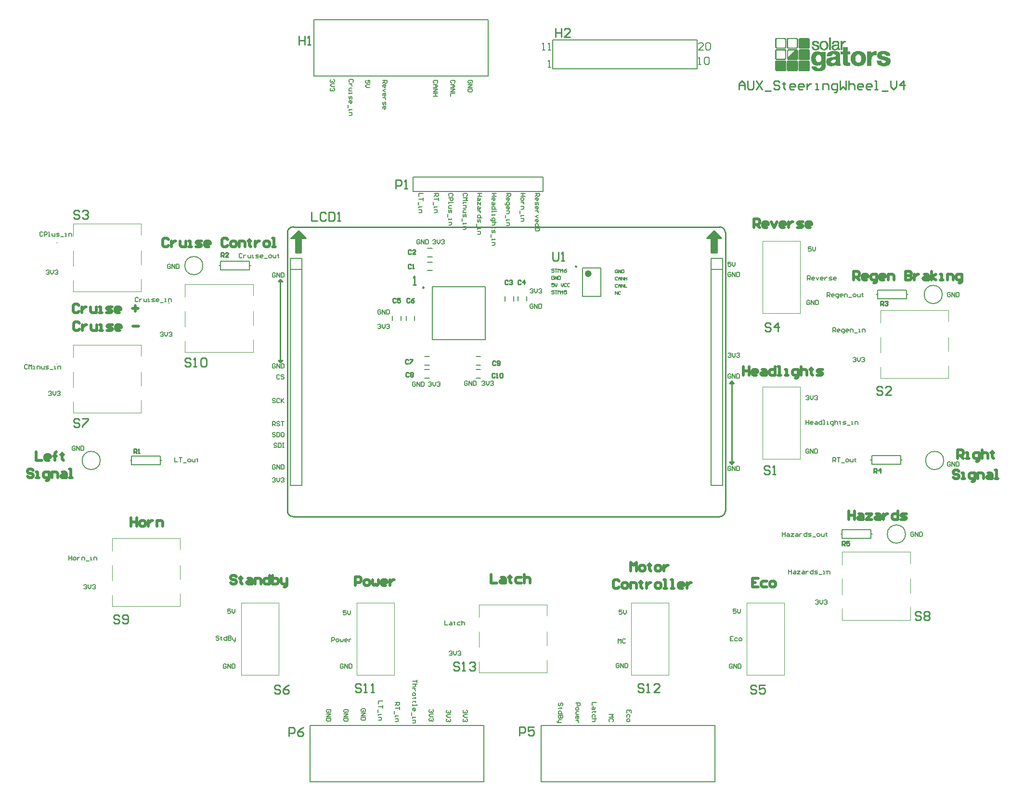
<source format=gto>
G04*
G04 #@! TF.GenerationSoftware,Altium Limited,Altium Designer,19.1.5 (86)*
G04*
G04 Layer_Color=65535*
%FSLAX25Y25*%
%MOIN*%
G70*
G01*
G75*
%ADD10C,0.01000*%
%ADD11C,0.00500*%
%ADD12C,0.00787*%
%ADD13C,0.00984*%
%ADD14C,0.02362*%
%ADD15C,0.00100*%
%ADD16C,0.00400*%
%ADD17C,0.00394*%
%ADD18C,0.02000*%
%ADD19C,0.00800*%
%ADD20C,0.00606*%
D10*
X409044Y381390D02*
G03*
X405107Y385327I-3937J0D01*
G01*
Y184539D02*
G03*
X409044Y188477I0J3937D01*
G01*
X105894D02*
G03*
X109832Y184539I3937J0D01*
G01*
Y385327D02*
G03*
X105894Y381390I0J-3937D01*
G01*
X99500Y293000D02*
X101000Y291500D01*
X99500Y293000D02*
X102500D01*
X101000Y291500D02*
X102500Y293000D01*
X101000Y349000D02*
X102500Y347500D01*
X99500D02*
X102500D01*
X99500D02*
X101000Y349000D01*
X412000Y222500D02*
X413500Y221000D01*
X412000Y222500D02*
X415000D01*
X413500Y221000D02*
X415000Y222500D01*
X412000Y277000D02*
X413500Y278500D01*
X412000Y277000D02*
X415000D01*
X413500Y278500D02*
X415000Y277000D01*
X101000Y291500D02*
Y349000D01*
X413500Y221000D02*
Y278500D01*
X409044Y188477D02*
Y381390D01*
X109832Y184539D02*
X405107D01*
X105894Y188477D02*
Y381390D01*
X109832Y385327D02*
X405107D01*
X402351Y368398D02*
Y378137D01*
X401564Y367610D02*
Y378137D01*
X400776Y368004D02*
Y378137D01*
X399989Y367610D02*
Y378137D01*
X400685Y381927D02*
X401564Y381049D01*
X400527Y381927D02*
X400685D01*
X399648Y381049D02*
X402692D01*
X398644Y380045D02*
X403486D01*
X397640Y379041D02*
X404389D01*
X396736Y378137D02*
X405460D01*
X114556Y367610D02*
Y378210D01*
X113768Y367610D02*
Y377453D01*
X112981Y368398D02*
Y378210D01*
X112194Y368004D02*
Y377453D01*
X111406D02*
X115343D01*
X110754Y379950D02*
X115624D01*
X112938Y382134D02*
X113812D01*
X111984Y381180D02*
X114511D01*
X111080Y380276D02*
X115670D01*
X110001Y379197D02*
X116644D01*
X110649Y378210D02*
X117381D01*
X110649D02*
X111406Y377453D01*
X109014Y378210D02*
X110649D01*
X403139Y367610D02*
Y377453D01*
X399202Y367610D02*
Y377453D01*
Y367610D02*
X403139D01*
X396052Y377453D02*
X399202D01*
X403139D02*
X406288D01*
X401170Y382571D02*
X406288Y377453D01*
X396052D02*
X401170Y382571D01*
X115343Y367610D02*
Y377453D01*
X111406Y367610D02*
Y377453D01*
Y367610D02*
X115343D01*
X108257Y377453D02*
X111406D01*
X115343D02*
X118493D01*
X113375Y382571D02*
X118493Y377453D01*
X108257D02*
X113375Y382571D01*
X516500Y331000D02*
Y333999D01*
X518000D01*
X518499Y333499D01*
Y332500D01*
X518000Y332000D01*
X516500D01*
X517500D02*
X518499Y331000D01*
X519499Y333499D02*
X519999Y333999D01*
X520998D01*
X521498Y333499D01*
Y332999D01*
X520998Y332500D01*
X520499D01*
X520998D01*
X521498Y332000D01*
Y331500D01*
X520998Y331000D01*
X519999D01*
X519499Y331500D01*
X418500Y480500D02*
Y484499D01*
X420499Y486498D01*
X422499Y484499D01*
Y480500D01*
Y483499D01*
X418500D01*
X424498Y486498D02*
Y481500D01*
X425498Y480500D01*
X427497D01*
X428497Y481500D01*
Y486498D01*
X430496D02*
X434495Y480500D01*
Y486498D02*
X430496Y480500D01*
X436494Y479500D02*
X440493D01*
X446491Y485498D02*
X445491Y486498D01*
X443492D01*
X442492Y485498D01*
Y484499D01*
X443492Y483499D01*
X445491D01*
X446491Y482499D01*
Y481500D01*
X445491Y480500D01*
X443492D01*
X442492Y481500D01*
X449490Y485498D02*
Y484499D01*
X448490D01*
X450490D01*
X449490D01*
Y481500D01*
X450490Y480500D01*
X456488D02*
X454488D01*
X453489Y481500D01*
Y483499D01*
X454488Y484499D01*
X456488D01*
X457487Y483499D01*
Y482499D01*
X453489D01*
X462486Y480500D02*
X460486D01*
X459487Y481500D01*
Y483499D01*
X460486Y484499D01*
X462486D01*
X463485Y483499D01*
Y482499D01*
X459487D01*
X465485Y484499D02*
Y480500D01*
Y482499D01*
X466484Y483499D01*
X467484Y484499D01*
X468484D01*
X471483Y480500D02*
X473482D01*
X472482D01*
Y484499D01*
X471483D01*
X476481Y480500D02*
Y484499D01*
X479480D01*
X480480Y483499D01*
Y480500D01*
X484479Y478501D02*
X485478D01*
X486478Y479500D01*
Y484499D01*
X483479D01*
X482479Y483499D01*
Y481500D01*
X483479Y480500D01*
X486478D01*
X488477Y486498D02*
Y480500D01*
X490477Y482499D01*
X492476Y480500D01*
Y486498D01*
X494475D02*
Y480500D01*
Y483499D01*
X495475Y484499D01*
X497474D01*
X498474Y483499D01*
Y480500D01*
X503473D02*
X501473D01*
X500473Y481500D01*
Y483499D01*
X501473Y484499D01*
X503473D01*
X504472Y483499D01*
Y482499D01*
X500473D01*
X509471Y480500D02*
X507471D01*
X506471Y481500D01*
Y483499D01*
X507471Y484499D01*
X509471D01*
X510470Y483499D01*
Y482499D01*
X506471D01*
X512470Y480500D02*
X514469D01*
X513469D01*
Y486498D01*
X512470D01*
X517468Y479500D02*
X521467D01*
X523466Y486498D02*
Y482499D01*
X525465Y480500D01*
X527465Y482499D01*
Y486498D01*
X532463Y480500D02*
Y486498D01*
X529464Y483499D01*
X533463D01*
X191499Y358999D02*
X190999Y359499D01*
X190000D01*
X189500Y358999D01*
Y357000D01*
X190000Y356500D01*
X190999D01*
X191499Y357000D01*
X192499Y356500D02*
X193499D01*
X192999D01*
Y359499D01*
X192499Y358999D01*
X106750Y32500D02*
Y38498D01*
X109749D01*
X110749Y37498D01*
Y35499D01*
X109749Y34499D01*
X106750D01*
X116747Y38498D02*
X114747Y37498D01*
X112748Y35499D01*
Y33500D01*
X113748Y32500D01*
X115747D01*
X116747Y33500D01*
Y34499D01*
X115747Y35499D01*
X112748D01*
X266500Y33000D02*
Y38998D01*
X269499D01*
X270499Y37998D01*
Y35999D01*
X269499Y34999D01*
X266500D01*
X276497Y38998D02*
X272498D01*
Y35999D01*
X274497Y36999D01*
X275497D01*
X276497Y35999D01*
Y34000D01*
X275497Y33000D01*
X273498D01*
X272498Y34000D01*
X181000Y412000D02*
Y417998D01*
X183999D01*
X184999Y416998D01*
Y414999D01*
X183999Y413999D01*
X181000D01*
X186998Y412000D02*
X188997D01*
X187998D01*
Y417998D01*
X186998Y416998D01*
X114000Y517498D02*
Y511500D01*
Y514499D01*
X117999D01*
Y517498D01*
Y511500D01*
X119998D02*
X121997D01*
X120998D01*
Y517498D01*
X119998Y516498D01*
X512000Y215000D02*
Y217999D01*
X513499D01*
X513999Y217499D01*
Y216499D01*
X513499Y216000D01*
X512000D01*
X513000D02*
X513999Y215000D01*
X516499D02*
Y217999D01*
X514999Y216499D01*
X516998D01*
X-500Y228500D02*
Y231499D01*
X1000D01*
X1499Y230999D01*
Y229999D01*
X1000Y229500D01*
X-500D01*
X500D02*
X1499Y228500D01*
X2499D02*
X3499D01*
X2999D01*
Y231499D01*
X2499Y230999D01*
X224749Y82998D02*
X223749Y83998D01*
X221750D01*
X220750Y82998D01*
Y81999D01*
X221750Y80999D01*
X223749D01*
X224749Y79999D01*
Y79000D01*
X223749Y78000D01*
X221750D01*
X220750Y79000D01*
X226748Y78000D02*
X228747D01*
X227748D01*
Y83998D01*
X226748Y82998D01*
X231746D02*
X232746Y83998D01*
X234746D01*
X235745Y82998D01*
Y81999D01*
X234746Y80999D01*
X233746D01*
X234746D01*
X235745Y79999D01*
Y79000D01*
X234746Y78000D01*
X232746D01*
X231746Y79000D01*
X352499Y67998D02*
X351499Y68998D01*
X349500D01*
X348500Y67998D01*
Y66999D01*
X349500Y65999D01*
X351499D01*
X352499Y64999D01*
Y64000D01*
X351499Y63000D01*
X349500D01*
X348500Y64000D01*
X354498Y63000D02*
X356497D01*
X355498D01*
Y68998D01*
X354498Y67998D01*
X363495Y63000D02*
X359496D01*
X363495Y66999D01*
Y67998D01*
X362495Y68998D01*
X360496D01*
X359496Y67998D01*
X156999Y68002D02*
X155999Y69002D01*
X154000D01*
X153000Y68002D01*
Y67003D01*
X154000Y66003D01*
X155999D01*
X156999Y65003D01*
Y64004D01*
X155999Y63004D01*
X154000D01*
X153000Y64004D01*
X158998Y63004D02*
X160997D01*
X159998D01*
Y69002D01*
X158998Y68002D01*
X163996Y63004D02*
X165996D01*
X164996D01*
Y69002D01*
X163996Y68002D01*
X100999Y66998D02*
X99999Y67998D01*
X98000D01*
X97000Y66998D01*
Y65999D01*
X98000Y64999D01*
X99999D01*
X100999Y63999D01*
Y63000D01*
X99999Y62000D01*
X98000D01*
X97000Y63000D01*
X106997Y67998D02*
X104997Y66998D01*
X102998Y64999D01*
Y63000D01*
X103998Y62000D01*
X105997D01*
X106997Y63000D01*
Y63999D01*
X105997Y64999D01*
X102998D01*
X249499Y283499D02*
X249000Y283999D01*
X248000D01*
X247500Y283499D01*
Y281500D01*
X248000Y281000D01*
X249000D01*
X249499Y281500D01*
X250499Y281000D02*
X251499D01*
X250999D01*
Y283999D01*
X250499Y283499D01*
X252998D02*
X253498Y283999D01*
X254498D01*
X254998Y283499D01*
Y281500D01*
X254498Y281000D01*
X253498D01*
X252998Y281500D01*
Y283499D01*
X249999Y291999D02*
X249500Y292499D01*
X248500D01*
X248000Y291999D01*
Y290000D01*
X248500Y289500D01*
X249500D01*
X249999Y290000D01*
X250999D02*
X251499Y289500D01*
X252499D01*
X252998Y290000D01*
Y291999D01*
X252499Y292499D01*
X251499D01*
X250999Y291999D01*
Y291499D01*
X251499Y291000D01*
X252998D01*
X189999Y283999D02*
X189499Y284499D01*
X188500D01*
X188000Y283999D01*
Y282000D01*
X188500Y281500D01*
X189499D01*
X189999Y282000D01*
X190999Y283999D02*
X191499Y284499D01*
X192499D01*
X192998Y283999D01*
Y283499D01*
X192499Y282999D01*
X192998Y282500D01*
Y282000D01*
X192499Y281500D01*
X191499D01*
X190999Y282000D01*
Y282500D01*
X191499Y282999D01*
X190999Y283499D01*
Y283999D01*
X191499Y282999D02*
X192499D01*
X189684Y292999D02*
X189185Y293499D01*
X188185D01*
X187685Y292999D01*
Y291000D01*
X188185Y290500D01*
X189185D01*
X189684Y291000D01*
X190684Y293499D02*
X192683D01*
Y292999D01*
X190684Y291000D01*
Y290500D01*
X190499Y335499D02*
X189999Y335999D01*
X189000D01*
X188500Y335499D01*
Y333500D01*
X189000Y333000D01*
X189999D01*
X190499Y333500D01*
X193498Y335999D02*
X192499Y335499D01*
X191499Y334500D01*
Y333500D01*
X191999Y333000D01*
X192999D01*
X193498Y333500D01*
Y334000D01*
X192999Y334500D01*
X191499D01*
X180999Y335499D02*
X180499Y335999D01*
X179500D01*
X179000Y335499D01*
Y333500D01*
X179500Y333000D01*
X180499D01*
X180999Y333500D01*
X183998Y335999D02*
X181999D01*
Y334500D01*
X182999Y334999D01*
X183499D01*
X183998Y334500D01*
Y333500D01*
X183499Y333000D01*
X182499D01*
X181999Y333500D01*
X267499Y347999D02*
X267000Y348499D01*
X266000D01*
X265500Y347999D01*
Y346000D01*
X266000Y345500D01*
X267000D01*
X267499Y346000D01*
X269999Y345500D02*
Y348499D01*
X268499Y347000D01*
X270498D01*
X258499Y347999D02*
X257999Y348499D01*
X257000D01*
X256500Y347999D01*
Y346000D01*
X257000Y345500D01*
X257999D01*
X258499Y346000D01*
X259499Y347999D02*
X259999Y348499D01*
X260999D01*
X261498Y347999D01*
Y347499D01*
X260999Y347000D01*
X260499D01*
X260999D01*
X261498Y346500D01*
Y346000D01*
X260999Y345500D01*
X259999D01*
X259499Y346000D01*
X191499Y368999D02*
X190999Y369499D01*
X190000D01*
X189500Y368999D01*
Y367000D01*
X190000Y366500D01*
X190999D01*
X191499Y367000D01*
X194498Y366500D02*
X192499D01*
X194498Y368499D01*
Y368999D01*
X193999Y369499D01*
X192999D01*
X192499Y368999D01*
X122500Y395498D02*
Y389500D01*
X126499D01*
X132497Y394498D02*
X131497Y395498D01*
X129498D01*
X128498Y394498D01*
Y390500D01*
X129498Y389500D01*
X131497D01*
X132497Y390500D01*
X134496Y395498D02*
Y389500D01*
X137495D01*
X138495Y390500D01*
Y394498D01*
X137495Y395498D01*
X134496D01*
X140494Y389500D02*
X142493D01*
X141494D01*
Y395498D01*
X140494Y394498D01*
X439999Y219002D02*
X438999Y220002D01*
X437000D01*
X436000Y219002D01*
Y218003D01*
X437000Y217003D01*
X438999D01*
X439999Y216003D01*
Y215004D01*
X438999Y214004D01*
X437000D01*
X436000Y215004D01*
X441998Y214004D02*
X443997D01*
X442998D01*
Y220002D01*
X441998Y219002D01*
X440499Y317998D02*
X439499Y318998D01*
X437500D01*
X436500Y317998D01*
Y316999D01*
X437500Y315999D01*
X439499D01*
X440499Y314999D01*
Y314000D01*
X439499Y313000D01*
X437500D01*
X436500Y314000D01*
X445497Y313000D02*
Y318998D01*
X442498Y315999D01*
X446497D01*
X517999Y273998D02*
X516999Y274998D01*
X515000D01*
X514000Y273998D01*
Y272999D01*
X515000Y271999D01*
X516999D01*
X517999Y270999D01*
Y270000D01*
X516999Y269000D01*
X515000D01*
X514000Y270000D01*
X523997Y269000D02*
X519998D01*
X523997Y272999D01*
Y273998D01*
X522997Y274998D01*
X520998D01*
X519998Y273998D01*
X192900Y345100D02*
X194899D01*
X193900D01*
Y351098D01*
X192900Y350098D01*
X490000Y164500D02*
Y167499D01*
X491500D01*
X491999Y166999D01*
Y165999D01*
X491500Y165500D01*
X490000D01*
X491000D02*
X491999Y164500D01*
X494998Y167499D02*
X492999D01*
Y165999D01*
X493999Y166499D01*
X494498D01*
X494998Y165999D01*
Y165000D01*
X494498Y164500D01*
X493499D01*
X492999Y165000D01*
X60000Y364500D02*
Y367499D01*
X61500D01*
X61999Y366999D01*
Y366000D01*
X61500Y365500D01*
X60000D01*
X61000D02*
X61999Y364500D01*
X64998D02*
X62999D01*
X64998Y366499D01*
Y366999D01*
X64499Y367499D01*
X63499D01*
X62999Y366999D01*
X38999Y293498D02*
X37999Y294498D01*
X36000D01*
X35000Y293498D01*
Y292499D01*
X36000Y291499D01*
X37999D01*
X38999Y290499D01*
Y289500D01*
X37999Y288500D01*
X36000D01*
X35000Y289500D01*
X40998Y288500D02*
X42997D01*
X41998D01*
Y294498D01*
X40998Y293498D01*
X45996D02*
X46996Y294498D01*
X48996D01*
X49995Y293498D01*
Y289500D01*
X48996Y288500D01*
X46996D01*
X45996Y289500D01*
Y293498D01*
X-10501Y115498D02*
X-11501Y116498D01*
X-13500D01*
X-14500Y115498D01*
Y114499D01*
X-13500Y113499D01*
X-11501D01*
X-10501Y112499D01*
Y111500D01*
X-11501Y110500D01*
X-13500D01*
X-14500Y111500D01*
X-8502D02*
X-7502Y110500D01*
X-5503D01*
X-4503Y111500D01*
Y115498D01*
X-5503Y116498D01*
X-7502D01*
X-8502Y115498D01*
Y114499D01*
X-7502Y113499D01*
X-4503D01*
X544499Y117998D02*
X543499Y118998D01*
X541500D01*
X540500Y117998D01*
Y116999D01*
X541500Y115999D01*
X543499D01*
X544499Y114999D01*
Y114000D01*
X543499Y113000D01*
X541500D01*
X540500Y114000D01*
X546498Y117998D02*
X547498Y118998D01*
X549497D01*
X550497Y117998D01*
Y116999D01*
X549497Y115999D01*
X550497Y114999D01*
Y114000D01*
X549497Y113000D01*
X547498D01*
X546498Y114000D01*
Y114999D01*
X547498Y115999D01*
X546498Y116999D01*
Y117998D01*
X547498Y115999D02*
X549497D01*
X289400Y367798D02*
Y362800D01*
X290400Y361800D01*
X292399D01*
X293399Y362800D01*
Y367798D01*
X295398Y361800D02*
X297397D01*
X296398D01*
Y367798D01*
X295398Y366798D01*
X-38001Y251498D02*
X-39001Y252498D01*
X-41000D01*
X-42000Y251498D01*
Y250499D01*
X-41000Y249499D01*
X-39001D01*
X-38001Y248499D01*
Y247500D01*
X-39001Y246500D01*
X-41000D01*
X-42000Y247500D01*
X-36002Y252498D02*
X-32003D01*
Y251498D01*
X-36002Y247500D01*
Y246500D01*
X430499Y67002D02*
X429499Y68002D01*
X427500D01*
X426500Y67002D01*
Y66003D01*
X427500Y65003D01*
X429499D01*
X430499Y64003D01*
Y63004D01*
X429499Y62004D01*
X427500D01*
X426500Y63004D01*
X436497Y68002D02*
X432498D01*
Y65003D01*
X434497Y66003D01*
X435497D01*
X436497Y65003D01*
Y63004D01*
X435497Y62004D01*
X433498D01*
X432498Y63004D01*
X-38001Y395998D02*
X-39001Y396998D01*
X-41000D01*
X-42000Y395998D01*
Y394999D01*
X-41000Y393999D01*
X-39001D01*
X-38001Y392999D01*
Y392000D01*
X-39001Y391000D01*
X-41000D01*
X-42000Y392000D01*
X-36002Y395998D02*
X-35002Y396998D01*
X-33003D01*
X-32003Y395998D01*
Y394999D01*
X-33003Y393999D01*
X-34003D01*
X-33003D01*
X-32003Y392999D01*
Y392000D01*
X-33003Y391000D01*
X-35002D01*
X-36002Y392000D01*
X291500Y522998D02*
Y517000D01*
Y519999D01*
X295499D01*
Y522998D01*
Y517000D01*
X301497D02*
X297498D01*
X301497Y520999D01*
Y521998D01*
X300497Y522998D01*
X298498D01*
X297498Y521998D01*
D11*
X533799Y172500D02*
G03*
X533799Y172500I-6299J0D01*
G01*
X560299Y223500D02*
G03*
X560299Y223500I-6299J0D01*
G01*
X559299Y338500D02*
G03*
X559299Y338500I-6299J0D01*
G01*
X-23701Y223500D02*
G03*
X-23701Y223500I-6299J0D01*
G01*
X47358Y358500D02*
G03*
X47358Y358500I-6299J0D01*
G01*
X121400Y40000D02*
X242000D01*
Y1000D02*
Y40000D01*
X121400Y1000D02*
X242000D01*
X121400D02*
Y40000D01*
X281400D02*
X402000D01*
Y1000D02*
Y40000D01*
X281400Y1000D02*
X402000D01*
X281400D02*
Y40000D01*
X124250Y490000D02*
X244850D01*
X124250D02*
Y529000D01*
X244850D01*
Y490000D02*
Y529000D01*
X337499Y119999D02*
X335500D01*
Y118500D01*
X336500Y118999D01*
X337000D01*
X337499Y118500D01*
Y117500D01*
X337000Y117000D01*
X336000D01*
X335500Y117500D01*
X338499Y119999D02*
Y118000D01*
X339499Y117000D01*
X340498Y118000D01*
Y119999D01*
X466000Y348500D02*
Y351499D01*
X467499D01*
X467999Y350999D01*
Y349999D01*
X467499Y349500D01*
X466000D01*
X467000D02*
X467999Y348500D01*
X470499D02*
X469499D01*
X468999Y349000D01*
Y349999D01*
X469499Y350499D01*
X470499D01*
X470998Y349999D01*
Y349500D01*
X468999D01*
X471998Y350499D02*
X472998Y348500D01*
X473997Y350499D01*
X476497Y348500D02*
X475497D01*
X474997Y349000D01*
Y349999D01*
X475497Y350499D01*
X476497D01*
X476996Y349999D01*
Y349500D01*
X474997D01*
X477996Y350499D02*
Y348500D01*
Y349500D01*
X478496Y349999D01*
X478996Y350499D01*
X479496D01*
X480995Y348500D02*
X482495D01*
X482995Y349000D01*
X482495Y349500D01*
X481495D01*
X480995Y349999D01*
X481495Y350499D01*
X482995D01*
X485494Y348500D02*
X484494D01*
X483994Y349000D01*
Y349999D01*
X484494Y350499D01*
X485494D01*
X485993Y349999D01*
Y349500D01*
X483994D01*
X58499Y101499D02*
X57999Y101999D01*
X57000D01*
X56500Y101499D01*
Y100999D01*
X57000Y100499D01*
X57999D01*
X58499Y99999D01*
Y99499D01*
X57999Y99000D01*
X57000D01*
X56500Y99499D01*
X59999Y101499D02*
Y100999D01*
X59499D01*
X60499D01*
X59999D01*
Y99499D01*
X60499Y99000D01*
X63998Y101999D02*
Y99000D01*
X62498D01*
X61998Y99499D01*
Y100499D01*
X62498Y100999D01*
X63998D01*
X64997Y101999D02*
Y99000D01*
X66497D01*
X66997Y99499D01*
Y99999D01*
X66497Y100499D01*
X64997D01*
X66497D01*
X66997Y100999D01*
Y101499D01*
X66497Y101999D01*
X64997D01*
X67996Y100999D02*
Y99499D01*
X68496Y99000D01*
X69996D01*
Y98500D01*
X69496Y98000D01*
X68996D01*
X69996Y99000D02*
Y100999D01*
X28000Y225499D02*
Y222500D01*
X29999D01*
X30999Y225499D02*
X32998D01*
X31999D01*
Y222500D01*
X33998Y222000D02*
X35997D01*
X37497Y222500D02*
X38497D01*
X38996Y223000D01*
Y223999D01*
X38497Y224499D01*
X37497D01*
X36997Y223999D01*
Y223000D01*
X37497Y222500D01*
X39996Y224499D02*
Y223000D01*
X40496Y222500D01*
X41995D01*
Y224499D01*
X43495Y224999D02*
Y224499D01*
X42995D01*
X43995D01*
X43495D01*
Y223000D01*
X43995Y222500D01*
X453000Y147999D02*
Y145000D01*
Y146499D01*
X454999D01*
Y147999D01*
Y145000D01*
X456499Y146999D02*
X457499D01*
X457998Y146499D01*
Y145000D01*
X456499D01*
X455999Y145500D01*
X456499Y146000D01*
X457998D01*
X458998Y146999D02*
X460997D01*
X458998Y145000D01*
X460997D01*
X462497Y146999D02*
X463497D01*
X463996Y146499D01*
Y145000D01*
X462497D01*
X461997Y145500D01*
X462497Y146000D01*
X463996D01*
X464996Y146999D02*
Y145000D01*
Y146000D01*
X465496Y146499D01*
X465996Y146999D01*
X466496D01*
X469994Y147999D02*
Y145000D01*
X468495D01*
X467995Y145500D01*
Y146499D01*
X468495Y146999D01*
X469994D01*
X470994Y145000D02*
X472494D01*
X472994Y145500D01*
X472494Y146000D01*
X471494D01*
X470994Y146499D01*
X471494Y146999D01*
X472994D01*
X473993Y144500D02*
X475993D01*
X476992Y145000D02*
X477992D01*
X477492D01*
Y146999D01*
X476992D01*
X479491Y145000D02*
Y146999D01*
X480991D01*
X481491Y146499D01*
Y145000D01*
X233499Y485001D02*
X233999Y485500D01*
Y486500D01*
X233499Y487000D01*
X231500D01*
X231000Y486500D01*
Y485500D01*
X231500Y485001D01*
X232500D01*
Y486000D01*
X231000Y484001D02*
X233999D01*
X231000Y482002D01*
X233999D01*
Y481002D02*
X231000D01*
Y479502D01*
X231500Y479003D01*
X233499D01*
X233999Y479502D01*
Y481002D01*
X412999Y353499D02*
X412500Y353999D01*
X411500D01*
X411000Y353499D01*
Y351500D01*
X411500Y351000D01*
X412500D01*
X412999Y351500D01*
Y352500D01*
X412000D01*
X413999Y351000D02*
Y353999D01*
X415998Y351000D01*
Y353999D01*
X416998D02*
Y351000D01*
X418498D01*
X418997Y351500D01*
Y353499D01*
X418498Y353999D01*
X416998D01*
X219999Y406618D02*
X220499Y407118D01*
Y408117D01*
X219999Y408617D01*
X218000D01*
X217500Y408117D01*
Y407118D01*
X218000Y406618D01*
X217500Y405618D02*
X220499D01*
Y404118D01*
X219999Y403619D01*
X218999D01*
X218499Y404118D01*
Y405618D01*
X217500Y402619D02*
Y401619D01*
Y402119D01*
X220499D01*
Y402619D01*
X219499Y400120D02*
X218000D01*
X217500Y399620D01*
Y398120D01*
X219499D01*
X217500Y397121D02*
Y395621D01*
X218000Y395122D01*
X218499Y395621D01*
Y396621D01*
X218999Y397121D01*
X219499Y396621D01*
Y395122D01*
X217000Y394122D02*
Y392122D01*
X217500Y391123D02*
Y390123D01*
Y390623D01*
X219499D01*
Y391123D01*
X217500Y388623D02*
X219499D01*
Y387124D01*
X218999Y386624D01*
X217500D01*
X221499Y485001D02*
X221999Y485500D01*
Y486500D01*
X221499Y487000D01*
X219500D01*
X219000Y486500D01*
Y485500D01*
X219500Y485001D01*
X219000Y484001D02*
X220999D01*
X221999Y483001D01*
X220999Y482002D01*
X219000D01*
X220499D01*
Y484001D01*
X219000Y481002D02*
X221999D01*
X219000Y479003D01*
X221999D01*
Y478003D02*
X219000D01*
Y476004D01*
X144499Y81999D02*
X144000Y82499D01*
X143000D01*
X142500Y81999D01*
Y80000D01*
X143000Y79500D01*
X144000D01*
X144499Y80000D01*
Y80999D01*
X143500D01*
X145499Y79500D02*
Y82499D01*
X147498Y79500D01*
Y82499D01*
X148498D02*
Y79500D01*
X149998D01*
X150497Y80000D01*
Y81999D01*
X149998Y82499D01*
X148498D01*
X95500Y210999D02*
X96000Y211499D01*
X97000D01*
X97499Y210999D01*
Y210499D01*
X97000Y209999D01*
X96500D01*
X97000D01*
X97499Y209500D01*
Y209000D01*
X97000Y208500D01*
X96000D01*
X95500Y209000D01*
X98499Y211499D02*
Y209500D01*
X99499Y208500D01*
X100498Y209500D01*
Y211499D01*
X101498Y210999D02*
X101998Y211499D01*
X102998D01*
X103497Y210999D01*
Y210499D01*
X102998Y209999D01*
X102498D01*
X102998D01*
X103497Y209500D01*
Y209000D01*
X102998Y208500D01*
X101998D01*
X101498Y209000D01*
X411000Y297499D02*
X411500Y297999D01*
X412500D01*
X412999Y297499D01*
Y296999D01*
X412500Y296499D01*
X412000D01*
X412500D01*
X412999Y296000D01*
Y295500D01*
X412500Y295000D01*
X411500D01*
X411000Y295500D01*
X413999Y297999D02*
Y296000D01*
X414999Y295000D01*
X415998Y296000D01*
Y297999D01*
X416998Y297499D02*
X417498Y297999D01*
X418498D01*
X418997Y297499D01*
Y296999D01*
X418498Y296499D01*
X417998D01*
X418498D01*
X418997Y296000D01*
Y295500D01*
X418498Y295000D01*
X417498D01*
X416998Y295500D01*
X137999Y487500D02*
X138499Y487000D01*
Y486000D01*
X137999Y485501D01*
X137499D01*
X136999Y486000D01*
Y486500D01*
Y486000D01*
X136500Y485501D01*
X136000D01*
X135500Y486000D01*
Y487000D01*
X136000Y487500D01*
X138499Y484501D02*
X136500D01*
X135500Y483501D01*
X136500Y482502D01*
X138499D01*
X137999Y481502D02*
X138499Y481002D01*
Y480002D01*
X137999Y479503D01*
X137499D01*
X136999Y480002D01*
Y480502D01*
Y480002D01*
X136500Y479503D01*
X136000D01*
X135500Y480002D01*
Y481002D01*
X136000Y481502D01*
X-45500Y157499D02*
Y154500D01*
Y155999D01*
X-43501D01*
Y157499D01*
Y154500D01*
X-42001D02*
X-41001D01*
X-40502Y155000D01*
Y155999D01*
X-41001Y156499D01*
X-42001D01*
X-42501Y155999D01*
Y155000D01*
X-42001Y154500D01*
X-39502Y156499D02*
Y154500D01*
Y155499D01*
X-39002Y155999D01*
X-38502Y156499D01*
X-38002D01*
X-36503Y154500D02*
Y156499D01*
X-35003D01*
X-34504Y155999D01*
Y154500D01*
X-33504Y154000D02*
X-31504D01*
X-30505Y154500D02*
X-29505D01*
X-30005D01*
Y156499D01*
X-30505D01*
X-28006Y154500D02*
Y156499D01*
X-26506D01*
X-26006Y155999D01*
Y154500D01*
X98499Y234999D02*
X98000Y235499D01*
X97000D01*
X96500Y234999D01*
Y234499D01*
X97000Y233999D01*
X98000D01*
X98499Y233500D01*
Y233000D01*
X98000Y232500D01*
X97000D01*
X96500Y233000D01*
X99499Y235499D02*
Y232500D01*
X100999D01*
X101498Y233000D01*
Y234999D01*
X100999Y235499D01*
X99499D01*
X102498D02*
X103498D01*
X102998D01*
Y232500D01*
X102498D01*
X103498D01*
X295999Y53501D02*
X296499Y54001D01*
Y55000D01*
X295999Y55500D01*
X295499D01*
X294999Y55000D01*
Y54001D01*
X294499Y53501D01*
X294000D01*
X293500Y54001D01*
Y55000D01*
X294000Y55500D01*
X295999Y52001D02*
X295499D01*
Y52501D01*
Y51501D01*
Y52001D01*
X294000D01*
X293500Y51501D01*
X296499Y48002D02*
X293500D01*
Y49502D01*
X294000Y50002D01*
X294999D01*
X295499Y49502D01*
Y48002D01*
X296499Y47003D02*
X293500D01*
Y45503D01*
X294000Y45003D01*
X294499D01*
X294999Y45503D01*
Y47003D01*
Y45503D01*
X295499Y45003D01*
X295999D01*
X296499Y45503D01*
Y47003D01*
X295499Y44004D02*
X294000D01*
X293500Y43504D01*
Y42004D01*
X293000D01*
X292500Y42504D01*
Y43004D01*
X293500Y42004D02*
X295499D01*
X343999Y48501D02*
Y50500D01*
X341000D01*
Y48501D01*
X342499Y50500D02*
Y49500D01*
X342999Y45502D02*
Y47001D01*
X342499Y47501D01*
X341500D01*
X341000Y47001D01*
Y45502D01*
Y44002D02*
Y43002D01*
X341500Y42503D01*
X342499D01*
X342999Y43002D01*
Y44002D01*
X342499Y44502D01*
X341500D01*
X341000Y44002D01*
X-41001Y232999D02*
X-41500Y233499D01*
X-42500D01*
X-43000Y232999D01*
Y231000D01*
X-42500Y230500D01*
X-41500D01*
X-41001Y231000D01*
Y231999D01*
X-42000D01*
X-40001Y230500D02*
Y233499D01*
X-38002Y230500D01*
Y233499D01*
X-37002D02*
Y230500D01*
X-35502D01*
X-35003Y231000D01*
Y232999D01*
X-35502Y233499D01*
X-37002D01*
X2499Y335999D02*
X2000Y336499D01*
X1000D01*
X500Y335999D01*
Y334000D01*
X1000Y333500D01*
X2000D01*
X2499Y334000D01*
X3499Y335499D02*
Y333500D01*
Y334500D01*
X3999Y334999D01*
X4499Y335499D01*
X4999D01*
X6498D02*
Y334000D01*
X6998Y333500D01*
X8497D01*
Y335499D01*
X9497Y333500D02*
X10497D01*
X9997D01*
Y335499D01*
X9497D01*
X11996Y333500D02*
X13496D01*
X13996Y334000D01*
X13496Y334500D01*
X12496D01*
X11996Y334999D01*
X12496Y335499D01*
X13996D01*
X16495Y333500D02*
X15495D01*
X14995Y334000D01*
Y334999D01*
X15495Y335499D01*
X16495D01*
X16995Y334999D01*
Y334500D01*
X14995D01*
X17994Y333000D02*
X19994D01*
X20993Y333500D02*
X21993D01*
X21493D01*
Y335499D01*
X20993D01*
X23493Y333500D02*
Y335499D01*
X24992D01*
X25492Y334999D01*
Y333500D01*
X564999Y339499D02*
X564500Y339999D01*
X563500D01*
X563000Y339499D01*
Y337500D01*
X563500Y337000D01*
X564500D01*
X564999Y337500D01*
Y338499D01*
X564000D01*
X565999Y337000D02*
Y339999D01*
X567998Y337000D01*
Y339999D01*
X568998D02*
Y337000D01*
X570498D01*
X570997Y337500D01*
Y339499D01*
X570498Y339999D01*
X568998D01*
X100499Y282499D02*
X99999Y282999D01*
X99000D01*
X98500Y282499D01*
Y280500D01*
X99000Y280000D01*
X99999D01*
X100499Y280500D01*
X103498Y282499D02*
X102999Y282999D01*
X101999D01*
X101499Y282499D01*
Y281999D01*
X101999Y281500D01*
X102999D01*
X103498Y281000D01*
Y280500D01*
X102999Y280000D01*
X101999D01*
X101499Y280500D01*
X162999Y485001D02*
Y487000D01*
X161500D01*
X161999Y486000D01*
Y485500D01*
X161500Y485001D01*
X160500D01*
X160000Y485500D01*
Y486500D01*
X160500Y487000D01*
X162999Y484001D02*
X161000D01*
X160000Y483001D01*
X161000Y482002D01*
X162999D01*
X218000Y90999D02*
X218500Y91499D01*
X219499D01*
X219999Y90999D01*
Y90499D01*
X219499Y90000D01*
X219000D01*
X219499D01*
X219999Y89500D01*
Y89000D01*
X219499Y88500D01*
X218500D01*
X218000Y89000D01*
X220999Y91499D02*
Y89500D01*
X221999Y88500D01*
X222998Y89500D01*
Y91499D01*
X223998Y90999D02*
X224498Y91499D01*
X225498D01*
X225997Y90999D01*
Y90499D01*
X225498Y90000D01*
X224998D01*
X225498D01*
X225997Y89500D01*
Y89000D01*
X225498Y88500D01*
X224498D01*
X223998Y89000D01*
X135499Y49001D02*
X135999Y49501D01*
Y50500D01*
X135499Y51000D01*
X133500D01*
X133000Y50500D01*
Y49501D01*
X133500Y49001D01*
X134500D01*
Y50000D01*
X133000Y48001D02*
X135999D01*
X133000Y46002D01*
X135999D01*
Y45002D02*
X133000D01*
Y43502D01*
X133500Y43003D01*
X135499D01*
X135999Y43502D01*
Y45002D01*
X240500Y277999D02*
X241000Y278499D01*
X242000D01*
X242499Y277999D01*
Y277499D01*
X242000Y276999D01*
X241500D01*
X242000D01*
X242499Y276500D01*
Y276000D01*
X242000Y275500D01*
X241000D01*
X240500Y276000D01*
X243499Y278499D02*
Y276500D01*
X244499Y275500D01*
X245498Y276500D01*
Y278499D01*
X246498Y277999D02*
X246998Y278499D01*
X247998D01*
X248497Y277999D01*
Y277499D01*
X247998Y276999D01*
X247498D01*
X247998D01*
X248497Y276500D01*
Y276000D01*
X247998Y275500D01*
X246998D01*
X246498Y276000D01*
X240499Y408617D02*
X237500D01*
X238999D01*
Y406618D01*
X240499D01*
X237500D01*
X239499Y405118D02*
Y404118D01*
X238999Y403619D01*
X237500D01*
Y405118D01*
X238000Y405618D01*
X238499Y405118D01*
Y403619D01*
X239499Y402619D02*
Y400620D01*
X237500Y402619D01*
Y400620D01*
X239499Y399120D02*
Y398120D01*
X238999Y397621D01*
X237500D01*
Y399120D01*
X238000Y399620D01*
X238499Y399120D01*
Y397621D01*
X239499Y396621D02*
X237500D01*
X238499D01*
X238999Y396121D01*
X239499Y395621D01*
Y395121D01*
X240499Y391623D02*
X237500D01*
Y393122D01*
X238000Y393622D01*
X238999D01*
X239499Y393122D01*
Y391623D01*
X237500Y390623D02*
Y389123D01*
X238000Y388623D01*
X238499Y389123D01*
Y390123D01*
X238999Y390623D01*
X239499Y390123D01*
Y388623D01*
X237000Y387624D02*
Y385625D01*
X237500Y384625D02*
Y383625D01*
Y384125D01*
X239499D01*
Y384625D01*
X237500Y382126D02*
X239499D01*
Y380626D01*
X238999Y380126D01*
X237500D01*
X-59500Y270999D02*
X-59000Y271499D01*
X-58000D01*
X-57501Y270999D01*
Y270499D01*
X-58000Y270000D01*
X-58500D01*
X-58000D01*
X-57501Y269500D01*
Y269000D01*
X-58000Y268500D01*
X-59000D01*
X-59500Y269000D01*
X-56501Y271499D02*
Y269500D01*
X-55501Y268500D01*
X-54502Y269500D01*
Y271499D01*
X-53502Y270999D02*
X-53002Y271499D01*
X-52002D01*
X-51503Y270999D01*
Y270499D01*
X-52002Y270000D01*
X-52502D01*
X-52002D01*
X-51503Y269500D01*
Y269000D01*
X-52002Y268500D01*
X-53002D01*
X-53502Y269000D01*
X24999Y358999D02*
X24499Y359499D01*
X23500D01*
X23000Y358999D01*
Y357000D01*
X23500Y356500D01*
X24499D01*
X24999Y357000D01*
Y357999D01*
X24000D01*
X25999Y356500D02*
Y359499D01*
X27998Y356500D01*
Y359499D01*
X28998D02*
Y356500D01*
X30498D01*
X30997Y357000D01*
Y358999D01*
X30498Y359499D01*
X28998D01*
X274000Y341999D02*
X274500Y342499D01*
X275500D01*
X275999Y341999D01*
Y341499D01*
X275500Y341000D01*
X275000D01*
X275500D01*
X275999Y340500D01*
Y340000D01*
X275500Y339500D01*
X274500D01*
X274000Y340000D01*
X276999Y342499D02*
Y340500D01*
X277999Y339500D01*
X278998Y340500D01*
Y342499D01*
X279998Y341999D02*
X280498Y342499D01*
X281498D01*
X281997Y341999D01*
Y341499D01*
X281498Y341000D01*
X280998D01*
X281498D01*
X281997Y340500D01*
Y340000D01*
X281498Y339500D01*
X280498D01*
X279998Y340000D01*
X-61000Y354999D02*
X-60500Y355499D01*
X-59500D01*
X-59001Y354999D01*
Y354499D01*
X-59500Y353999D01*
X-60000D01*
X-59500D01*
X-59001Y353500D01*
Y353000D01*
X-59500Y352500D01*
X-60500D01*
X-61000Y353000D01*
X-58001Y355499D02*
Y353500D01*
X-57001Y352500D01*
X-56002Y353500D01*
Y355499D01*
X-55002Y354999D02*
X-54502Y355499D01*
X-53502D01*
X-53003Y354999D01*
Y354499D01*
X-53502Y353999D01*
X-54002D01*
X-53502D01*
X-53003Y353500D01*
Y353000D01*
X-53502Y352500D01*
X-54502D01*
X-55002Y353000D01*
X564999Y221999D02*
X564500Y222499D01*
X563500D01*
X563000Y221999D01*
Y220000D01*
X563500Y219500D01*
X564500D01*
X564999Y220000D01*
Y221000D01*
X564000D01*
X565999Y219500D02*
Y222499D01*
X567998Y219500D01*
Y222499D01*
X568998D02*
Y219500D01*
X570498D01*
X570997Y220000D01*
Y221999D01*
X570498Y222499D01*
X568998D01*
X197499Y375999D02*
X197000Y376499D01*
X196000D01*
X195500Y375999D01*
Y374000D01*
X196000Y373500D01*
X197000D01*
X197499Y374000D01*
Y374999D01*
X196500D01*
X198499Y373500D02*
Y376499D01*
X200498Y373500D01*
Y376499D01*
X201498D02*
Y373500D01*
X202998D01*
X203497Y374000D01*
Y375999D01*
X202998Y376499D01*
X201498D01*
X319999Y56000D02*
X317000D01*
Y54001D01*
X318999Y52501D02*
Y51501D01*
X318499Y51002D01*
X317000D01*
Y52501D01*
X317500Y53001D01*
X318000Y52501D01*
Y51002D01*
X319499Y49502D02*
X318999D01*
Y50002D01*
Y49002D01*
Y49502D01*
X317500D01*
X317000Y49002D01*
X318999Y45503D02*
Y47003D01*
X318499Y47503D01*
X317500D01*
X317000Y47003D01*
Y45503D01*
X319999Y44504D02*
X317000D01*
X318499D01*
X318999Y44004D01*
Y43004D01*
X318499Y42504D01*
X317000D01*
X270499Y408617D02*
X267500D01*
X268999D01*
Y406618D01*
X270499D01*
X267500D01*
Y405118D02*
Y404118D01*
X268000Y403619D01*
X268999D01*
X269499Y404118D01*
Y405118D01*
X268999Y405618D01*
X268000D01*
X267500Y405118D01*
X269499Y402619D02*
X267500D01*
X268499D01*
X268999Y402119D01*
X269499Y401619D01*
Y401120D01*
X267500Y399620D02*
X269499D01*
Y398120D01*
X268999Y397621D01*
X267500D01*
X267000Y396621D02*
Y394622D01*
X267500Y393622D02*
Y392622D01*
Y393122D01*
X269499D01*
Y393622D01*
X267500Y391123D02*
X269499D01*
Y389623D01*
X268999Y389123D01*
X267500D01*
X483500Y312500D02*
Y315499D01*
X485000D01*
X485499Y314999D01*
Y313999D01*
X485000Y313499D01*
X483500D01*
X484500D02*
X485499Y312500D01*
X487998D02*
X486999D01*
X486499Y313000D01*
Y313999D01*
X486999Y314499D01*
X487998D01*
X488498Y313999D01*
Y313499D01*
X486499D01*
X490498Y311500D02*
X490998D01*
X491497Y312000D01*
Y314499D01*
X489998D01*
X489498Y313999D01*
Y313000D01*
X489998Y312500D01*
X491497D01*
X493997D02*
X492997D01*
X492497Y313000D01*
Y313999D01*
X492997Y314499D01*
X493997D01*
X494496Y313999D01*
Y313499D01*
X492497D01*
X495496Y312500D02*
Y314499D01*
X496996D01*
X497496Y313999D01*
Y312500D01*
X498495Y312000D02*
X500494D01*
X501494Y312500D02*
X502494D01*
X501994D01*
Y314499D01*
X501494D01*
X503993Y312500D02*
Y314499D01*
X505493D01*
X505993Y313999D01*
Y312500D01*
X206499Y51000D02*
X206999Y50500D01*
Y49501D01*
X206499Y49001D01*
X205999D01*
X205500Y49501D01*
Y50000D01*
Y49501D01*
X205000Y49001D01*
X204500D01*
X204000Y49501D01*
Y50500D01*
X204500Y51000D01*
X206999Y48001D02*
X205000D01*
X204000Y47001D01*
X205000Y46002D01*
X206999D01*
X206499Y45002D02*
X206999Y44502D01*
Y43502D01*
X206499Y43003D01*
X205999D01*
X205500Y43502D01*
Y44002D01*
Y43502D01*
X205000Y43003D01*
X204500D01*
X204000Y43502D01*
Y44502D01*
X204500Y45002D01*
X97499Y265999D02*
X97000Y266499D01*
X96000D01*
X95500Y265999D01*
Y265499D01*
X96000Y265000D01*
X97000D01*
X97499Y264500D01*
Y264000D01*
X97000Y263500D01*
X96000D01*
X95500Y264000D01*
X100498Y265999D02*
X99999Y266499D01*
X98999D01*
X98499Y265999D01*
Y264000D01*
X98999Y263500D01*
X99999D01*
X100498Y264000D01*
X101498Y266499D02*
Y263500D01*
Y264500D01*
X103497Y266499D01*
X101998Y265000D01*
X103497Y263500D01*
X412999Y218999D02*
X412500Y219499D01*
X411500D01*
X411000Y218999D01*
Y217000D01*
X411500Y216500D01*
X412500D01*
X412999Y217000D01*
Y218000D01*
X412000D01*
X413999Y216500D02*
Y219499D01*
X415998Y216500D01*
Y219499D01*
X416998D02*
Y216500D01*
X418498D01*
X418997Y217000D01*
Y218999D01*
X418498Y219499D01*
X416998D01*
X416499Y120499D02*
X414500D01*
Y119000D01*
X415500Y119499D01*
X416000D01*
X416499Y119000D01*
Y118000D01*
X416000Y117500D01*
X415000D01*
X414500Y118000D01*
X417499Y120499D02*
Y118500D01*
X418499Y117500D01*
X419498Y118500D01*
Y120499D01*
X199999Y408617D02*
X197000D01*
Y406618D01*
X199999Y405618D02*
Y403619D01*
Y404618D01*
X197000D01*
X196500Y402619D02*
Y400620D01*
X197000Y399620D02*
Y398620D01*
Y399120D01*
X198999D01*
Y399620D01*
X197000Y397121D02*
X198999D01*
Y395621D01*
X198499Y395122D01*
X197000D01*
X483500Y222500D02*
Y225499D01*
X485000D01*
X485499Y224999D01*
Y223999D01*
X485000Y223499D01*
X483500D01*
X484500D02*
X485499Y222500D01*
X486499Y225499D02*
X488498D01*
X487499D01*
Y222500D01*
X489498Y222000D02*
X491497D01*
X492997Y222500D02*
X493997D01*
X494496Y223000D01*
Y223999D01*
X493997Y224499D01*
X492997D01*
X492497Y223999D01*
Y223000D01*
X492997Y222500D01*
X495496Y224499D02*
Y223000D01*
X495996Y222500D01*
X497496D01*
Y224499D01*
X498995Y224999D02*
Y224499D01*
X498495D01*
X499495D01*
X498995D01*
Y223000D01*
X499495Y222500D01*
X250499Y408617D02*
X247500D01*
X248999D01*
Y406618D01*
X250499D01*
X247500D01*
Y404118D02*
Y405118D01*
X248000Y405618D01*
X248999D01*
X249499Y405118D01*
Y404118D01*
X248999Y403619D01*
X248499D01*
Y405618D01*
X249499Y402119D02*
Y401120D01*
X248999Y400620D01*
X247500D01*
Y402119D01*
X248000Y402619D01*
X248499Y402119D01*
Y400620D01*
X250499Y397621D02*
X247500D01*
Y399120D01*
X248000Y399620D01*
X248999D01*
X249499Y399120D01*
Y397621D01*
X247500Y396621D02*
Y395621D01*
Y396121D01*
X250499D01*
Y396621D01*
X247500Y394122D02*
Y393122D01*
Y393622D01*
X249499D01*
Y394122D01*
X246500Y390623D02*
Y390123D01*
X247000Y389623D01*
X249499D01*
Y391123D01*
X248999Y391623D01*
X248000D01*
X247500Y391123D01*
Y389623D01*
X250499Y388623D02*
X247500D01*
X248999D01*
X249499Y388124D01*
Y387124D01*
X248999Y386624D01*
X247500D01*
X249999Y385125D02*
X249499D01*
Y385625D01*
Y384625D01*
Y385125D01*
X248000D01*
X247500Y384625D01*
Y383125D02*
Y381626D01*
X248000Y381126D01*
X248499Y381626D01*
Y382626D01*
X248999Y383125D01*
X249499Y382626D01*
Y381126D01*
X247000Y380126D02*
Y378127D01*
X247500Y377127D02*
Y376128D01*
Y376627D01*
X249499D01*
Y377127D01*
X247500Y374628D02*
X249499D01*
Y373129D01*
X248999Y372629D01*
X247500D01*
X414499Y101499D02*
X412500D01*
Y98500D01*
X414499D01*
X412500Y99999D02*
X413500D01*
X417498Y100499D02*
X415999D01*
X415499Y99999D01*
Y99000D01*
X415999Y98500D01*
X417498D01*
X418998D02*
X419998D01*
X420497Y99000D01*
Y99999D01*
X419998Y100499D01*
X418998D01*
X418498Y99999D01*
Y99000D01*
X418998Y98500D01*
X18000Y311999D02*
X18500Y312499D01*
X19500D01*
X19999Y311999D01*
Y311499D01*
X19500Y310999D01*
X19000D01*
X19500D01*
X19999Y310500D01*
Y310000D01*
X19500Y309500D01*
X18500D01*
X18000Y310000D01*
X20999Y312499D02*
Y310500D01*
X21999Y309500D01*
X22998Y310500D01*
Y312499D01*
X23998Y311999D02*
X24498Y312499D01*
X25498D01*
X25997Y311999D01*
Y311499D01*
X25498Y310999D01*
X24998D01*
X25498D01*
X25997Y310500D01*
Y310000D01*
X25498Y309500D01*
X24498D01*
X23998Y310000D01*
X168500Y317499D02*
X169000Y317999D01*
X170000D01*
X170499Y317499D01*
Y316999D01*
X170000Y316499D01*
X169500D01*
X170000D01*
X170499Y316000D01*
Y315500D01*
X170000Y315000D01*
X169000D01*
X168500Y315500D01*
X171499Y317999D02*
Y316000D01*
X172499Y315000D01*
X173498Y316000D01*
Y317999D01*
X174498Y317499D02*
X174998Y317999D01*
X175998D01*
X176497Y317499D01*
Y316999D01*
X175998Y316499D01*
X175498D01*
X175998D01*
X176497Y316000D01*
Y315500D01*
X175998Y315000D01*
X174998D01*
X174498Y315500D01*
X468499Y371499D02*
X466500D01*
Y370000D01*
X467500Y370499D01*
X468000D01*
X468499Y370000D01*
Y369000D01*
X468000Y368500D01*
X467000D01*
X466500Y369000D01*
X469499Y371499D02*
Y369500D01*
X470499Y368500D01*
X471498Y369500D01*
Y371499D01*
X412999Y282999D02*
X412500Y283499D01*
X411500D01*
X411000Y282999D01*
Y281000D01*
X411500Y280500D01*
X412500D01*
X412999Y281000D01*
Y281999D01*
X412000D01*
X413999Y280500D02*
Y283499D01*
X415998Y280500D01*
Y283499D01*
X416998D02*
Y280500D01*
X418498D01*
X418997Y281000D01*
Y282999D01*
X418498Y283499D01*
X416998D01*
X170499Y327499D02*
X170000Y327999D01*
X169000D01*
X168500Y327499D01*
Y325500D01*
X169000Y325000D01*
X170000D01*
X170499Y325500D01*
Y326500D01*
X169500D01*
X171499Y325000D02*
Y327999D01*
X173498Y325000D01*
Y327999D01*
X174498D02*
Y325000D01*
X175998D01*
X176497Y325500D01*
Y327499D01*
X175998Y327999D01*
X174498D01*
X97499Y219999D02*
X97000Y220499D01*
X96000D01*
X95500Y219999D01*
Y218000D01*
X96000Y217500D01*
X97000D01*
X97499Y218000D01*
Y219000D01*
X96500D01*
X98499Y217500D02*
Y220499D01*
X100498Y217500D01*
Y220499D01*
X101498D02*
Y217500D01*
X102998D01*
X103497Y218000D01*
Y219999D01*
X102998Y220499D01*
X101498D01*
X277500Y408617D02*
X280499D01*
Y407118D01*
X279999Y406618D01*
X278999D01*
X278500Y407118D01*
Y408617D01*
Y407617D02*
X277500Y406618D01*
Y404118D02*
Y405118D01*
X278000Y405618D01*
X278999D01*
X279499Y405118D01*
Y404118D01*
X278999Y403619D01*
X278500D01*
Y405618D01*
X277500Y402619D02*
Y401120D01*
X278000Y400620D01*
X278500Y401120D01*
Y402119D01*
X278999Y402619D01*
X279499Y402119D01*
Y400620D01*
X277500Y398120D02*
Y399120D01*
X278000Y399620D01*
X278999D01*
X279499Y399120D01*
Y398120D01*
X278999Y397621D01*
X278500D01*
Y399620D01*
X279499Y396621D02*
X277500D01*
X278500D01*
X278999Y396121D01*
X279499Y395621D01*
Y395121D01*
Y393622D02*
X277500Y392622D01*
X279499Y391623D01*
X277500Y389123D02*
Y390123D01*
X278000Y390623D01*
X278999D01*
X279499Y390123D01*
Y389123D01*
X278999Y388623D01*
X278500D01*
Y390623D01*
X280499Y385625D02*
X277500D01*
Y387124D01*
X278000Y387624D01*
X278999D01*
X279499Y387124D01*
Y385625D01*
X279999Y384625D02*
X280499Y384125D01*
Y383125D01*
X279999Y382626D01*
X278000D01*
X277500Y383125D01*
Y384125D01*
X278000Y384625D01*
X279999D01*
X539499Y173499D02*
X539000Y173999D01*
X538000D01*
X537500Y173499D01*
Y171500D01*
X538000Y171000D01*
X539000D01*
X539499Y171500D01*
Y172500D01*
X538500D01*
X540499Y171000D02*
Y173999D01*
X542498Y171000D01*
Y173999D01*
X543498D02*
Y171000D01*
X544998D01*
X545497Y171500D01*
Y173499D01*
X544998Y173999D01*
X543498D01*
X229999Y406618D02*
X230499Y407118D01*
Y408117D01*
X229999Y408617D01*
X228000D01*
X227500Y408117D01*
Y407118D01*
X228000Y406618D01*
X227500Y405618D02*
X230499D01*
X229499Y404618D01*
X230499Y403619D01*
X227500D01*
Y402619D02*
Y401619D01*
Y402119D01*
X229499D01*
Y402619D01*
X227500Y400120D02*
X229499D01*
Y398620D01*
X228999Y398120D01*
X227500D01*
X229499Y397121D02*
X228000D01*
X227500Y396621D01*
Y395122D01*
X229499D01*
X227500Y394122D02*
Y392622D01*
X228000Y392122D01*
X228500Y392622D01*
Y393622D01*
X228999Y394122D01*
X229499Y393622D01*
Y392122D01*
X227000Y391123D02*
Y389123D01*
X227500Y388124D02*
Y387124D01*
Y387624D01*
X229499D01*
Y388124D01*
X227500Y385625D02*
X229499D01*
Y384125D01*
X228999Y383625D01*
X227500D01*
X74499Y366499D02*
X74000Y366999D01*
X73000D01*
X72500Y366499D01*
Y364500D01*
X73000Y364000D01*
X74000D01*
X74499Y364500D01*
X75499Y365999D02*
Y364000D01*
Y365000D01*
X75999Y365499D01*
X76499Y365999D01*
X76999D01*
X78498D02*
Y364500D01*
X78998Y364000D01*
X80497D01*
Y365999D01*
X81497Y364000D02*
X82497D01*
X81997D01*
Y365999D01*
X81497D01*
X83996Y364000D02*
X85496D01*
X85996Y364500D01*
X85496Y365000D01*
X84496D01*
X83996Y365499D01*
X84496Y365999D01*
X85996D01*
X88495Y364000D02*
X87495D01*
X86995Y364500D01*
Y365499D01*
X87495Y365999D01*
X88495D01*
X88995Y365499D01*
Y365000D01*
X86995D01*
X89994Y363500D02*
X91994D01*
X93493Y364000D02*
X94493D01*
X94993Y364500D01*
Y365499D01*
X94493Y365999D01*
X93493D01*
X92993Y365499D01*
Y364500D01*
X93493Y364000D01*
X95992Y365999D02*
Y364500D01*
X96492Y364000D01*
X97992D01*
Y365999D01*
X99491Y366499D02*
Y365999D01*
X98991D01*
X99991D01*
X99491D01*
Y364500D01*
X99991Y364000D01*
X97499Y289999D02*
X97000Y290499D01*
X96000D01*
X95500Y289999D01*
Y288000D01*
X96000Y287500D01*
X97000D01*
X97499Y288000D01*
Y289000D01*
X96500D01*
X98499Y287500D02*
Y290499D01*
X100498Y287500D01*
Y290499D01*
X101498D02*
Y287500D01*
X102998D01*
X103497Y288000D01*
Y289999D01*
X102998Y290499D01*
X101498D01*
X215000Y112499D02*
Y109500D01*
X216999D01*
X218499Y111499D02*
X219498D01*
X219998Y111000D01*
Y109500D01*
X218499D01*
X217999Y110000D01*
X218499Y110500D01*
X219998D01*
X221498Y111999D02*
Y111499D01*
X220998D01*
X221998D01*
X221498D01*
Y110000D01*
X221998Y109500D01*
X225497Y111499D02*
X223997D01*
X223497Y111000D01*
Y110000D01*
X223997Y109500D01*
X225497D01*
X226496Y112499D02*
Y109500D01*
Y111000D01*
X226996Y111499D01*
X227996D01*
X228496Y111000D01*
Y109500D01*
X146499Y119499D02*
X144500D01*
Y117999D01*
X145500Y118499D01*
X146000D01*
X146499Y117999D01*
Y117000D01*
X146000Y116500D01*
X145000D01*
X144500Y117000D01*
X147499Y119499D02*
Y117500D01*
X148499Y116500D01*
X149498Y117500D01*
Y119499D01*
X497500Y294499D02*
X498000Y294999D01*
X499000D01*
X499499Y294499D01*
Y293999D01*
X499000Y293499D01*
X498500D01*
X499000D01*
X499499Y293000D01*
Y292500D01*
X499000Y292000D01*
X498000D01*
X497500Y292500D01*
X500499Y294999D02*
Y293000D01*
X501499Y292000D01*
X502498Y293000D01*
Y294999D01*
X503498Y294499D02*
X503998Y294999D01*
X504998D01*
X505497Y294499D01*
Y293999D01*
X504998Y293499D01*
X504498D01*
X504998D01*
X505497Y293000D01*
Y292500D01*
X504998Y292000D01*
X503998D01*
X503498Y292500D01*
X206500Y375999D02*
X207000Y376499D01*
X207999D01*
X208499Y375999D01*
Y375499D01*
X207999Y374999D01*
X207500D01*
X207999D01*
X208499Y374500D01*
Y374000D01*
X207999Y373500D01*
X207000D01*
X206500Y374000D01*
X209499Y376499D02*
Y374500D01*
X210499Y373500D01*
X211498Y374500D01*
Y376499D01*
X212498Y375999D02*
X212998Y376499D01*
X213998D01*
X214497Y375999D01*
Y375499D01*
X213998Y374999D01*
X213498D01*
X213998D01*
X214497Y374500D01*
Y374000D01*
X213998Y373500D01*
X212998D01*
X212498Y374000D01*
X180500Y56000D02*
X183499D01*
Y54501D01*
X182999Y54001D01*
X181999D01*
X181500Y54501D01*
Y56000D01*
Y55000D02*
X180500Y54001D01*
X183499Y53001D02*
Y51002D01*
Y52001D01*
X180500D01*
X180000Y50002D02*
Y48003D01*
X180500Y47003D02*
Y46003D01*
Y46503D01*
X182499D01*
Y47003D01*
X180500Y44504D02*
X182499D01*
Y43004D01*
X181999Y42504D01*
X180500D01*
X63499Y81999D02*
X62999Y82499D01*
X62000D01*
X61500Y81999D01*
Y80000D01*
X62000Y79500D01*
X62999D01*
X63499Y80000D01*
Y80999D01*
X62500D01*
X64499Y79500D02*
Y82499D01*
X66498Y79500D01*
Y82499D01*
X67498D02*
Y79500D01*
X68998D01*
X69497Y80000D01*
Y81999D01*
X68998Y82499D01*
X67498D01*
X218499Y50500D02*
X218999Y50000D01*
Y49000D01*
X218499Y48501D01*
X217999D01*
X217499Y49000D01*
Y49500D01*
Y49000D01*
X217000Y48501D01*
X216500D01*
X216000Y49000D01*
Y50000D01*
X216500Y50500D01*
X218999Y47501D02*
X217000D01*
X216000Y46501D01*
X217000Y45502D01*
X218999D01*
X218499Y44502D02*
X218999Y44002D01*
Y43002D01*
X218499Y42503D01*
X217999D01*
X217499Y43002D01*
Y43502D01*
Y43002D01*
X217000Y42503D01*
X216500D01*
X216000Y43002D01*
Y44002D01*
X216500Y44502D01*
X257500Y408617D02*
X260499D01*
Y407118D01*
X259999Y406618D01*
X258999D01*
X258499Y407118D01*
Y408617D01*
Y407617D02*
X257500Y406618D01*
Y404118D02*
Y405118D01*
X257999Y405618D01*
X258999D01*
X259499Y405118D01*
Y404118D01*
X258999Y403619D01*
X258499D01*
Y405618D01*
X256500Y401619D02*
Y401120D01*
X257000Y400620D01*
X259499D01*
Y402119D01*
X258999Y402619D01*
X257999D01*
X257500Y402119D01*
Y400620D01*
Y398120D02*
Y399120D01*
X257999Y399620D01*
X258999D01*
X259499Y399120D01*
Y398120D01*
X258999Y397621D01*
X258499D01*
Y399620D01*
X257500Y396621D02*
X259499D01*
Y395121D01*
X258999Y394622D01*
X257500D01*
X257000Y393622D02*
Y391623D01*
X257500Y390623D02*
Y389623D01*
Y390123D01*
X259499D01*
Y390623D01*
X257500Y388124D02*
X259499D01*
Y386624D01*
X258999Y386124D01*
X257500D01*
X229999Y50500D02*
X230499Y50000D01*
Y49000D01*
X229999Y48501D01*
X229499D01*
X228999Y49000D01*
Y49500D01*
Y49000D01*
X228500Y48501D01*
X228000D01*
X227500Y49000D01*
Y50000D01*
X228000Y50500D01*
X230499Y47501D02*
X228500D01*
X227500Y46501D01*
X228500Y45502D01*
X230499D01*
X229999Y44502D02*
X230499Y44002D01*
Y43002D01*
X229999Y42503D01*
X229499D01*
X228999Y43002D01*
Y43502D01*
Y43002D01*
X228500Y42503D01*
X228000D01*
X227500Y43002D01*
Y44002D01*
X228000Y44502D01*
X150999Y485501D02*
X151499Y486000D01*
Y487000D01*
X150999Y487500D01*
X149000D01*
X148500Y487000D01*
Y486000D01*
X149000Y485501D01*
X150499Y484501D02*
X148500D01*
X149499D01*
X149999Y484001D01*
X150499Y483501D01*
Y483002D01*
Y481502D02*
X149000D01*
X148500Y481002D01*
Y479503D01*
X150499D01*
X148500Y478503D02*
Y477503D01*
Y478003D01*
X150499D01*
Y478503D01*
X148500Y476004D02*
Y474504D01*
X149000Y474004D01*
X149499Y474504D01*
Y475504D01*
X149999Y476004D01*
X150499Y475504D01*
Y474004D01*
X148500Y471505D02*
Y472505D01*
X149000Y473005D01*
X149999D01*
X150499Y472505D01*
Y471505D01*
X149999Y471005D01*
X149499D01*
Y473005D01*
X148000Y470006D02*
Y468006D01*
X148500Y467007D02*
Y466007D01*
Y466507D01*
X150499D01*
Y467007D01*
X148500Y464507D02*
X150499D01*
Y463008D01*
X149999Y462508D01*
X148500D01*
X207500Y408617D02*
X210499D01*
Y407118D01*
X209999Y406618D01*
X208999D01*
X208500Y407118D01*
Y408617D01*
Y407617D02*
X207500Y406618D01*
X210499Y405618D02*
Y403619D01*
Y404618D01*
X207500D01*
X207000Y402619D02*
Y400620D01*
X207500Y399620D02*
Y398620D01*
Y399120D01*
X209499D01*
Y399620D01*
X207500Y397121D02*
X209499D01*
Y395621D01*
X208999Y395122D01*
X207500D01*
X335000Y97000D02*
Y99999D01*
X336000Y98999D01*
X336999Y99999D01*
Y97000D01*
X339998Y99499D02*
X339498Y99999D01*
X338499D01*
X337999Y99499D01*
Y97500D01*
X338499Y97000D01*
X339498D01*
X339998Y97500D01*
X335499Y82499D02*
X334999Y82999D01*
X334000D01*
X333500Y82499D01*
Y80500D01*
X334000Y80000D01*
X334999D01*
X335499Y80500D01*
Y81499D01*
X334500D01*
X336499Y80000D02*
Y82999D01*
X338498Y80000D01*
Y82999D01*
X339498D02*
Y80000D01*
X340998D01*
X341497Y80500D01*
Y82499D01*
X340998Y82999D01*
X339498D01*
X147499Y49001D02*
X147999Y49501D01*
Y50500D01*
X147499Y51000D01*
X145500D01*
X145000Y50500D01*
Y49501D01*
X145500Y49001D01*
X146500D01*
Y50000D01*
X145000Y48001D02*
X147999D01*
X145000Y46002D01*
X147999D01*
Y45002D02*
X145000D01*
Y43502D01*
X145500Y43003D01*
X147499D01*
X147999Y43502D01*
Y45002D01*
X467499Y333999D02*
X466999Y334499D01*
X466000D01*
X465500Y333999D01*
Y332000D01*
X466000Y331500D01*
X466999D01*
X467499Y332000D01*
Y332999D01*
X466500D01*
X468499Y331500D02*
Y334499D01*
X470498Y331500D01*
Y334499D01*
X471498D02*
Y331500D01*
X472998D01*
X473497Y332000D01*
Y333999D01*
X472998Y334499D01*
X471498D01*
X195499Y71500D02*
Y69501D01*
Y70500D01*
X192500D01*
X195499Y68501D02*
X192500D01*
X193999D01*
X194499Y68001D01*
Y67001D01*
X193999Y66502D01*
X192500D01*
X194499Y65502D02*
X192500D01*
X193500D01*
X193999Y65002D01*
X194499Y64502D01*
Y64002D01*
X192500Y62003D02*
Y61003D01*
X193000Y60504D01*
X193999D01*
X194499Y61003D01*
Y62003D01*
X193999Y62503D01*
X193000D01*
X192500Y62003D01*
X194999Y59004D02*
X194499D01*
Y59504D01*
Y58504D01*
Y59004D01*
X193000D01*
X192500Y58504D01*
X194999Y56505D02*
X194499D01*
Y57005D01*
Y56005D01*
Y56505D01*
X193000D01*
X192500Y56005D01*
Y54505D02*
Y53506D01*
Y54006D01*
X195499D01*
Y54505D01*
X192500Y50507D02*
Y51507D01*
X193000Y52006D01*
X193999D01*
X194499Y51507D01*
Y50507D01*
X193999Y50007D01*
X193500D01*
Y52006D01*
X192000Y49007D02*
Y47008D01*
X192500Y46008D02*
Y45009D01*
Y45508D01*
X194499D01*
Y46008D01*
X192500Y43509D02*
X194499D01*
Y42009D01*
X193999Y41510D01*
X192500D01*
X328500Y47500D02*
X331499D01*
X330499Y46500D01*
X331499Y45501D01*
X328500D01*
X330999Y42502D02*
X331499Y43001D01*
Y44001D01*
X330999Y44501D01*
X329000D01*
X328500Y44001D01*
Y43001D01*
X329000Y42502D01*
X466999Y230999D02*
X466500Y231499D01*
X465500D01*
X465000Y230999D01*
Y229000D01*
X465500Y228500D01*
X466500D01*
X466999Y229000D01*
Y229999D01*
X466000D01*
X467999Y228500D02*
Y231499D01*
X469998Y228500D01*
Y231499D01*
X470998D02*
Y228500D01*
X472498D01*
X472997Y229000D01*
Y230999D01*
X472498Y231499D01*
X470998D01*
X305500Y55500D02*
X308499D01*
Y54001D01*
X307999Y53501D01*
X306999D01*
X306500Y54001D01*
Y55500D01*
X305500Y52001D02*
Y51001D01*
X306000Y50502D01*
X306999D01*
X307499Y51001D01*
Y52001D01*
X306999Y52501D01*
X306000D01*
X305500Y52001D01*
X307499Y49502D02*
X306000D01*
X305500Y49002D01*
X306000Y48502D01*
X305500Y48002D01*
X306000Y47503D01*
X307499D01*
X305500Y45003D02*
Y46003D01*
X306000Y46503D01*
X306999D01*
X307499Y46003D01*
Y45003D01*
X306999Y44504D01*
X306500D01*
Y46503D01*
X307499Y43504D02*
X305500D01*
X306500D01*
X306999Y43004D01*
X307499Y42504D01*
Y42004D01*
X275999Y331499D02*
X275500Y331999D01*
X274500D01*
X274000Y331499D01*
Y329500D01*
X274500Y329000D01*
X275500D01*
X275999Y329500D01*
Y330500D01*
X275000D01*
X276999Y329000D02*
Y331999D01*
X278998Y329000D01*
Y331999D01*
X279998D02*
Y329000D01*
X281498D01*
X281997Y329500D01*
Y331499D01*
X281498Y331999D01*
X279998D01*
X159499Y49501D02*
X159999Y50001D01*
Y51000D01*
X159499Y51500D01*
X157500D01*
X157000Y51000D01*
Y50001D01*
X157500Y49501D01*
X158500D01*
Y50500D01*
X157000Y48501D02*
X159999D01*
X157000Y46502D01*
X159999D01*
Y45502D02*
X157000D01*
Y44002D01*
X157500Y43503D01*
X159499D01*
X159999Y44002D01*
Y45502D01*
X97499Y352999D02*
X97000Y353499D01*
X96000D01*
X95500Y352999D01*
Y351000D01*
X96000Y350500D01*
X97000D01*
X97499Y351000D01*
Y351999D01*
X96500D01*
X98499Y350500D02*
Y353499D01*
X100498Y350500D01*
Y353499D01*
X101498D02*
Y350500D01*
X102998D01*
X103497Y351000D01*
Y352999D01*
X102998Y353499D01*
X101498D01*
X172000Y487000D02*
X174999D01*
Y485500D01*
X174499Y485001D01*
X173500D01*
X173000Y485500D01*
Y487000D01*
Y486000D02*
X172000Y485001D01*
Y482502D02*
Y483501D01*
X172500Y484001D01*
X173500D01*
X173999Y483501D01*
Y482502D01*
X173500Y482002D01*
X173000D01*
Y484001D01*
X173999Y481002D02*
X172000Y480002D01*
X173999Y479003D01*
X172000Y476503D02*
Y477503D01*
X172500Y478003D01*
X173500D01*
X173999Y477503D01*
Y476503D01*
X173500Y476004D01*
X173000D01*
Y478003D01*
X173999Y475004D02*
X172000D01*
X173000D01*
X173500Y474504D01*
X173999Y474004D01*
Y473504D01*
X172000Y472005D02*
Y470505D01*
X172500Y470006D01*
X173000Y470505D01*
Y471505D01*
X173500Y472005D01*
X173999Y471505D01*
Y470006D01*
X172000Y467506D02*
Y468506D01*
X172500Y469006D01*
X173500D01*
X173999Y468506D01*
Y467506D01*
X173500Y467006D01*
X173000D01*
Y469006D01*
X209499Y485001D02*
X209999Y485500D01*
Y486500D01*
X209499Y487000D01*
X207500D01*
X207000Y486500D01*
Y485500D01*
X207500Y485001D01*
X207000Y484001D02*
X208999D01*
X209999Y483001D01*
X208999Y482002D01*
X207000D01*
X208500D01*
Y484001D01*
X207000Y481002D02*
X209999D01*
X207000Y479003D01*
X209999D01*
Y478003D02*
X207000D01*
X208500D01*
Y476004D01*
X209999D01*
X207000D01*
X413999Y81999D02*
X413499Y82499D01*
X412500D01*
X412000Y81999D01*
Y80000D01*
X412500Y79500D01*
X413499D01*
X413999Y80000D01*
Y80999D01*
X413000D01*
X414999Y79500D02*
Y82499D01*
X416998Y79500D01*
Y82499D01*
X417998D02*
Y79500D01*
X419498D01*
X419997Y80000D01*
Y81999D01*
X419498Y82499D01*
X417998D01*
X479500Y337000D02*
Y339999D01*
X481000D01*
X481499Y339499D01*
Y338499D01*
X481000Y337999D01*
X479500D01*
X480500D02*
X481499Y337000D01*
X483998D02*
X482999D01*
X482499Y337499D01*
Y338499D01*
X482999Y338999D01*
X483998D01*
X484498Y338499D01*
Y337999D01*
X482499D01*
X486498Y336000D02*
X486998D01*
X487497Y336500D01*
Y338999D01*
X485998D01*
X485498Y338499D01*
Y337499D01*
X485998Y337000D01*
X487497D01*
X489997D02*
X488997D01*
X488497Y337499D01*
Y338499D01*
X488997Y338999D01*
X489997D01*
X490496Y338499D01*
Y337999D01*
X488497D01*
X491496Y337000D02*
Y338999D01*
X492996D01*
X493496Y338499D01*
Y337000D01*
X494495Y336500D02*
X496494D01*
X497994Y337000D02*
X498994D01*
X499494Y337499D01*
Y338499D01*
X498994Y338999D01*
X497994D01*
X497494Y338499D01*
Y337499D01*
X497994Y337000D01*
X500493Y338999D02*
Y337499D01*
X500993Y337000D01*
X502493D01*
Y338999D01*
X503992Y339499D02*
Y338999D01*
X503492D01*
X504492D01*
X503992D01*
Y337499D01*
X504492Y337000D01*
X471500Y126499D02*
X472000Y126999D01*
X472999D01*
X473499Y126499D01*
Y125999D01*
X472999Y125499D01*
X472500D01*
X472999D01*
X473499Y125000D01*
Y124500D01*
X472999Y124000D01*
X472000D01*
X471500Y124500D01*
X474499Y126999D02*
Y125000D01*
X475499Y124000D01*
X476498Y125000D01*
Y126999D01*
X477498Y126499D02*
X477998Y126999D01*
X478998D01*
X479497Y126499D01*
Y125999D01*
X478998Y125499D01*
X478498D01*
X478998D01*
X479497Y125000D01*
Y124500D01*
X478998Y124000D01*
X477998D01*
X477498Y124500D01*
X465000Y251499D02*
Y248500D01*
Y249999D01*
X466999D01*
Y251499D01*
Y248500D01*
X469498D02*
X468499D01*
X467999Y249000D01*
Y249999D01*
X468499Y250499D01*
X469498D01*
X469998Y249999D01*
Y249499D01*
X467999D01*
X471498Y250499D02*
X472498D01*
X472997Y249999D01*
Y248500D01*
X471498D01*
X470998Y249000D01*
X471498Y249499D01*
X472997D01*
X475996Y251499D02*
Y248500D01*
X474497D01*
X473997Y249000D01*
Y249999D01*
X474497Y250499D01*
X475996D01*
X476996Y248500D02*
X477996D01*
X477496D01*
Y251499D01*
X476996D01*
X479495Y248500D02*
X480495D01*
X479995D01*
Y250499D01*
X479495D01*
X482994Y247500D02*
X483494D01*
X483994Y248000D01*
Y250499D01*
X482494D01*
X481994Y249999D01*
Y249000D01*
X482494Y248500D01*
X483994D01*
X484994Y251499D02*
Y248500D01*
Y249999D01*
X485493Y250499D01*
X486493D01*
X486993Y249999D01*
Y248500D01*
X488492Y250999D02*
Y250499D01*
X487993D01*
X488992D01*
X488492D01*
Y249000D01*
X488992Y248500D01*
X490492D02*
X491991D01*
X492491Y249000D01*
X491991Y249499D01*
X490992D01*
X490492Y249999D01*
X490992Y250499D01*
X492491D01*
X493491Y248000D02*
X495490D01*
X496490Y248500D02*
X497490D01*
X496990D01*
Y250499D01*
X496490D01*
X498989Y248500D02*
Y250499D01*
X500489D01*
X500988Y249999D01*
Y248500D01*
X230499Y277999D02*
X229999Y278499D01*
X229000D01*
X228500Y277999D01*
Y276000D01*
X229000Y275500D01*
X229999D01*
X230499Y276000D01*
Y276999D01*
X229500D01*
X231499Y275500D02*
Y278499D01*
X233498Y275500D01*
Y278499D01*
X234498D02*
Y275500D01*
X235998D01*
X236497Y276000D01*
Y277999D01*
X235998Y278499D01*
X234498D01*
X-35000Y136999D02*
X-34500Y137499D01*
X-33500D01*
X-33001Y136999D01*
Y136499D01*
X-33500Y136000D01*
X-34000D01*
X-33500D01*
X-33001Y135500D01*
Y135000D01*
X-33500Y134500D01*
X-34500D01*
X-35000Y135000D01*
X-32001Y137499D02*
Y135500D01*
X-31001Y134500D01*
X-30002Y135500D01*
Y137499D01*
X-29002Y136999D02*
X-28502Y137499D01*
X-27502D01*
X-27003Y136999D01*
Y136499D01*
X-27502Y136000D01*
X-28002D01*
X-27502D01*
X-27003Y135500D01*
Y135000D01*
X-27502Y134500D01*
X-28502D01*
X-29002Y135000D01*
X136500Y98000D02*
Y100999D01*
X137999D01*
X138499Y100499D01*
Y99499D01*
X137999Y99000D01*
X136500D01*
X139999Y98000D02*
X140999D01*
X141498Y98500D01*
Y99499D01*
X140999Y99999D01*
X139999D01*
X139499Y99499D01*
Y98500D01*
X139999Y98000D01*
X142498Y99999D02*
Y98500D01*
X142998Y98000D01*
X143498Y98500D01*
X143998Y98000D01*
X144497Y98500D01*
Y99999D01*
X146997Y98000D02*
X145997D01*
X145497Y98500D01*
Y99499D01*
X145997Y99999D01*
X146997D01*
X147496Y99499D01*
Y99000D01*
X145497D01*
X148496Y99999D02*
Y98000D01*
Y99000D01*
X148996Y99499D01*
X149496Y99999D01*
X149996D01*
X448500Y173999D02*
Y171000D01*
Y172499D01*
X450499D01*
Y173999D01*
Y171000D01*
X451999Y172999D02*
X452998D01*
X453498Y172499D01*
Y171000D01*
X451999D01*
X451499Y171500D01*
X451999Y172000D01*
X453498D01*
X454498Y172999D02*
X456497D01*
X454498Y171000D01*
X456497D01*
X457997Y172999D02*
X458997D01*
X459496Y172499D01*
Y171000D01*
X457997D01*
X457497Y171500D01*
X457997Y172000D01*
X459496D01*
X460496Y172999D02*
Y171000D01*
Y172000D01*
X460996Y172499D01*
X461496Y172999D01*
X461996D01*
X465494Y173999D02*
Y171000D01*
X463995D01*
X463495Y171500D01*
Y172499D01*
X463995Y172999D01*
X465494D01*
X466494Y171000D02*
X467994D01*
X468494Y171500D01*
X467994Y172000D01*
X466994D01*
X466494Y172499D01*
X466994Y172999D01*
X468494D01*
X469493Y170500D02*
X471493D01*
X472992Y171000D02*
X473992D01*
X474492Y171500D01*
Y172499D01*
X473992Y172999D01*
X472992D01*
X472492Y172499D01*
Y171500D01*
X472992Y171000D01*
X475491Y172999D02*
Y171500D01*
X475991Y171000D01*
X477491D01*
Y172999D01*
X478990Y173499D02*
Y172999D01*
X478490D01*
X479490D01*
X478990D01*
Y171500D01*
X479490Y171000D01*
X95500Y247500D02*
Y250499D01*
X97000D01*
X97499Y249999D01*
Y249000D01*
X97000Y248500D01*
X95500D01*
X96500D02*
X97499Y247500D01*
X100498Y249999D02*
X99999Y250499D01*
X98999D01*
X98499Y249999D01*
Y249499D01*
X98999Y249000D01*
X99999D01*
X100498Y248500D01*
Y248000D01*
X99999Y247500D01*
X98999D01*
X98499Y248000D01*
X101498Y250499D02*
X103497D01*
X102498D01*
Y247500D01*
X412999Y360999D02*
X411000D01*
Y359500D01*
X412000Y359999D01*
X412500D01*
X412999Y359500D01*
Y358500D01*
X412500Y358000D01*
X411500D01*
X411000Y358500D01*
X413999Y360999D02*
Y359000D01*
X414999Y358000D01*
X415998Y359000D01*
Y360999D01*
X-63501Y381499D02*
X-64000Y381999D01*
X-65000D01*
X-65500Y381499D01*
Y379500D01*
X-65000Y379000D01*
X-64000D01*
X-63501Y379500D01*
X-62501Y379000D02*
Y381999D01*
X-61001D01*
X-60502Y381499D01*
Y380499D01*
X-61001Y379999D01*
X-62501D01*
X-59502Y379000D02*
X-58502D01*
X-59002D01*
Y381999D01*
X-59502D01*
X-57003Y380999D02*
Y379500D01*
X-56503Y379000D01*
X-55003D01*
Y380999D01*
X-54004Y379000D02*
X-52504D01*
X-52004Y379500D01*
X-52504Y379999D01*
X-53504D01*
X-54004Y380499D01*
X-53504Y380999D01*
X-52004D01*
X-51005Y378500D02*
X-49005D01*
X-48006Y379000D02*
X-47006D01*
X-47506D01*
Y380999D01*
X-48006D01*
X-45507Y379000D02*
Y380999D01*
X-44007D01*
X-43507Y380499D01*
Y379000D01*
X171999Y57000D02*
X169000D01*
Y55001D01*
X171999Y54001D02*
Y52002D01*
Y53001D01*
X169000D01*
X168500Y51002D02*
Y49003D01*
X169000Y48003D02*
Y47003D01*
Y47503D01*
X170999D01*
Y48003D01*
X169000Y45504D02*
X170999D01*
Y44004D01*
X170499Y43504D01*
X169000D01*
X465000Y267999D02*
X465500Y268499D01*
X466500D01*
X466999Y267999D01*
Y267499D01*
X466500Y267000D01*
X466000D01*
X466500D01*
X466999Y266500D01*
Y266000D01*
X466500Y265500D01*
X465500D01*
X465000Y266000D01*
X467999Y268499D02*
Y266500D01*
X468999Y265500D01*
X469998Y266500D01*
Y268499D01*
X470998Y267999D02*
X471498Y268499D01*
X472498D01*
X472997Y267999D01*
Y267499D01*
X472498Y267000D01*
X471998D01*
X472498D01*
X472997Y266500D01*
Y266000D01*
X472498Y265500D01*
X471498D01*
X470998Y266000D01*
X-74001Y289499D02*
X-74501Y289999D01*
X-75500D01*
X-76000Y289499D01*
Y287500D01*
X-75500Y287000D01*
X-74501D01*
X-74001Y287500D01*
X-73001Y287000D02*
Y289999D01*
X-72001Y288999D01*
X-71002Y289999D01*
Y287000D01*
X-70002D02*
X-69002D01*
X-69502D01*
Y288999D01*
X-70002D01*
X-67503Y287000D02*
Y288999D01*
X-66003D01*
X-65503Y288499D01*
Y287000D01*
X-64504Y288999D02*
Y287500D01*
X-64004Y287000D01*
X-62504D01*
Y288999D01*
X-61505Y287000D02*
X-60005D01*
X-59505Y287500D01*
X-60005Y288000D01*
X-61005D01*
X-61505Y288499D01*
X-61005Y288999D01*
X-59505D01*
X-58506Y286500D02*
X-56506D01*
X-55507Y287000D02*
X-54507D01*
X-55007D01*
Y288999D01*
X-55507D01*
X-53007Y287000D02*
Y288999D01*
X-51508D01*
X-51008Y288499D01*
Y287000D01*
X66499Y120499D02*
X64500D01*
Y119000D01*
X65500Y119499D01*
X66000D01*
X66499Y119000D01*
Y118000D01*
X66000Y117500D01*
X65000D01*
X64500Y118000D01*
X67499Y120499D02*
Y118500D01*
X68499Y117500D01*
X69498Y118500D01*
Y120499D01*
X194499Y277499D02*
X194000Y277999D01*
X193000D01*
X192500Y277499D01*
Y275500D01*
X193000Y275000D01*
X194000D01*
X194499Y275500D01*
Y276500D01*
X193500D01*
X195499Y275000D02*
Y277999D01*
X197498Y275000D01*
Y277999D01*
X198498D02*
Y275000D01*
X199998D01*
X200497Y275500D01*
Y277499D01*
X199998Y277999D01*
X198498D01*
X97499Y242499D02*
X97000Y242999D01*
X96000D01*
X95500Y242499D01*
Y241999D01*
X96000Y241499D01*
X97000D01*
X97499Y241000D01*
Y240500D01*
X97000Y240000D01*
X96000D01*
X95500Y240500D01*
X98499Y242999D02*
Y240000D01*
X99999D01*
X100498Y240500D01*
Y242499D01*
X99999Y242999D01*
X98499D01*
X102998D02*
X101998D01*
X101498Y242499D01*
Y240500D01*
X101998Y240000D01*
X102998D01*
X103497Y240500D01*
Y242499D01*
X102998Y242999D01*
X203500Y277499D02*
X204000Y277999D01*
X204999D01*
X205499Y277499D01*
Y276999D01*
X204999Y276500D01*
X204500D01*
X204999D01*
X205499Y276000D01*
Y275500D01*
X204999Y275000D01*
X204000D01*
X203500Y275500D01*
X206499Y277999D02*
Y276000D01*
X207499Y275000D01*
X208498Y276000D01*
Y277999D01*
X209498Y277499D02*
X209998Y277999D01*
X210998D01*
X211497Y277499D01*
Y276999D01*
X210998Y276500D01*
X210498D01*
X210998D01*
X211497Y276000D01*
Y275500D01*
X210998Y275000D01*
X209998D01*
X209498Y275500D01*
D12*
X227354Y110630D02*
G03*
X227354Y110236I0J-197D01*
G01*
D02*
G03*
X227354Y110630I0J197D01*
G01*
D02*
G03*
X227354Y110236I0J-197D01*
G01*
X23854Y332630D02*
G03*
X23854Y332236I0J-197D01*
G01*
D02*
G03*
X23854Y332630I0J197D01*
G01*
D02*
G03*
X23854Y332236I0J-197D01*
G01*
X-26646Y156630D02*
G03*
X-26646Y156236I0J-197D01*
G01*
D02*
G03*
X-26646Y156630I0J197D01*
G01*
D02*
G03*
X-26646Y156236I0J-197D01*
G01*
X505354Y314630D02*
G03*
X505354Y314236I0J-197D01*
G01*
D02*
G03*
X505354Y314630I0J197D01*
G01*
D02*
G03*
X505354Y314236I0J-197D01*
G01*
X478854Y147130D02*
G03*
X478854Y146736I0J-197D01*
G01*
D02*
G03*
X478854Y147130I0J197D01*
G01*
D02*
G03*
X478854Y146736I0J-197D01*
G01*
X-53646Y290630D02*
G03*
X-53646Y290236I0J-197D01*
G01*
D02*
G03*
X-53646Y290630I0J197D01*
G01*
D02*
G03*
X-53646Y290236I0J-197D01*
G01*
Y374630D02*
G03*
X-53646Y374236I0J-197D01*
G01*
D02*
G03*
X-53646Y374630I0J197D01*
G01*
D02*
G03*
X-53646Y374236I0J-197D01*
G01*
X107863Y363673D02*
X115737D01*
X107863Y355799D02*
X115737D01*
X107863Y206193D02*
X115737D01*
Y363673D01*
X107863Y206193D02*
Y363673D01*
X399202D02*
X407076D01*
X399202Y355799D02*
X407076D01*
X399202Y206193D02*
X407076D01*
Y363673D01*
X399202Y206193D02*
Y363673D01*
X202925Y355047D02*
X206075D01*
X202925Y360953D02*
X206075D01*
X283000Y410000D02*
Y420000D01*
X193000Y410000D02*
X283000D01*
X193000D02*
Y420000D01*
X283000D01*
X58600Y358500D02*
X59500D01*
X79500D02*
X80400D01*
X59500D02*
Y361500D01*
X79500D01*
Y355500D02*
Y361500D01*
X59500Y355500D02*
X79500D01*
X59500D02*
Y358500D01*
X510000Y172500D02*
X510900D01*
X489100D02*
X490000D01*
X510000Y169500D02*
Y172500D01*
X490000Y169500D02*
X510000D01*
X490000D02*
Y175500D01*
X510000D01*
Y172500D02*
Y175500D01*
X530500Y224000D02*
Y227000D01*
X510500D02*
X530500D01*
X510500Y221000D02*
Y227000D01*
Y221000D02*
X530500D01*
Y224000D01*
X509600D02*
X510500D01*
X530500D02*
X531400D01*
X-2000Y220500D02*
Y223500D01*
Y220500D02*
X18000D01*
Y226500D01*
X-2000D02*
X18000D01*
X-2000Y223500D02*
Y226500D01*
X18000Y223500D02*
X18900D01*
X-2900D02*
X-2000D01*
X200925Y286453D02*
X204075D01*
X200925Y280547D02*
X204075D01*
X200925Y295453D02*
X204075D01*
X200925Y289547D02*
X204075D01*
X193953Y320425D02*
Y323575D01*
X188047Y320425D02*
Y323575D01*
X184453Y320425D02*
Y323575D01*
X178547Y320425D02*
Y323575D01*
X236425Y280547D02*
X239575D01*
X236425Y286453D02*
X239575D01*
X236425Y289547D02*
X239575D01*
X236425Y295453D02*
X239575D01*
X271453Y334110D02*
Y337260D01*
X265547Y334110D02*
Y337260D01*
X262453Y333925D02*
Y337075D01*
X256547Y333925D02*
Y337075D01*
X202925Y370453D02*
X206075D01*
X202925Y364547D02*
X206075D01*
X534500Y338500D02*
X535400D01*
X513600D02*
X514500D01*
X534500Y335500D02*
Y338500D01*
X514500Y335500D02*
X534500D01*
X514500D02*
Y341500D01*
X534500D01*
Y338500D02*
Y341500D01*
X206094Y307094D02*
Y343906D01*
Y307094D02*
X242906D01*
Y343906D01*
X206094D02*
X242906D01*
X289500Y515000D02*
X389500D01*
X289500Y495000D02*
Y515000D01*
Y495000D02*
X389500D01*
Y515000D01*
X310201Y337157D02*
X322799D01*
X310201Y356843D02*
X322799D01*
Y337157D02*
Y356843D01*
X310201Y337157D02*
Y356843D01*
D13*
X200484Y343216D02*
G03*
X200484Y343216I-492J0D01*
G01*
X306264Y357846D02*
G03*
X306264Y357846I-492J0D01*
G01*
D14*
X315319Y352906D02*
G03*
X315319Y352906I-1181J0D01*
G01*
D15*
X459800Y514500D02*
X467200D01*
X459800Y506500D02*
X467200D01*
X498100D02*
X503800D01*
X459800Y498500D02*
X467200D01*
X497200D02*
X504800D01*
X460000Y515700D02*
X467000D01*
X459900Y515600D02*
X467100D01*
X459800Y515500D02*
X467200D01*
X459800Y515400D02*
X467300D01*
X459800Y515300D02*
X467200D01*
X459800Y515200D02*
X467200D01*
X459800Y515100D02*
X467200D01*
X459800Y515000D02*
X467200D01*
X459800Y514900D02*
X467200D01*
X459800Y514800D02*
X467200D01*
X459800Y514700D02*
X467200D01*
X459800Y514600D02*
X467200D01*
X459800Y514400D02*
X467200D01*
X459800Y514300D02*
X467200D01*
X459800Y514200D02*
X467200D01*
X459800Y514100D02*
X467200D01*
X459800Y514000D02*
X467200D01*
X459800Y513900D02*
X467200D01*
X459800Y513800D02*
X467200D01*
X459800Y513700D02*
X467200D01*
X459800Y513600D02*
X467200D01*
X459800Y513500D02*
X467200D01*
X459800Y513400D02*
X467200D01*
X459800Y513300D02*
X467200D01*
X459800Y513200D02*
X467200D01*
X459800Y513100D02*
X467200D01*
X459800Y513000D02*
X467200D01*
X459800Y512900D02*
X467200D01*
X459800Y512800D02*
X467200D01*
X459800Y512700D02*
X467200D01*
X459800Y512600D02*
X467200D01*
X459800Y512500D02*
X467200D01*
X459800Y512400D02*
X467200D01*
X459800Y512300D02*
X467200D01*
X459800Y512200D02*
X467200D01*
X459800Y512100D02*
X467200D01*
X459800Y512000D02*
X467200D01*
X459800Y511900D02*
X467200D01*
X459800Y511800D02*
X467200D01*
X459800Y511700D02*
X467200D01*
X459800Y511600D02*
X467200D01*
X459800Y511500D02*
X467200D01*
X459800Y511400D02*
X467200D01*
X459800Y511300D02*
X467200D01*
X459800Y511200D02*
X467200D01*
X459800Y511100D02*
X467200D01*
X459800Y511000D02*
X467200D01*
X459800Y510900D02*
X467200D01*
X459800Y510800D02*
X467200D01*
X459800Y510700D02*
X467200D01*
X459800Y510600D02*
X467200D01*
X459800Y510500D02*
X467200D01*
X459800Y510400D02*
X467200D01*
X459800Y510300D02*
X467200D01*
X459800Y510200D02*
X467200D01*
X459800Y510100D02*
X467200D01*
X459800Y510000D02*
X467300D01*
X459800Y509900D02*
X467200D01*
X459800Y509800D02*
X467200D01*
X459900Y509700D02*
X467100D01*
X460000Y509600D02*
X467000D01*
X460000Y507900D02*
X467000D01*
X459900Y507800D02*
X467100D01*
X459800Y507700D02*
X467200D01*
X459800Y507600D02*
X467300D01*
X459800Y507500D02*
X467200D01*
X459800Y507400D02*
X467200D01*
X459800Y507300D02*
X467200D01*
X459800Y507200D02*
X467200D01*
X459800Y507100D02*
X467200D01*
X459800Y507000D02*
X467200D01*
X459800Y506900D02*
X467200D01*
X499000D02*
X503000D01*
X459800Y506800D02*
X467200D01*
X498700D02*
X503300D01*
X459800Y506700D02*
X467200D01*
X498500D02*
X503500D01*
X459800Y506600D02*
X467200D01*
X498300D02*
X503700D01*
X459800Y506400D02*
X467200D01*
X498000D02*
X504000D01*
X459800Y506300D02*
X467200D01*
X497800D02*
X504200D01*
X459800Y506200D02*
X467200D01*
X497700D02*
X504300D01*
X459800Y506100D02*
X467200D01*
X497600D02*
X504400D01*
X459800Y506000D02*
X467200D01*
X497500D02*
X504500D01*
X459800Y505900D02*
X467200D01*
X497400D02*
X504600D01*
X459800Y505800D02*
X467200D01*
X497300D02*
X504700D01*
X459800Y505700D02*
X467200D01*
X497200D02*
X504800D01*
X459800Y505600D02*
X467200D01*
X497100D02*
X504900D01*
X459800Y505500D02*
X467200D01*
X497000D02*
X505000D01*
X459800Y505400D02*
X467200D01*
X496900D02*
X505100D01*
X459800Y505300D02*
X467200D01*
X496800D02*
X505200D01*
X459800Y505200D02*
X467200D01*
X496800D02*
X505200D01*
X459800Y505100D02*
X467200D01*
X459800Y505000D02*
X467200D01*
X459800Y504900D02*
X467200D01*
X459800Y504800D02*
X467200D01*
X459800Y504700D02*
X467200D01*
X459800Y504600D02*
X467200D01*
X459800Y504500D02*
X467200D01*
X459800Y504400D02*
X467200D01*
X459800Y504300D02*
X467200D01*
X459800Y504200D02*
X467200D01*
X459800Y504100D02*
X467200D01*
X459800Y504000D02*
X467200D01*
X459800Y503900D02*
X467200D01*
X459800Y503800D02*
X467200D01*
X459800Y503700D02*
X467200D01*
X459800Y503600D02*
X467200D01*
X459800Y503500D02*
X467200D01*
X459800Y503400D02*
X467200D01*
X459800Y503300D02*
X467200D01*
X459800Y503200D02*
X467200D01*
X459800Y503100D02*
X467200D01*
X459800Y503000D02*
X467200D01*
X459800Y502900D02*
X467200D01*
X459800Y502800D02*
X467200D01*
X459800Y502700D02*
X467200D01*
X459800Y502600D02*
X467200D01*
X459800Y502500D02*
X467200D01*
X459800Y502400D02*
X467200D01*
X459800Y502300D02*
X467200D01*
X459800Y502200D02*
X467300D01*
X459800Y502100D02*
X467200D01*
X459800Y502000D02*
X467200D01*
X459900Y501900D02*
X467100D01*
X460000Y501800D02*
X467000D01*
X460000Y500100D02*
X467000D01*
X459900Y500000D02*
X467100D01*
X459800Y499900D02*
X467200D01*
X459800Y499800D02*
X467300D01*
X459800Y499700D02*
X467200D01*
X459800Y499600D02*
X467200D01*
X459800Y499500D02*
X467200D01*
X459800Y499400D02*
X467200D01*
X459800Y499300D02*
X467200D01*
X459800Y499200D02*
X467200D01*
X459800Y499100D02*
X467200D01*
X459800Y499000D02*
X467200D01*
X496800D02*
X505200D01*
X459800Y498900D02*
X467200D01*
X496800D02*
X505200D01*
X459800Y498800D02*
X467200D01*
X496900D02*
X505100D01*
X459800Y498700D02*
X467200D01*
X497000D02*
X505000D01*
X459800Y498600D02*
X467200D01*
X497100D02*
X504900D01*
X459800Y498400D02*
X467200D01*
X497300D02*
X504700D01*
X459800Y498300D02*
X467200D01*
X497400D02*
X504600D01*
X459800Y498200D02*
X467200D01*
X497500D02*
X504500D01*
X459800Y498100D02*
X467200D01*
X497600D02*
X504400D01*
X497700Y498000D02*
X504300D01*
X459800Y497900D02*
X467200D01*
X497800D02*
X504200D01*
X459800Y497800D02*
X467200D01*
X498000D02*
X504000D01*
X459800Y497700D02*
X467200D01*
X498100D02*
X503800D01*
X459800Y497600D02*
X467200D01*
X498300D02*
X503700D01*
X459800Y497500D02*
X467200D01*
X498500D02*
X503500D01*
X459800Y497400D02*
X467200D01*
X498700D02*
X503300D01*
X459800Y497300D02*
X467200D01*
X499000D02*
X503000D01*
X459800Y497200D02*
X467200D01*
X459800Y497100D02*
X467200D01*
X459800Y497000D02*
X467200D01*
X459800Y496900D02*
X467200D01*
X459800Y496800D02*
X467200D01*
X459800Y496700D02*
X467200D01*
X459800Y496600D02*
X467200D01*
X459800Y496500D02*
X467200D01*
X459800Y496400D02*
X467200D01*
X459800Y496300D02*
X467200D01*
X459800Y496200D02*
X467200D01*
X459800Y496100D02*
X467200D01*
X459800Y496000D02*
X467200D01*
X459800Y495900D02*
X467200D01*
X459800Y495800D02*
X467200D01*
X459800Y495700D02*
X467200D01*
X459800Y495600D02*
X467200D01*
X459800Y495500D02*
X467200D01*
X459800Y495400D02*
X467200D01*
X459800Y495300D02*
X467200D01*
X459800Y495200D02*
X467200D01*
X459800Y495100D02*
X467200D01*
X459800Y495000D02*
X467200D01*
X459800Y494900D02*
X467200D01*
X459800Y494800D02*
X467200D01*
X459800Y494700D02*
X467200D01*
X459800Y494600D02*
X467200D01*
X459800Y494500D02*
X467200D01*
X459800Y494400D02*
X467300D01*
X459800Y494300D02*
X467200D01*
X459800Y494200D02*
X467200D01*
X459900Y494100D02*
X467100D01*
X460000Y494000D02*
X467000D01*
X510900Y506500D02*
X513500D01*
X515400D02*
X521500D01*
X514600Y498500D02*
X522600D01*
X470700Y506500D02*
X474800D01*
X480800D02*
X487200D01*
X488900D02*
X495300D01*
X469700Y498500D02*
X475500D01*
X479300D02*
X488300D01*
X490700D02*
X495300D01*
X443500D02*
X451000D01*
X451600D02*
X459100D01*
X517700Y507200D02*
X519300D01*
X517000Y507100D02*
X520000D01*
X516600Y507000D02*
X520400D01*
X516200Y506900D02*
X520800D01*
X516000Y506800D02*
X521000D01*
X515800Y506700D02*
X521200D01*
X511000Y506600D02*
X513500D01*
X515600D02*
X521400D01*
X510700Y506400D02*
X513500D01*
X515300D02*
X521700D01*
X510600Y506300D02*
X513500D01*
X515200D02*
X521800D01*
X510500Y506200D02*
X513500D01*
X515100D02*
X521900D01*
X510400Y506100D02*
X513500D01*
X515000D02*
X522000D01*
X510300Y506000D02*
X513500D01*
X514900D02*
X522100D01*
X510200Y505900D02*
X513500D01*
X514800D02*
X522200D01*
X510100Y505800D02*
X513500D01*
X514700D02*
X522300D01*
X510000Y505700D02*
X513500D01*
X514600D02*
X522400D01*
X510000Y505600D02*
X513500D01*
X514600D02*
X522400D01*
X509900Y505500D02*
X513500D01*
X514500D02*
X522500D01*
X509800Y505400D02*
X513500D01*
X514500D02*
X522600D01*
X509800Y505300D02*
X513500D01*
X518900D02*
X522600D01*
X507100Y505200D02*
X513500D01*
X501300Y505100D02*
X505300D01*
X507100D02*
X513500D01*
X501800Y505000D02*
X505400D01*
X507100D02*
X513500D01*
X502000Y504900D02*
X505400D01*
X507100D02*
X513500D01*
X502200Y504800D02*
X505500D01*
X507100D02*
X513500D01*
X502300Y504700D02*
X505500D01*
X507100D02*
X513500D01*
X502500Y504600D02*
X505600D01*
X507100D02*
X513500D01*
X502600Y504500D02*
X505600D01*
X507100D02*
X511900D01*
X502700Y504400D02*
X505700D01*
X507100D02*
X511500D01*
X502700Y504300D02*
X505700D01*
X507100D02*
X511200D01*
X502800Y504200D02*
X505800D01*
X507100D02*
X511000D01*
X502900Y504100D02*
X505800D01*
X502900Y504000D02*
X505800D01*
X510900D02*
X511000D01*
X503000Y503900D02*
X505900D01*
X503000Y503800D02*
X505900D01*
X519000Y503500D02*
X519100D01*
X514300Y503300D02*
X519300D01*
X503000Y503200D02*
X503100D01*
X514400D02*
X519800D01*
X514400Y503100D02*
X520200D01*
X514500Y503000D02*
X520600D01*
X514500Y502900D02*
X520900D01*
X514600Y502800D02*
X521200D01*
X514700Y502700D02*
X521500D01*
X514800Y502600D02*
X521700D01*
X514900Y502500D02*
X521900D01*
X515000Y502400D02*
X522000D01*
X515100Y502300D02*
X522200D01*
X515300Y502200D02*
X522300D01*
X515400Y502100D02*
X522400D01*
X515600Y502000D02*
X522500D01*
X515800Y501900D02*
X522600D01*
X516100Y501800D02*
X522700D01*
X516400Y501700D02*
X522800D01*
X516800Y501600D02*
X522900D01*
X517100Y501500D02*
X522900D01*
X517600Y501400D02*
X523000D01*
X518000Y501300D02*
X523000D01*
X518400Y501200D02*
X523000D01*
X518800Y501100D02*
X523100D01*
X503000Y501000D02*
X503100D01*
X503000Y500400D02*
X505900D01*
X503000Y500300D02*
X505900D01*
X502900Y500200D02*
X505800D01*
X502900Y500100D02*
X505800D01*
X502800Y500000D02*
X505800D01*
X502700Y499900D02*
X505700D01*
X502700Y499800D02*
X505700D01*
X502600Y499700D02*
X505600D01*
X502500Y499600D02*
X505600D01*
X502400Y499500D02*
X505500D01*
X502200Y499400D02*
X505500D01*
X502000Y499300D02*
X505400D01*
X501800Y499200D02*
X505400D01*
X501300Y499100D02*
X505300D01*
X514400Y498800D02*
X522800D01*
X514500Y498700D02*
X522700D01*
X514600Y498600D02*
X522700D01*
X514700Y498400D02*
X522500D01*
X514800Y498300D02*
X522400D01*
X514900Y498200D02*
X522300D01*
X515000Y498100D02*
X522200D01*
X515100Y498000D02*
X522100D01*
X515200Y497900D02*
X522000D01*
X515400Y497800D02*
X521900D01*
X515500Y497700D02*
X521700D01*
X515700Y497600D02*
X521600D01*
X515900Y497500D02*
X521400D01*
X516100Y497400D02*
X521200D01*
X516400Y497300D02*
X520900D01*
X516700Y497200D02*
X520600D01*
X517200Y497100D02*
X520100D01*
X518100Y497000D02*
X519200D01*
X470900Y514300D02*
X471900D01*
X470400Y514200D02*
X472400D01*
X470100Y514100D02*
X472600D01*
X469900Y514000D02*
X472800D01*
X469800Y513900D02*
X472900D01*
X483700D02*
X487000D01*
X469600Y513800D02*
X473000D01*
X483600D02*
X487100D01*
X469500Y513700D02*
X473100D01*
X475300D02*
X479000D01*
X483500D02*
X487200D01*
X469400Y513600D02*
X471200D01*
X477300D02*
X479100D01*
X485400D02*
X487300D01*
X477800Y513500D02*
X479200D01*
X486100D02*
X487400D01*
X478100Y513400D02*
X479300D01*
X486300D02*
X487400D01*
X478200Y513300D02*
X479400D01*
X486500D02*
X487500D01*
X478400Y513200D02*
X479500D01*
X486600D02*
X487500D01*
X478500Y513100D02*
X479500D01*
X486600D02*
X487600D01*
X478600Y513000D02*
X479600D01*
X486700D02*
X487600D01*
X478700Y512900D02*
X479700D01*
X486700D02*
X487600D01*
X478700Y512800D02*
X479700D01*
X486700D02*
X487600D01*
X478800Y512700D02*
X479800D01*
X486800D02*
X487600D01*
X478900Y512600D02*
X479800D01*
X486800D02*
X487600D01*
X478900Y512500D02*
X479800D01*
X486800D02*
X487600D01*
X479000Y512400D02*
X479900D01*
X486800D02*
X487600D01*
X479000Y512300D02*
X479900D01*
X486800D02*
X487600D01*
X479000Y512200D02*
X479900D01*
X486800D02*
X487600D01*
X486700Y512100D02*
X487600D01*
X486700Y512000D02*
X487600D01*
X486600Y511900D02*
X487600D01*
X486400Y511800D02*
X487600D01*
X469400Y511700D02*
X471200D01*
X485700D02*
X487600D01*
X469500Y511600D02*
X471700D01*
X484900D02*
X487600D01*
X469600Y511500D02*
X472200D01*
X479000D02*
X479100D01*
X484300D02*
X487600D01*
X469700Y511400D02*
X472600D01*
X483900D02*
X487600D01*
X469900Y511300D02*
X472800D01*
X483600D02*
X487600D01*
X470100Y511200D02*
X473000D01*
X486800D02*
X487600D01*
X470400Y511100D02*
X473200D01*
X486800D02*
X487600D01*
X470700Y511000D02*
X473300D01*
X486800D02*
X487600D01*
X486800Y510900D02*
X487600D01*
X479000Y510800D02*
X479100D01*
X486800D02*
X487600D01*
X486800Y510700D02*
X487600D01*
X486800Y510600D02*
X487600D01*
X486800Y510500D02*
X487600D01*
X486800Y510400D02*
X487600D01*
X486800Y510300D02*
X487600D01*
X486800Y510200D02*
X487600D01*
X479000Y510100D02*
X479900D01*
X486700D02*
X487600D01*
X479000Y510000D02*
X479900D01*
X486700D02*
X487600D01*
X478900Y509900D02*
X479900D01*
X486700D02*
X487600D01*
X478900Y509800D02*
X479800D01*
X486600D02*
X487600D01*
X478800Y509700D02*
X479800D01*
X486600D02*
X487600D01*
X478800Y509600D02*
X479800D01*
X486600D02*
X487600D01*
X478700Y509500D02*
X479700D01*
X486500D02*
X487600D01*
X478700Y509400D02*
X479600D01*
X486400D02*
X487600D01*
X478600Y509300D02*
X479600D01*
X486300D02*
X487600D01*
X478500Y509200D02*
X479500D01*
X486200D02*
X487600D01*
X478400Y509100D02*
X479500D01*
X486100D02*
X487700D01*
X478200Y509000D02*
X479400D01*
X486900D02*
X487700D01*
X478000Y508900D02*
X479300D01*
X486900D02*
X487800D01*
X477800Y508800D02*
X479200D01*
X486900D02*
X488300D01*
X469400Y508700D02*
X473400D01*
X475200D02*
X479100D01*
X486900D02*
X488300D01*
X469500Y508600D02*
X473300D01*
X475400D02*
X479000D01*
X486900D02*
X488300D01*
X469600Y508500D02*
X473200D01*
X487000D02*
X488300D01*
X469800Y508400D02*
X473100D01*
X470000Y508300D02*
X472900D01*
X470200Y508200D02*
X472700D01*
X470400Y508100D02*
X472400D01*
X471000Y508000D02*
X471800D01*
X488900Y506900D02*
X495300D01*
X488900Y506800D02*
X495300D01*
X488900Y506700D02*
X495300D01*
X470900Y506600D02*
X474600D01*
X481000D02*
X487100D01*
X488900D02*
X495300D01*
X470500Y506400D02*
X474900D01*
X480600D02*
X487400D01*
X488900D02*
X495300D01*
X470400Y506300D02*
X475000D01*
X480500D02*
X487500D01*
X488900D02*
X495300D01*
X470200Y506200D02*
X475100D01*
X480400D02*
X487600D01*
X488900D02*
X495300D01*
X470100Y506100D02*
X475200D01*
X480300D02*
X487700D01*
X488900D02*
X495300D01*
X470000Y506000D02*
X475300D01*
X480200D02*
X487800D01*
X488900D02*
X495300D01*
X469900Y505900D02*
X475400D01*
X480100D02*
X487900D01*
X488900D02*
X495300D01*
X469800Y505800D02*
X475500D01*
X480000D02*
X487900D01*
X488900D02*
X495300D01*
X469700Y505700D02*
X475500D01*
X479900D02*
X488000D01*
X488900D02*
X495300D01*
X469600Y505600D02*
X478300D01*
X479800D02*
X488000D01*
X488900D02*
X495300D01*
X469500Y505500D02*
X478300D01*
X479700D02*
X488100D01*
X488900D02*
X495300D01*
X469500Y505400D02*
X478300D01*
X479700D02*
X488100D01*
X488900D02*
X495300D01*
X469400Y505300D02*
X478300D01*
X484400D02*
X488200D01*
X488900D02*
X495300D01*
X469300Y505200D02*
X478300D01*
X484800D02*
X488200D01*
X488900D02*
X495300D01*
X469300Y505100D02*
X478300D01*
X485000D02*
X488200D01*
X488900D02*
X495300D01*
X469200Y505000D02*
X478300D01*
X485200D02*
X488200D01*
X469100Y504900D02*
X473200D01*
X485200D02*
X488300D01*
X469100Y504800D02*
X472700D01*
X485300D02*
X488300D01*
X469000Y504700D02*
X472500D01*
X485400D02*
X488300D01*
X469000Y504600D02*
X472300D01*
X485400D02*
X488300D01*
X468900Y504500D02*
X472200D01*
X485400D02*
X488300D01*
X468900Y504400D02*
X472100D01*
X485500D02*
X488300D01*
X468900Y504300D02*
X472000D01*
X485500D02*
X488300D01*
X468800Y504200D02*
X471900D01*
X485500D02*
X488300D01*
X468800Y504100D02*
X471800D01*
X485500D02*
X488300D01*
X468800Y504000D02*
X471700D01*
X485500D02*
X488300D01*
X468700Y503900D02*
X471700D01*
X485500D02*
X488300D01*
X468700Y503800D02*
X471600D01*
X485400D02*
X488300D01*
X468700Y503700D02*
X471600D01*
X485400D02*
X488300D01*
X468700Y503600D02*
X471500D01*
X485300D02*
X488300D01*
X468600Y503500D02*
X471500D01*
X485200D02*
X488300D01*
X468600Y503400D02*
X471500D01*
X485100D02*
X488300D01*
X468600Y503300D02*
X471400D01*
X484800D02*
X488300D01*
X468600Y503200D02*
X471400D01*
X484500D02*
X488300D01*
X468600Y503100D02*
X471400D01*
X484000D02*
X488300D01*
X468500Y503000D02*
X471400D01*
X483100D02*
X488300D01*
X468500Y502900D02*
X471400D01*
X482300D02*
X488300D01*
X468500Y502800D02*
X471300D01*
X481800D02*
X488300D01*
X468500Y502700D02*
X471300D01*
X481300D02*
X488300D01*
X468500Y502600D02*
X471300D01*
X481000D02*
X488300D01*
X468500Y502500D02*
X471300D01*
X480700D02*
X488300D01*
X468500Y502400D02*
X471300D01*
X480500D02*
X488300D01*
X468500Y502300D02*
X471300D01*
X480300D02*
X488300D01*
X468500Y502200D02*
X471300D01*
X480100D02*
X488300D01*
X468500Y502100D02*
X471300D01*
X480000D02*
X488300D01*
X468500Y502000D02*
X471300D01*
X479900D02*
X488300D01*
X468500Y501900D02*
X471300D01*
X479700D02*
X488300D01*
X468500Y501800D02*
X471300D01*
X485500D02*
X488300D01*
X468500Y501700D02*
X471300D01*
X485500D02*
X488300D01*
X468500Y501600D02*
X471300D01*
X485500D02*
X488300D01*
X468500Y501500D02*
X471400D01*
X485500D02*
X488300D01*
X468500Y501400D02*
X471400D01*
X485500D02*
X488300D01*
X468500Y501300D02*
X471400D01*
X485500D02*
X488300D01*
X468600Y501200D02*
X471400D01*
X485500D02*
X488300D01*
X468600Y501100D02*
X471400D01*
X485500D02*
X488300D01*
X468600Y501000D02*
X471500D01*
X485500D02*
X488300D01*
X468600Y500900D02*
X471500D01*
X485500D02*
X488300D01*
X468600Y500800D02*
X471500D01*
X485500D02*
X488300D01*
X468600Y500700D02*
X471600D01*
X479000D02*
X482000D01*
X485500D02*
X488300D01*
X468700Y500600D02*
X471600D01*
X479000D02*
X481900D01*
X485400D02*
X488300D01*
X468700Y500500D02*
X471700D01*
X479000D02*
X481900D01*
X485400D02*
X488300D01*
X468700Y500400D02*
X471700D01*
X479000D02*
X481800D01*
X485400D02*
X488300D01*
X468700Y500300D02*
X471800D01*
X479000D02*
X481800D01*
X485400D02*
X488300D01*
X468800Y500200D02*
X471800D01*
X479000D02*
X481800D01*
X485400D02*
X488300D01*
X468800Y500100D02*
X471900D01*
X479000D02*
X481800D01*
X485400D02*
X488300D01*
X468800Y500000D02*
X472000D01*
X479000D02*
X481800D01*
X485300D02*
X488300D01*
X468900Y499900D02*
X472100D01*
X479000D02*
X481800D01*
X485300D02*
X488300D01*
X468900Y499800D02*
X472200D01*
X479000D02*
X481800D01*
X485200D02*
X488300D01*
X468900Y499700D02*
X472400D01*
X479000D02*
X481800D01*
X485200D02*
X488300D01*
X469000Y499600D02*
X472500D01*
X479000D02*
X481800D01*
X485100D02*
X488300D01*
X469000Y499500D02*
X472800D01*
X479000D02*
X481900D01*
X485000D02*
X488300D01*
X469100Y499400D02*
X478300D01*
X479000D02*
X481900D01*
X485000D02*
X488300D01*
X469100Y499300D02*
X478300D01*
X479000D02*
X482000D01*
X484800D02*
X488300D01*
X490600D02*
X495300D01*
X469200Y499200D02*
X478300D01*
X479000D02*
X482100D01*
X484700D02*
X488300D01*
X490600D02*
X495300D01*
X469200Y499100D02*
X478300D01*
X484600D02*
X488300D01*
X490600D02*
X495300D01*
X469300Y499000D02*
X478300D01*
X484300D02*
X488300D01*
X490600D02*
X495300D01*
X469400Y498900D02*
X478300D01*
X483900D02*
X488300D01*
X490600D02*
X495300D01*
X469500Y498800D02*
X478300D01*
X479200D02*
X488300D01*
X490600D02*
X495300D01*
X469500Y498700D02*
X478300D01*
X479200D02*
X488300D01*
X490600D02*
X495300D01*
X469600Y498600D02*
X478300D01*
X479200D02*
X488300D01*
X490700D02*
X495300D01*
X469800Y498400D02*
X475400D01*
X479300D02*
X488300D01*
X490700D02*
X495300D01*
X469900Y498300D02*
X475300D01*
X479400D02*
X488400D01*
X490800D02*
X495300D01*
X470000Y498200D02*
X475200D01*
X479500D02*
X488400D01*
X490900D02*
X495300D01*
X470100Y498100D02*
X475100D01*
X479500D02*
X488400D01*
X490900D02*
X495300D01*
X470300Y498000D02*
X475000D01*
X485600D02*
X488400D01*
X491000D02*
X495300D01*
X470400Y497900D02*
X474900D01*
X485600D02*
X488400D01*
X491100D02*
X495300D01*
X470600Y497800D02*
X474700D01*
X485600D02*
X488400D01*
X491200D02*
X495300D01*
X470800Y497700D02*
X474500D01*
X485700D02*
X488500D01*
X491300D02*
X495300D01*
X471000Y497600D02*
X474300D01*
X485700D02*
X488500D01*
X491400D02*
X495300D01*
X485700Y497500D02*
X488500D01*
X491600D02*
X495300D01*
X485700Y497400D02*
X488600D01*
X491800D02*
X495300D01*
X485800Y497300D02*
X488600D01*
X492100D02*
X495300D01*
X492600Y497200D02*
X495100D01*
X468900Y496600D02*
X471500D01*
X468800Y496500D02*
X471600D01*
X468800Y496400D02*
X471700D01*
X468800Y496300D02*
X471700D01*
X468800Y496200D02*
X471700D01*
X468900Y496100D02*
X471800D01*
X468900Y496000D02*
X471800D01*
X468900Y495900D02*
X471900D01*
X468900Y495800D02*
X472000D01*
X469000Y495700D02*
X472100D01*
X469000Y495600D02*
X472200D01*
X469100Y495500D02*
X472400D01*
X469100Y495400D02*
X472700D01*
X469200Y495300D02*
X473200D01*
X469200Y495200D02*
X477600D01*
X469300Y495100D02*
X477600D01*
X469400Y495000D02*
X477500D01*
X469400Y494900D02*
X477400D01*
X469500Y494800D02*
X477300D01*
X469600Y494700D02*
X477200D01*
X469700Y494600D02*
X477100D01*
X469800Y494500D02*
X477000D01*
X469900Y494400D02*
X476900D01*
X470100Y494300D02*
X476700D01*
X470200Y494200D02*
X476600D01*
X470400Y494100D02*
X476400D01*
X470600Y494000D02*
X476200D01*
X470700Y493900D02*
X476000D01*
X471000Y493800D02*
X475800D01*
X444300Y516300D02*
X450200D01*
X452400D02*
X458300D01*
X460600D02*
X466400D01*
X444200Y516200D02*
X450300D01*
X452300D02*
X458400D01*
X460500D02*
X466500D01*
X444100Y516100D02*
X450400D01*
X452200D02*
X458500D01*
X460400D02*
X466600D01*
X444000Y516000D02*
X450500D01*
X452100D02*
X458600D01*
X460300D02*
X466700D01*
X443900Y515900D02*
X450600D01*
X452000D02*
X458700D01*
X460200D02*
X466800D01*
X443800Y515800D02*
X450700D01*
X451900D02*
X458800D01*
X460100D02*
X466900D01*
X443900Y509500D02*
X450600D01*
X452000D02*
X458800D01*
X460100D02*
X466900D01*
X444000Y509400D02*
X450500D01*
X452100D02*
X458700D01*
X460200D02*
X466800D01*
X444100Y509300D02*
X450400D01*
X452200D02*
X458600D01*
X460300D02*
X466700D01*
X444200Y509200D02*
X450300D01*
X452300D02*
X458400D01*
X460400D02*
X466600D01*
X444300Y509100D02*
X450200D01*
X452400D02*
X458400D01*
X460500D02*
X466500D01*
X444300Y508500D02*
X450200D01*
X452500D02*
X458300D01*
X460600D02*
X466400D01*
X444200Y508400D02*
X450300D01*
X452400D02*
X458400D01*
X460500D02*
X466500D01*
X444100Y508300D02*
X450400D01*
X452300D02*
X458500D01*
X460400D02*
X466600D01*
X444000Y508200D02*
X450500D01*
X452200D02*
X458500D01*
X460300D02*
X466700D01*
X443900Y508100D02*
X450600D01*
X452100D02*
X458400D01*
X460200D02*
X466800D01*
X443800Y508000D02*
X450700D01*
X452000D02*
X458300D01*
X460100D02*
X466900D01*
X455000Y505500D02*
X455800D01*
X454900Y505400D02*
X455700D01*
X454800Y505300D02*
X455600D01*
X454700Y505200D02*
X455500D01*
X454600Y505100D02*
X455400D01*
X454500Y505000D02*
X455300D01*
X454400Y504900D02*
X455200D01*
X454300Y504800D02*
X455100D01*
X454200Y504700D02*
X455000D01*
Y504600D02*
X455100D01*
X454900Y504500D02*
X455000D01*
Y504400D02*
X459200D01*
X454900Y504300D02*
X459200D01*
X454800Y504200D02*
X459200D01*
X454700Y504100D02*
X459200D01*
X454600Y504000D02*
X459200D01*
X454500Y503900D02*
X459200D01*
X454400Y503800D02*
X459200D01*
X454300Y503700D02*
X459200D01*
X454200Y503600D02*
X459200D01*
X454100Y503500D02*
X459200D01*
X454000Y503400D02*
X459200D01*
X453900Y503300D02*
X459200D01*
X453800Y503200D02*
X459200D01*
X453700Y503100D02*
X459200D01*
X453600Y503000D02*
X459200D01*
X453500Y502900D02*
X459200D01*
X453400Y502800D02*
X459200D01*
X453300Y502700D02*
X459200D01*
X453200Y502600D02*
X459200D01*
X453100Y502500D02*
X459200D01*
X453000Y502400D02*
X459200D01*
X452900Y502300D02*
X459200D01*
X452800Y502200D02*
X459200D01*
X452700Y502100D02*
X459100D01*
X452600Y502000D02*
X459100D01*
X452500Y501900D02*
X459000D01*
X443800Y501800D02*
X450700D01*
X452400D02*
X458900D01*
X443900Y501700D02*
X450600D01*
X452300D02*
X458800D01*
X460100D02*
X466900D01*
X444000Y501600D02*
X450500D01*
X452200D02*
X458700D01*
X460200D02*
X466800D01*
X444100Y501500D02*
X450400D01*
X452200D02*
X458600D01*
X460300D02*
X466700D01*
X444200Y501400D02*
X450300D01*
X452300D02*
X458500D01*
X460400D02*
X466600D01*
X444300Y501300D02*
X450200D01*
X452400D02*
X458400D01*
X460500D02*
X466500D01*
X444300Y500700D02*
X450200D01*
X452400D02*
X458300D01*
X460600D02*
X466400D01*
X444200Y500600D02*
X450300D01*
X452300D02*
X458400D01*
X460500D02*
X466500D01*
X444100Y500500D02*
X450400D01*
X452200D02*
X458500D01*
X460400D02*
X466600D01*
X444000Y500400D02*
X450500D01*
X452100D02*
X458600D01*
X460300D02*
X466700D01*
X443900Y500300D02*
X450600D01*
X452000D02*
X458700D01*
X460200D02*
X466800D01*
X443800Y500200D02*
X450700D01*
X451900D02*
X458800D01*
X460100D02*
X466900D01*
X443700Y500100D02*
X450800D01*
X451800D02*
X458900D01*
X443600Y500000D02*
X450900D01*
X451700D02*
X459000D01*
X443500Y499900D02*
X451000D01*
X451700D02*
X459100D01*
X443500Y499800D02*
X451000D01*
X451600D02*
X459100D01*
X443500Y499700D02*
X451000D01*
X451600D02*
X459100D01*
X443500Y499600D02*
X451000D01*
X451600D02*
X459100D01*
X443500Y499500D02*
X451000D01*
X451600D02*
X459100D01*
X443500Y499400D02*
X451000D01*
X451600D02*
X459100D01*
X443500Y499300D02*
X451000D01*
X451600D02*
X459100D01*
X443500Y499200D02*
X451000D01*
X451600D02*
X459100D01*
X443500Y499100D02*
X451000D01*
X451600D02*
X459100D01*
X443500Y499000D02*
X451000D01*
X451600D02*
X459100D01*
X443500Y498900D02*
X451000D01*
X451600D02*
X459100D01*
X443500Y498800D02*
X451000D01*
X451600D02*
X459100D01*
X443500Y498700D02*
X451000D01*
X451600D02*
X459100D01*
X443500Y498600D02*
X451000D01*
X451600D02*
X459100D01*
X443500Y498400D02*
X451000D01*
X451600D02*
X459100D01*
X443500Y498300D02*
X451000D01*
X451600D02*
X459100D01*
X443500Y498200D02*
X451000D01*
X451600D02*
X459100D01*
X443500Y498100D02*
X451000D01*
X451600D02*
X459100D01*
X443500Y498000D02*
X451000D01*
X451600D02*
X459100D01*
X443500Y497900D02*
X451000D01*
X451600D02*
X459100D01*
X443500Y497800D02*
X451000D01*
X451600D02*
X459100D01*
X443500Y497700D02*
X451000D01*
X451600D02*
X459100D01*
X443500Y497600D02*
X451000D01*
X451600D02*
X459100D01*
X443500Y497500D02*
X451000D01*
X451600D02*
X459100D01*
X443500Y497400D02*
X451000D01*
X451600D02*
X459100D01*
X443500Y497300D02*
X451000D01*
X451600D02*
X459100D01*
X443500Y497200D02*
X451000D01*
X451600D02*
X459100D01*
X443500Y497100D02*
X451000D01*
X451600D02*
X459100D01*
X443500Y497000D02*
X451000D01*
X451600D02*
X459100D01*
X443500Y496900D02*
X451000D01*
X451600D02*
X459100D01*
X443500Y496800D02*
X451000D01*
X451600D02*
X459100D01*
X443500Y496700D02*
X451000D01*
X451600D02*
X459100D01*
X443500Y496600D02*
X451000D01*
X451600D02*
X459100D01*
X443500Y496500D02*
X451000D01*
X451600D02*
X459100D01*
X443500Y496400D02*
X451000D01*
X451600D02*
X459100D01*
X443500Y496300D02*
X451000D01*
X451600D02*
X459100D01*
X443500Y496200D02*
X451000D01*
X451600D02*
X459100D01*
X443500Y496100D02*
X451000D01*
X451600D02*
X459100D01*
X443500Y496000D02*
X451000D01*
X451600D02*
X459100D01*
X443500Y495900D02*
X451000D01*
X451600D02*
X459100D01*
X443500Y495800D02*
X451000D01*
X451600D02*
X459100D01*
X443500Y495700D02*
X451000D01*
X451600D02*
X459100D01*
X443500Y495600D02*
X451000D01*
X451600D02*
X459100D01*
X443500Y495500D02*
X451000D01*
X451600D02*
X459100D01*
X443500Y495400D02*
X451000D01*
X451600D02*
X459100D01*
X443500Y495300D02*
X451000D01*
X451600D02*
X459100D01*
X443500Y495200D02*
X451000D01*
X451600D02*
X459100D01*
X443500Y495100D02*
X451000D01*
X451600D02*
X459100D01*
X443500Y495000D02*
X451000D01*
X451600D02*
X459100D01*
X443500Y494900D02*
X451000D01*
X451600D02*
X459100D01*
X443500Y494800D02*
X451000D01*
X451600D02*
X459100D01*
X443500Y494700D02*
X451000D01*
X451600D02*
X459100D01*
X443500Y494600D02*
X451000D01*
X451600D02*
X459100D01*
X443500Y494500D02*
X451000D01*
X451600D02*
X459100D01*
X443500Y494400D02*
X451000D01*
X451600D02*
X459100D01*
X443500Y494300D02*
X451000D01*
X451600D02*
X459100D01*
X443600Y494200D02*
X450900D01*
X451700D02*
X459100D01*
X443700Y494100D02*
X450800D01*
X451800D02*
X459000D01*
X443800Y494000D02*
X450700D01*
X451900D02*
X458900D01*
X443900Y493900D02*
X450600D01*
X452000D02*
X458800D01*
X460100D02*
X466900D01*
X444000Y493800D02*
X450500D01*
X452100D02*
X458700D01*
X460200D02*
X466800D01*
X444100Y493700D02*
X450400D01*
X452200D02*
X458600D01*
X460300D02*
X466700D01*
X444200Y493600D02*
X450300D01*
X452300D02*
X458500D01*
X460400D02*
X466600D01*
X444300Y493500D02*
X450200D01*
X452400D02*
X458400D01*
X460500D02*
X466500D01*
X507100Y506500D02*
X509700D01*
X507100Y498500D02*
X509900D01*
X480800Y514500D02*
X481700D01*
X475600Y506500D02*
X478300D01*
X475600Y498500D02*
X478300D01*
X469500D02*
X469600D01*
X458500Y514500D02*
X459100D01*
X456000Y506500D02*
X456800D01*
X456900D02*
X457000D01*
X457100D02*
X459200D01*
X450400Y514500D02*
X451000D01*
X451600D02*
X452200D01*
X450400Y506500D02*
X451000D01*
X451700D02*
X452300D01*
X443500Y514500D02*
X444100D01*
X443500Y506500D02*
X444100D01*
X522400Y505800D02*
X522500D01*
X519400Y505200D02*
X522700D01*
X519600Y505100D02*
X522700D01*
X519500Y505000D02*
X519600D01*
X519800D02*
X522700D01*
X519700Y504900D02*
X519800D01*
X519900D02*
X522800D01*
X519800Y504800D02*
X519900D01*
X520000D02*
X522800D01*
X520100Y504700D02*
X522800D01*
X520100Y504600D02*
X522800D01*
X520100Y504500D02*
X522900D01*
X520200Y504400D02*
X522900D01*
X520200Y504300D02*
X522900D01*
X520200Y504200D02*
X522900D01*
X520200Y504100D02*
X522900D01*
X519200Y501000D02*
X523100D01*
X519500Y500900D02*
X523100D01*
X519700Y500800D02*
X523100D01*
X519900Y500700D02*
X523200D01*
X519800Y500600D02*
X519900D01*
X520100D02*
X523200D01*
X520200Y500500D02*
X523200D01*
X520300Y500400D02*
X523200D01*
X520100Y500300D02*
X520200D01*
X520300D02*
X523200D01*
X520300Y500200D02*
X523200D01*
X520400Y500100D02*
X523200D01*
X520400Y500000D02*
X523200D01*
X520300Y499900D02*
X523100D01*
X520300Y499800D02*
X523100D01*
X520300Y499700D02*
X523100D01*
X520300Y499600D02*
X523100D01*
X520000Y499500D02*
X520100D01*
X520200D02*
X523100D01*
X519900Y499400D02*
X520000D01*
X520100D02*
X523000D01*
X519800Y499300D02*
X519900D01*
X520100D02*
X523000D01*
X519600Y499200D02*
X519700D01*
X519900D02*
X523000D01*
X519800Y499100D02*
X522900D01*
X519500Y499000D02*
X522900D01*
X519100Y498900D02*
X522900D01*
X519600Y496900D02*
X519700D01*
X517300Y507300D02*
X517400D01*
X512300Y507100D02*
X513200D01*
X511900Y507000D02*
X513500D01*
X511600Y506900D02*
X513500D01*
X511400Y506800D02*
X513500D01*
X511200Y506700D02*
X513500D01*
X515300Y506600D02*
X515400D01*
X514400Y505300D02*
X517900D01*
X514400Y505200D02*
X517500D01*
X514300Y505100D02*
X517300D01*
X514300Y505000D02*
X517200D01*
X514300Y504900D02*
X517100D01*
X514300Y504800D02*
X517100D01*
X514300Y504700D02*
X517000D01*
X514200Y504600D02*
X517000D01*
X513100Y504500D02*
X513500D01*
X514200D02*
X517000D01*
X514200Y504400D02*
X517000D01*
X514200Y504300D02*
X517100D01*
X514200Y504200D02*
X517100D01*
X517200D02*
X517300D01*
X514200Y504100D02*
X517100D01*
X514200Y504000D02*
X517200D01*
X517400D02*
X517500D01*
X514200Y503900D02*
X517400D01*
X514200Y503800D02*
X517500D01*
X514200Y503700D02*
X517700D01*
X514300Y503600D02*
X518000D01*
X514300Y503500D02*
X518400D01*
X514300Y503400D02*
X518800D01*
X517800Y501200D02*
X517900D01*
X514000Y500400D02*
X516700D01*
X514000Y500300D02*
X516700D01*
X514000Y500200D02*
X516700D01*
X514000Y500100D02*
X516700D01*
X514000Y500000D02*
X516700D01*
X514000Y499900D02*
X516700D01*
X514000Y499800D02*
X516800D01*
X514100Y499700D02*
X516800D01*
X514100Y499600D02*
X516900D01*
X517000D02*
X517100D01*
X514100Y499500D02*
X517000D01*
X517100D02*
X517200D01*
X514100Y499400D02*
X517100D01*
X517200D02*
X517300D01*
X514200Y499300D02*
X517200D01*
X514200Y499200D02*
X517300D01*
X514300Y499100D02*
X517500D01*
X514300Y499000D02*
X517700D01*
X518500D02*
X518600D01*
X518700D02*
X518800D01*
X514400Y498900D02*
X518200D01*
X514600Y498300D02*
X514700D01*
X514800Y498100D02*
X514900D01*
X515000Y497900D02*
X515100D01*
X515400Y497600D02*
X515500D01*
X517600Y496900D02*
X517700D01*
X507100Y506800D02*
X509700D01*
X507100Y506700D02*
X509700D01*
X507100Y506600D02*
X509700D01*
X507100Y506400D02*
X509700D01*
X507100Y506300D02*
X509700D01*
X507100Y506200D02*
X509700D01*
X507100Y506100D02*
X509700D01*
X507100Y506000D02*
X509700D01*
X507100Y505900D02*
X509700D01*
X507100Y505800D02*
X509700D01*
X509900D02*
X510000D01*
X507100Y505700D02*
X509700D01*
X507100Y505600D02*
X509700D01*
X507100Y505500D02*
X509700D01*
X507100Y505400D02*
X509700D01*
X507100Y505300D02*
X509700D01*
X507100Y504100D02*
X510900D01*
X507100Y504000D02*
X510700D01*
X507100Y503900D02*
X510600D01*
X507100Y503800D02*
X510500D01*
X503100Y503700D02*
X505900D01*
X507100D02*
X510500D01*
X503100Y503600D02*
X505900D01*
X507100D02*
X510400D01*
X510500D02*
X510600D01*
X503100Y503500D02*
X506000D01*
X507100D02*
X510300D01*
X503200Y503400D02*
X506000D01*
X507100D02*
X510300D01*
X503200Y503300D02*
X506000D01*
X507100D02*
X510200D01*
X510300D02*
X510400D01*
X503200Y503200D02*
X506000D01*
X507100D02*
X510200D01*
X503200Y503100D02*
X506100D01*
X507100D02*
X510100D01*
X503200Y503000D02*
X506100D01*
X507100D02*
X510100D01*
X503200Y502900D02*
X506100D01*
X507100D02*
X510100D01*
X503300Y502800D02*
X506100D01*
X507100D02*
X510000D01*
X503300Y502700D02*
X506100D01*
X506200D02*
X506300D01*
X507100D02*
X510000D01*
X503300Y502600D02*
X506100D01*
X506200D02*
X506300D01*
X507100D02*
X510000D01*
X503300Y502500D02*
X506100D01*
X507100D02*
X510000D01*
X503300Y502400D02*
X506100D01*
X507100D02*
X509900D01*
X503300Y502300D02*
X506100D01*
X507100D02*
X509900D01*
X503300Y502200D02*
X506100D01*
X507100D02*
X509900D01*
X503300Y502100D02*
X506100D01*
X507100D02*
X509900D01*
X510000D02*
X510100D01*
X503300Y502000D02*
X506100D01*
X507100D02*
X509900D01*
X510000D02*
X510100D01*
X503300Y501900D02*
X506100D01*
X507100D02*
X509900D01*
X503300Y501800D02*
X506100D01*
X507100D02*
X509900D01*
X503300Y501700D02*
X506100D01*
X507100D02*
X509900D01*
X503300Y501600D02*
X506100D01*
X507100D02*
X509900D01*
X503300Y501500D02*
X506100D01*
X506200D02*
X506300D01*
X507100D02*
X509900D01*
X503300Y501400D02*
X506100D01*
X507100D02*
X509900D01*
X503200Y501300D02*
X506100D01*
X507100D02*
X509900D01*
X503200Y501200D02*
X506100D01*
X507100D02*
X509900D01*
X503200Y501100D02*
X506100D01*
X507100D02*
X509900D01*
X503200Y501000D02*
X506000D01*
X507100D02*
X509900D01*
X503200Y500900D02*
X506000D01*
X507100D02*
X509900D01*
X503200Y500800D02*
X506000D01*
X507100D02*
X509900D01*
X503100Y500700D02*
X506000D01*
X507100D02*
X509900D01*
X503100Y500600D02*
X506000D01*
X507100D02*
X509900D01*
X503100Y500500D02*
X505900D01*
X507100D02*
X509900D01*
X507100Y500400D02*
X509900D01*
X507100Y500300D02*
X509900D01*
X507100Y500200D02*
X509900D01*
X507100Y500100D02*
X509900D01*
X507100Y500000D02*
X509900D01*
X507100Y499900D02*
X509900D01*
X507100Y499800D02*
X509900D01*
X507100Y499700D02*
X509900D01*
X507100Y499600D02*
X509900D01*
X507100Y499500D02*
X509900D01*
X507100Y499400D02*
X509900D01*
X507100Y499300D02*
X509900D01*
X507100Y499200D02*
X509900D01*
X507100Y499100D02*
X509900D01*
X507100Y499000D02*
X509900D01*
X507100Y498900D02*
X509900D01*
X507100Y498800D02*
X509900D01*
X507100Y498700D02*
X509900D01*
X507100Y498600D02*
X509900D01*
X507100Y498400D02*
X509900D01*
X507100Y498300D02*
X509900D01*
X507100Y498200D02*
X509900D01*
X507100Y498100D02*
X509900D01*
X507100Y498000D02*
X509900D01*
X504300Y497900D02*
X504400D01*
X507100D02*
X509900D01*
X507100Y497800D02*
X509900D01*
X507100Y497700D02*
X509900D01*
X507100Y497600D02*
X509900D01*
X507100Y497500D02*
X509900D01*
X507100Y497400D02*
X509900D01*
X507100Y497300D02*
X509900D01*
X507100Y497200D02*
X509900D01*
X499900Y507300D02*
X500000D01*
X502000D02*
X502100D01*
X500300Y507200D02*
X501700D01*
X499600Y507100D02*
X502300D01*
X499300Y507000D02*
X502700D01*
X496700Y505100D02*
X500700D01*
X496600Y505000D02*
X500200D01*
X496600Y504900D02*
X500000D01*
X496500Y504800D02*
X499800D01*
X500000D02*
X500100D01*
X496500Y504700D02*
X499600D01*
X499800D02*
X499900D01*
X496400Y504600D02*
X499500D01*
X502200D02*
X502300D01*
X496400Y504500D02*
X499400D01*
X496300Y504400D02*
X499300D01*
X496300Y504300D02*
X499300D01*
X496200Y504200D02*
X499200D01*
X499300D02*
X499400D01*
X502600D02*
X502700D01*
X496200Y504100D02*
X499100D01*
X496200Y504000D02*
X499100D01*
X496100Y503900D02*
X499000D01*
X496100Y503800D02*
X499000D01*
X496100Y503700D02*
X498900D01*
X496000Y503600D02*
X498900D01*
X496000Y503500D02*
X498900D01*
X496000Y503400D02*
X498800D01*
X496000Y503300D02*
X498800D01*
X496000Y503200D02*
X498800D01*
X495900Y503100D02*
X498800D01*
X495900Y503000D02*
X498800D01*
X495900Y502900D02*
X498800D01*
X495900Y502800D02*
X498700D01*
X495900Y502700D02*
X498700D01*
X495900Y502600D02*
X498700D01*
X495900Y502500D02*
X498700D01*
X495900Y502400D02*
X498700D01*
X495900Y502300D02*
X498700D01*
X495900Y502200D02*
X498700D01*
X495900Y502100D02*
X498700D01*
X495900Y502000D02*
X498700D01*
X495900Y501900D02*
X498700D01*
X495900Y501800D02*
X498700D01*
X495900Y501700D02*
X498700D01*
X495900Y501600D02*
X498700D01*
X495900Y501500D02*
X498700D01*
X495900Y501400D02*
X498700D01*
X495900Y501300D02*
X498700D01*
X495900Y501200D02*
X498800D01*
X495900Y501100D02*
X498800D01*
X496000Y501000D02*
X498800D01*
X496000Y500900D02*
X498800D01*
X496000Y500800D02*
X498800D01*
X496000Y500700D02*
X498900D01*
X496000Y500600D02*
X498900D01*
X496100Y500500D02*
X498900D01*
X496100Y500400D02*
X499000D01*
X496100Y500300D02*
X499000D01*
X496200Y500200D02*
X499100D01*
X496200Y500100D02*
X499100D01*
X496200Y500000D02*
X499200D01*
X499300D02*
X499400D01*
X502600D02*
X502700D01*
X496300Y499900D02*
X499200D01*
X496300Y499800D02*
X499300D01*
X496400Y499700D02*
X499400D01*
X496400Y499600D02*
X499500D01*
X496500Y499500D02*
X499600D01*
X499800D02*
X499900D01*
X502100D02*
X502200D01*
X496500Y499400D02*
X499800D01*
X496600Y499300D02*
X499900D01*
X496600Y499200D02*
X500200D01*
X496700Y499100D02*
X500700D01*
X499300Y497200D02*
X502700D01*
X499700Y497100D02*
X502300D01*
X500500Y497000D02*
X501500D01*
X491300Y514200D02*
X492100D01*
X489000Y514100D02*
X489800D01*
X491000D02*
X492100D01*
X489000Y514000D02*
X489800D01*
X490800D02*
X492100D01*
X489000Y513900D02*
X489800D01*
X490600D02*
X492100D01*
X489000Y513800D02*
X489800D01*
X490500D02*
X492100D01*
X489000Y513700D02*
X489800D01*
X490300D02*
X492100D01*
X489000Y513600D02*
X489800D01*
X490200D02*
X492100D01*
X489000Y513500D02*
X489800D01*
X489900D02*
X490000D01*
X490100D02*
X492100D01*
X489000Y513400D02*
X489800D01*
X490100D02*
X492000D01*
X489000Y513300D02*
X489800D01*
X490000D02*
X491200D01*
X489000Y513200D02*
X489800D01*
X489900D02*
X490900D01*
X489000Y513100D02*
X489800D01*
X489900D02*
X490800D01*
X491000D02*
X491100D01*
X489000Y513000D02*
X490600D01*
X490800D02*
X490900D01*
X487700Y512900D02*
X487800D01*
X489000D02*
X490500D01*
X489000Y512800D02*
X490400D01*
X490500D02*
X490600D01*
X489000Y512700D02*
X490300D01*
X490400D02*
X490500D01*
X489000Y512600D02*
X490200D01*
X490300D02*
X490400D01*
X489000Y512500D02*
X490200D01*
X489000Y512400D02*
X490100D01*
X489000Y512300D02*
X490000D01*
X489000Y512200D02*
X490000D01*
X490100D02*
X490200D01*
X489000Y512100D02*
X490000D01*
X489000Y512000D02*
X489900D01*
X489000Y511900D02*
X489900D01*
X489000Y511800D02*
X489900D01*
X489000Y511700D02*
X489900D01*
X489000Y511600D02*
X489900D01*
X489000Y511500D02*
X489800D01*
X489000Y511400D02*
X489800D01*
X489000Y511300D02*
X489800D01*
X489000Y511200D02*
X489800D01*
X489000Y511100D02*
X489800D01*
X489000Y511000D02*
X489800D01*
X489000Y510900D02*
X489800D01*
X489000Y510800D02*
X489800D01*
X489000Y510700D02*
X489800D01*
X489000Y510600D02*
X489800D01*
X489000Y510500D02*
X489800D01*
X489000Y510400D02*
X489800D01*
X489000Y510300D02*
X489800D01*
X489000Y510200D02*
X489800D01*
X489000Y510100D02*
X489800D01*
X489000Y510000D02*
X489800D01*
X489000Y509900D02*
X489800D01*
X489000Y509800D02*
X489800D01*
X490600D02*
X493400D01*
X489000Y509700D02*
X489800D01*
X490600D02*
X493400D01*
X489000Y509600D02*
X489800D01*
X490600D02*
X493400D01*
X489000Y509500D02*
X489800D01*
X490600D02*
X493400D01*
X489000Y509400D02*
X489800D01*
X490600D02*
X493400D01*
X489000Y509300D02*
X489800D01*
X490600D02*
X493400D01*
X489000Y509200D02*
X489800D01*
X490600D02*
X493400D01*
X489000Y509100D02*
X489800D01*
X490600D02*
X493400D01*
X489000Y509000D02*
X489800D01*
X490600D02*
X493400D01*
X488200Y508900D02*
X488300D01*
X489000D02*
X489800D01*
X490600D02*
X493400D01*
X489000Y508800D02*
X489800D01*
X490600D02*
X493400D01*
X489000Y508700D02*
X489800D01*
X490600D02*
X493400D01*
X489000Y508600D02*
X489800D01*
X490600D02*
X493400D01*
X489000Y508500D02*
X489800D01*
X490600D02*
X493400D01*
X487100Y508400D02*
X488300D01*
X489000D02*
X489800D01*
X490600D02*
X493400D01*
X487200Y508300D02*
X488300D01*
X489000D02*
X489800D01*
X490600D02*
X493400D01*
X487300Y508200D02*
X488300D01*
X489000D02*
X489800D01*
X490600D02*
X493400D01*
X490600Y508100D02*
X493400D01*
X490600Y508000D02*
X493400D01*
X490600Y507900D02*
X493400D01*
X490600Y507800D02*
X493400D01*
X490600Y507700D02*
X493400D01*
X490600Y507600D02*
X493400D01*
X490600Y507500D02*
X493400D01*
X490600Y507400D02*
X493400D01*
X490600Y507300D02*
X493400D01*
X490600Y507200D02*
X493400D01*
X490600Y507100D02*
X493400D01*
X493500D02*
X493600D01*
X490600Y507000D02*
X493400D01*
X487500Y506400D02*
X487600D01*
X487700Y506200D02*
X487800D01*
Y506100D02*
X487900D01*
X490600Y505000D02*
X493400D01*
X490600Y504900D02*
X493400D01*
X493500D02*
X493600D01*
X490600Y504800D02*
X493400D01*
X490600Y504700D02*
X493400D01*
X490600Y504600D02*
X493400D01*
X490600Y504500D02*
X493400D01*
X490600Y504400D02*
X493400D01*
X490600Y504300D02*
X493400D01*
X490600Y504200D02*
X493400D01*
X490600Y504100D02*
X493400D01*
X490600Y504000D02*
X493400D01*
X490600Y503900D02*
X493400D01*
X490600Y503800D02*
X493400D01*
X490600Y503700D02*
X493400D01*
X490600Y503600D02*
X493400D01*
X490600Y503500D02*
X493400D01*
X490600Y503400D02*
X493400D01*
X490600Y503300D02*
X493400D01*
X490600Y503200D02*
X493400D01*
X490600Y503100D02*
X493400D01*
X490600Y503000D02*
X493400D01*
X490600Y502900D02*
X493400D01*
X490600Y502800D02*
X493400D01*
X490600Y502700D02*
X493400D01*
X490600Y502600D02*
X493400D01*
X490600Y502500D02*
X493400D01*
X490600Y502400D02*
X493400D01*
X490600Y502300D02*
X493400D01*
X490600Y502200D02*
X493400D01*
X490600Y502100D02*
X493400D01*
X490600Y502000D02*
X493400D01*
X490600Y501900D02*
X493400D01*
X490600Y501800D02*
X493400D01*
X490600Y501700D02*
X493400D01*
X490600Y501600D02*
X493400D01*
X490600Y501500D02*
X493400D01*
X490600Y501400D02*
X493400D01*
X490600Y501300D02*
X493400D01*
X490600Y501200D02*
X493400D01*
X490600Y501100D02*
X493400D01*
X490600Y501000D02*
X493400D01*
X490600Y500900D02*
X493400D01*
X490600Y500800D02*
X493400D01*
X490600Y500700D02*
X493400D01*
X490600Y500600D02*
X493400D01*
X490600Y500500D02*
X493400D01*
X490600Y500400D02*
X493400D01*
X490600Y500300D02*
X493400D01*
X490600Y500200D02*
X493400D01*
X490600Y500100D02*
X493400D01*
X490600Y500000D02*
X493400D01*
X490600Y499900D02*
X493400D01*
X490600Y499800D02*
X493400D01*
X490600Y499700D02*
X493500D01*
X490600Y499600D02*
X493500D01*
X493600D02*
X493700D01*
X490600Y499500D02*
X493600D01*
X490600Y499400D02*
X493800D01*
X488400Y499000D02*
X488500D01*
X488400Y498900D02*
X488500D01*
X480800Y516400D02*
X481700D01*
X480800Y516300D02*
X481700D01*
X480800Y516200D02*
X481700D01*
X480800Y516100D02*
X481700D01*
X480800Y516000D02*
X481700D01*
X480800Y515900D02*
X481700D01*
X480800Y515800D02*
X481700D01*
X480800Y515700D02*
X481700D01*
X480800Y515600D02*
X481700D01*
X480800Y515500D02*
X481700D01*
X480800Y515400D02*
X481700D01*
X480800Y515300D02*
X481700D01*
X480800Y515200D02*
X481700D01*
X480800Y515100D02*
X481700D01*
X480800Y515000D02*
X481700D01*
X480800Y514900D02*
X481700D01*
X480800Y514800D02*
X481700D01*
X480800Y514700D02*
X481700D01*
X480800Y514600D02*
X481700D01*
X480800Y514400D02*
X481700D01*
X480800Y514300D02*
X481700D01*
X484800D02*
X486000D01*
X480800Y514200D02*
X481700D01*
X484300D02*
X486400D01*
X480800Y514100D02*
X481700D01*
X484000D02*
X486700D01*
X480800Y514000D02*
X481700D01*
X483900D02*
X486900D01*
X480800Y513900D02*
X481700D01*
X480800Y513800D02*
X481700D01*
X480800Y513700D02*
X481700D01*
X480800Y513600D02*
X481700D01*
X483400D02*
X485200D01*
X480800Y513500D02*
X481700D01*
X483300D02*
X484600D01*
X480800Y513400D02*
X481700D01*
X483200D02*
X484300D01*
X480800Y513300D02*
X481700D01*
X483200D02*
X484200D01*
X486200D02*
X486300D01*
X480800Y513200D02*
X481700D01*
X483100D02*
X484100D01*
X484200D02*
X484300D01*
X480800Y513100D02*
X481700D01*
X483100D02*
X484000D01*
X484100D02*
X484200D01*
X480800Y513000D02*
X481700D01*
X483000D02*
X483900D01*
X484000D02*
X484100D01*
X480800Y512900D02*
X481700D01*
X483000D02*
X483900D01*
X480800Y512800D02*
X481700D01*
X483000D02*
X483800D01*
X480800Y512700D02*
X481700D01*
X482900D02*
X483800D01*
X480800Y512600D02*
X481700D01*
X482900D02*
X483800D01*
X480800Y512500D02*
X481700D01*
X482900D02*
X483800D01*
X480800Y512400D02*
X481700D01*
X482900D02*
X483700D01*
X480800Y512300D02*
X481700D01*
X482900D02*
X483700D01*
X480800Y512200D02*
X481700D01*
X479100Y512100D02*
X480000D01*
X480800D02*
X481700D01*
X479100Y512000D02*
X480000D01*
X480800D02*
X481700D01*
X479100Y511900D02*
X480000D01*
X480100D02*
X480200D01*
X480800D02*
X481700D01*
X479100Y511800D02*
X480000D01*
X480800D02*
X481700D01*
X485200D02*
X485300D01*
X479200Y511700D02*
X480000D01*
X480800D02*
X481700D01*
X479200Y511600D02*
X480000D01*
X480800D02*
X481700D01*
X479200Y511500D02*
X480100D01*
X480800D02*
X481700D01*
X479200Y511400D02*
X480100D01*
X480800D02*
X481700D01*
X479200Y511300D02*
X480100D01*
X480800D02*
X481700D01*
X479200Y511200D02*
X480100D01*
X480800D02*
X481700D01*
X483400D02*
X486600D01*
X479200Y511100D02*
X480100D01*
X480800D02*
X481700D01*
X483300D02*
X486200D01*
X479200Y511000D02*
X480100D01*
X480800D02*
X481700D01*
X483200D02*
X485600D01*
X479200Y510900D02*
X480100D01*
X480800D02*
X481700D01*
X483000D02*
X484900D01*
X479200Y510800D02*
X480100D01*
X480800D02*
X481700D01*
X483000D02*
X484500D01*
X479200Y510700D02*
X480000D01*
X480800D02*
X481700D01*
X482900D02*
X484200D01*
X479200Y510600D02*
X480000D01*
X480800D02*
X481700D01*
X482800D02*
X484000D01*
X479100Y510500D02*
X480000D01*
X480800D02*
X481700D01*
X482800D02*
X483800D01*
X484000D02*
X484100D01*
X479100Y510400D02*
X480000D01*
X480100D02*
X480200D01*
X480800D02*
X481700D01*
X482700D02*
X483700D01*
X483800D02*
X483900D01*
X479100Y510300D02*
X480000D01*
X480800D02*
X481700D01*
X482700D02*
X483600D01*
X483700D02*
X483800D01*
X479100Y510200D02*
X480000D01*
X480800D02*
X481700D01*
X482700D02*
X483600D01*
X480800Y510100D02*
X481700D01*
X482600D02*
X483500D01*
X480800Y510000D02*
X481700D01*
X482600D02*
X483500D01*
X480800Y509900D02*
X481700D01*
X482600D02*
X483500D01*
X480800Y509800D02*
X481700D01*
X482600D02*
X483500D01*
X480800Y509700D02*
X481700D01*
X482600D02*
X483500D01*
X486400D02*
X486500D01*
X480800Y509600D02*
X481700D01*
X482600D02*
X483500D01*
X480800Y509500D02*
X481700D01*
X482600D02*
X483500D01*
X486300D02*
X486400D01*
X480800Y509400D02*
X481700D01*
X482600D02*
X483600D01*
X486200D02*
X486300D01*
X480800Y509300D02*
X481700D01*
X482700D02*
X483600D01*
X483700D02*
X483800D01*
X486100D02*
X486200D01*
X480800Y509200D02*
X481700D01*
X482700D02*
X483700D01*
X483800D02*
X483900D01*
X480800Y509100D02*
X481700D01*
X482700D02*
X483800D01*
X483900D02*
X484000D01*
X480800Y509000D02*
X481700D01*
X482800D02*
X483900D01*
X485900D02*
X486800D01*
X479400Y508900D02*
X479500D01*
X480800D02*
X481700D01*
X482800D02*
X484000D01*
X485700D02*
X486700D01*
X480800Y508800D02*
X481700D01*
X482900D02*
X484200D01*
X485400D02*
X486600D01*
X480800Y508700D02*
X481700D01*
X483000D02*
X486500D01*
X486700D02*
X486800D01*
X480800Y508600D02*
X481700D01*
X483000D02*
X486400D01*
X480800Y508500D02*
X481700D01*
X483100D02*
X486300D01*
X480800Y508400D02*
X481700D01*
X483200D02*
X486200D01*
X480800Y508300D02*
X481700D01*
X483400D02*
X486100D01*
X480800Y508200D02*
X481700D01*
X483600D02*
X485900D01*
X483800Y508100D02*
X485600D01*
X484300Y508000D02*
X485100D01*
X482700Y507300D02*
X482800D01*
X485200D02*
X485300D01*
X483100Y507200D02*
X484800D01*
X482400Y507100D02*
X485700D01*
X482000Y507000D02*
X486100D01*
X481600Y506900D02*
X486400D01*
X481400Y506800D02*
X486700D01*
X481200Y506700D02*
X486900D01*
X479600Y505300D02*
X483300D01*
X479600Y505200D02*
X482900D01*
X479500Y505100D02*
X482700D01*
X479500Y505000D02*
X482600D01*
X484900D02*
X485000D01*
X479400Y504900D02*
X482400D01*
X482600D02*
X482700D01*
X485000D02*
X485100D01*
X479400Y504800D02*
X482400D01*
X482500D02*
X482600D01*
X485100D02*
X485200D01*
X479400Y504700D02*
X482300D01*
X482400D02*
X482500D01*
X479400Y504600D02*
X482300D01*
X479300Y504500D02*
X482200D01*
X479300Y504400D02*
X482200D01*
X479300Y504300D02*
X482100D01*
X479300Y504200D02*
X482100D01*
X479300Y504100D02*
X482100D01*
X479300Y504000D02*
X482100D01*
X479300Y503900D02*
X482100D01*
X485200Y503700D02*
X485300D01*
X485100Y503600D02*
X485200D01*
X482000Y503000D02*
X482100D01*
X479600Y501800D02*
X485400D01*
X479600Y501700D02*
X485100D01*
X479500Y501600D02*
X484800D01*
X479400Y501500D02*
X484200D01*
X479300Y501400D02*
X483500D01*
X479300Y501300D02*
X483000D01*
X479200Y501200D02*
X482700D01*
X483100D02*
X483200D01*
X479200Y501100D02*
X482400D01*
X479100Y501000D02*
X482300D01*
X479100Y500900D02*
X482100D01*
X482300D02*
X482400D01*
X479100Y500800D02*
X482000D01*
Y500600D02*
X482100D01*
X484900Y499600D02*
X485000D01*
X484800Y499500D02*
X484900D01*
X484700Y499400D02*
X484800D01*
X482100Y499300D02*
X482200D01*
X484600D02*
X484700D01*
X482300Y499200D02*
X482400D01*
X484400D02*
X484500D01*
X479100Y499100D02*
X482200D01*
X479100Y499000D02*
X482400D01*
X483200D02*
X483300D01*
X483400D02*
X483600D01*
X479100Y498900D02*
X482800D01*
X479600Y498000D02*
X485500D01*
X479700Y497900D02*
X485400D01*
X479800Y497800D02*
X485300D01*
X485400D02*
X485500D01*
X480000Y497700D02*
X485100D01*
X480100Y497600D02*
X485000D01*
X480200Y497500D02*
X484800D01*
X480400Y497400D02*
X484600D01*
X480600Y497300D02*
X484300D01*
X480900Y497200D02*
X484000D01*
X481200Y497100D02*
X483600D01*
X481900Y497000D02*
X482900D01*
X481500Y496900D02*
X481600D01*
X476600Y514300D02*
X477700D01*
X476200Y514200D02*
X478100D01*
X476000Y514100D02*
X478400D01*
X475800Y514000D02*
X478600D01*
X475600Y513900D02*
X478700D01*
X475500Y513800D02*
X478900D01*
X471400Y513600D02*
X473200D01*
X475200D02*
X477100D01*
X472000Y513500D02*
X473300D01*
X475100D02*
X476500D01*
X472200Y513400D02*
X473400D01*
X475000D02*
X476300D01*
X472100Y513300D02*
X472200D01*
X472400D02*
X473400D01*
X475000D02*
X476100D01*
X472500Y513200D02*
X473500D01*
X474900D02*
X476000D01*
X478100D02*
X478200D01*
X472600Y513100D02*
X473500D01*
X474800D02*
X475900D01*
X476000D02*
X476100D01*
X472600Y513000D02*
X473600D01*
X474700D02*
X475800D01*
X475900D02*
X476000D01*
X472700Y512900D02*
X473600D01*
X474700D02*
X475700D01*
X475800D02*
X475900D01*
X472700Y512800D02*
X473600D01*
X474600D02*
X475600D01*
X475700D02*
X475800D01*
X472800Y512700D02*
X473600D01*
X474600D02*
X475500D01*
X478600D02*
X478700D01*
X472800Y512600D02*
X473700D01*
X474500D02*
X475500D01*
X472600Y512500D02*
X472700D01*
X472800D02*
X473700D01*
X474500D02*
X475400D01*
X472800Y512400D02*
X473700D01*
X474500D02*
X475400D01*
X474400Y512300D02*
X475300D01*
X478800D02*
X478900D01*
X474400Y512200D02*
X475300D01*
X474400Y512100D02*
X475300D01*
X474400Y512000D02*
X475200D01*
X474300Y511900D02*
X475200D01*
X474300Y511800D02*
X475200D01*
X474300Y511700D02*
X475200D01*
X474300Y511600D02*
X475200D01*
X474300Y511500D02*
X475200D01*
X474300Y511400D02*
X475100D01*
X474300Y511300D02*
X475100D01*
X474300Y511200D02*
X475100D01*
X474300Y511100D02*
X475100D01*
X474300Y511000D02*
X475100D01*
X471200Y510900D02*
X473400D01*
X474300D02*
X475100D01*
X471600Y510800D02*
X473500D01*
X474300D02*
X475200D01*
X472000Y510700D02*
X473600D01*
X474300D02*
X475200D01*
X472300Y510600D02*
X473700D01*
X474300D02*
X475200D01*
X472600Y510500D02*
X473700D01*
X474300D02*
X475200D01*
X472700Y510400D02*
X473800D01*
X474300D02*
X475200D01*
X472600Y510300D02*
X472700D01*
X472800D02*
X473800D01*
X474400D02*
X475300D01*
X472700Y510200D02*
X472800D01*
X472900D02*
X473800D01*
X474400D02*
X475300D01*
X473000Y510100D02*
X473900D01*
X474400D02*
X475300D01*
X473000Y510000D02*
X473900D01*
X474400D02*
X475300D01*
X473000Y509900D02*
X473900D01*
X474500D02*
X475400D01*
X473000Y509800D02*
X473900D01*
X474500D02*
X475400D01*
X473000Y509700D02*
X473900D01*
X474500D02*
X475500D01*
X475600D02*
X475700D01*
X473000Y509600D02*
X473900D01*
X474600D02*
X475500D01*
X478600D02*
X478700D01*
X473000Y509500D02*
X473900D01*
X474600D02*
X475600D01*
X478500D02*
X478600D01*
X472900Y509400D02*
X473800D01*
X474700D02*
X475700D01*
X475800D02*
X475900D01*
X472700Y509300D02*
X472800D01*
X472900D02*
X473800D01*
X474700D02*
X475800D01*
X475900D02*
X476000D01*
X472600Y509200D02*
X472700D01*
X472800D02*
X473800D01*
X474800D02*
X475900D01*
X476000D02*
X476100D01*
X478200D02*
X478300D01*
X472700Y509100D02*
X473700D01*
X474900D02*
X476000D01*
X472600Y509000D02*
X473700D01*
X475000D02*
X476100D01*
X477900D02*
X478000D01*
X472400Y508900D02*
X473600D01*
X475000D02*
X476300D01*
X472100Y508800D02*
X473500D01*
X475100D02*
X476500D01*
X475500Y508500D02*
X478900D01*
X475600Y508400D02*
X478700D01*
X475800Y508300D02*
X478500D01*
X476000Y508200D02*
X478300D01*
X476300Y508100D02*
X478100D01*
X476800Y508000D02*
X477600D01*
X472100Y507900D02*
X472200D01*
X477800D02*
X477900D01*
X472200Y507000D02*
X473300D01*
X471600Y506900D02*
X473800D01*
X471300Y506800D02*
X474200D01*
X471100Y506700D02*
X474400D01*
X475600D02*
X478300D01*
X475600Y506600D02*
X478300D01*
X475600Y506400D02*
X478300D01*
X475600Y506300D02*
X478300D01*
X475600Y506200D02*
X478300D01*
X475600Y506100D02*
X478300D01*
X475400Y506000D02*
X475500D01*
X475600D02*
X478300D01*
X475600Y505900D02*
X478300D01*
X475600Y505800D02*
X478300D01*
X475600Y505700D02*
X478300D01*
X473600Y504900D02*
X478300D01*
X474200Y504800D02*
X478300D01*
X474400Y504700D02*
X478300D01*
X474600Y504600D02*
X478300D01*
X474500Y504500D02*
X474600D01*
X474800D02*
X478300D01*
X472200Y504400D02*
X472300D01*
X474900D02*
X478300D01*
X472100Y504300D02*
X472200D01*
X475000D02*
X478300D01*
X472000Y504200D02*
X472100D01*
X475100D02*
X478300D01*
X471900Y504100D02*
X472000D01*
X475100D02*
X478300D01*
X475000Y504000D02*
X475100D01*
X475200D02*
X478300D01*
X475200Y503900D02*
X478300D01*
X475300Y503800D02*
X478300D01*
X475300Y503700D02*
X478300D01*
X475400Y503600D02*
X478300D01*
X475400Y503500D02*
X478300D01*
X475500Y503400D02*
X478300D01*
X475500Y503300D02*
X478300D01*
X475500Y503200D02*
X478300D01*
X475500Y503100D02*
X478300D01*
X475500Y503000D02*
X478300D01*
X475600Y502900D02*
X478300D01*
X475600Y502800D02*
X478300D01*
X475600Y502700D02*
X478300D01*
X475600Y502600D02*
X478300D01*
X475600Y502500D02*
X478300D01*
X475600Y502400D02*
X478300D01*
X475600Y502300D02*
X478300D01*
X475600Y502200D02*
X478300D01*
X475600Y502100D02*
X478300D01*
X475600Y502000D02*
X478300D01*
X475600Y501900D02*
X478300D01*
X475600Y501800D02*
X478300D01*
X475600Y501700D02*
X478300D01*
X475600Y501600D02*
X478300D01*
X475600Y501500D02*
X478300D01*
X475600Y501400D02*
X478300D01*
X475600Y501300D02*
X478300D01*
X475500Y501200D02*
X478300D01*
X475500Y501100D02*
X478300D01*
X475500Y501000D02*
X478300D01*
X475500Y500900D02*
X478300D01*
X475400Y500800D02*
X478300D01*
X475400Y500700D02*
X478300D01*
X475300Y500600D02*
X478300D01*
X475300Y500500D02*
X478300D01*
X471800Y500400D02*
X471900D01*
X475200D02*
X478300D01*
X478800D02*
X478900D01*
X475200Y500300D02*
X478300D01*
X474900Y500200D02*
X475000D01*
X475100D02*
X478300D01*
X472000Y500100D02*
X472100D01*
X474800D02*
X474900D01*
X475000D02*
X478300D01*
X472100Y500000D02*
X472200D01*
X474700D02*
X474800D01*
X474900D02*
X478300D01*
X474800Y499900D02*
X478300D01*
X474700Y499800D02*
X478300D01*
X474500Y499700D02*
X478300D01*
X474300Y499600D02*
X478300D01*
X474000Y499500D02*
X478300D01*
X478800D02*
X478900D01*
X478800Y499400D02*
X478900D01*
X475600Y498400D02*
X478300D01*
X475600Y498300D02*
X478300D01*
X475400Y498200D02*
X475500D01*
X475600D02*
X478300D01*
X475600Y498100D02*
X478300D01*
X475600Y498000D02*
X478300D01*
X475600Y497900D02*
X478300D01*
X475600Y497800D02*
X478300D01*
X475600Y497700D02*
X478300D01*
X475600Y497600D02*
X478300D01*
X471300Y497500D02*
X474000D01*
X475600D02*
X478300D01*
X471600Y497400D02*
X473700D01*
X475600D02*
X478300D01*
X472500Y497300D02*
X473000D01*
X475600D02*
X478300D01*
X471900Y497200D02*
X472000D01*
X475600D02*
X478300D01*
X478400D02*
X478500D01*
X475600Y497100D02*
X478300D01*
X475600Y497000D02*
X478300D01*
X475600Y496900D02*
X478300D01*
X475600Y496800D02*
X478200D01*
X475500Y496700D02*
X478200D01*
X475500Y496600D02*
X478200D01*
X475500Y496500D02*
X478200D01*
X475400Y496400D02*
X478200D01*
X475200Y496300D02*
X475300D01*
X475400D02*
X478100D01*
X475300Y496200D02*
X478100D01*
X475300Y496100D02*
X478100D01*
X475000Y496000D02*
X475100D01*
X475200D02*
X478100D01*
X472000Y495900D02*
X472100D01*
X474900D02*
X475000D01*
X475100D02*
X478000D01*
X472100Y495800D02*
X472200D01*
X474800D02*
X474900D01*
X475000D02*
X478000D01*
X474700Y495700D02*
X474800D01*
X474900D02*
X477900D01*
X474800Y495600D02*
X477900D01*
X474600Y495500D02*
X477800D01*
X474400Y495400D02*
X477800D01*
X473900Y495300D02*
X477700D01*
X477600Y495000D02*
X477700D01*
X476900Y494300D02*
X477000D01*
X471200Y493700D02*
X475500D01*
X471600Y493600D02*
X475200D01*
X472000Y493500D02*
X474700D01*
X472700Y493400D02*
X473800D01*
X469400Y513500D02*
X470600D01*
X469300Y513400D02*
X470400D01*
X469200Y513300D02*
X470200D01*
X469200Y513200D02*
X470100D01*
X470300D02*
X470400D01*
X469200Y513100D02*
X470100D01*
X470200D02*
X470300D01*
X469100Y513000D02*
X470000D01*
X470100D02*
X470200D01*
X469100Y512900D02*
X470000D01*
X469100Y512800D02*
X470000D01*
X469100Y512700D02*
X470000D01*
X469100Y512600D02*
X470000D01*
X469100Y512500D02*
X470000D01*
X469100Y512400D02*
X470000D01*
X470100D02*
X470200D01*
X469100Y512300D02*
X470000D01*
X469100Y512200D02*
X470100D01*
X469200Y512100D02*
X470200D01*
X470400D02*
X470500D01*
X469200Y512000D02*
X470400D01*
X469300Y511900D02*
X470600D01*
X469300Y511800D02*
X470900D01*
X468900Y510100D02*
X469700D01*
X468900Y510000D02*
X469800D01*
X468900Y509900D02*
X469800D01*
X468900Y509800D02*
X469800D01*
X468900Y509700D02*
X469800D01*
X467100Y509600D02*
X467200D01*
X469000D02*
X469800D01*
X467000Y509500D02*
X467100D01*
X469000D02*
X469900D01*
X466900Y509400D02*
X467000D01*
X469000D02*
X469900D01*
X466800Y509300D02*
X466900D01*
X469100D02*
X470000D01*
X470100D02*
X470200D01*
X466700Y509200D02*
X466800D01*
X469100D02*
X470100D01*
X470200D02*
X470300D01*
X466600Y509100D02*
X466700D01*
X469100D02*
X470200D01*
X469200Y509000D02*
X470300D01*
X469300Y508900D02*
X470500D01*
X469300Y508800D02*
X470800D01*
X470000Y506200D02*
X470100D01*
X469500Y505700D02*
X469600D01*
X468800Y504600D02*
X468900D01*
X467100Y501800D02*
X467200D01*
X467000Y501700D02*
X467100D01*
X466900Y501600D02*
X467000D01*
X466800Y501500D02*
X466900D01*
X466700Y501400D02*
X466800D01*
X469900Y498100D02*
X470000D01*
X469500Y494600D02*
X469600D01*
Y494500D02*
X469700D01*
X467100Y494000D02*
X467200D01*
X467000Y493900D02*
X467100D01*
X466900Y493800D02*
X467000D01*
X470600D02*
X470700D01*
X466800Y493700D02*
X466900D01*
X466700Y493600D02*
X466800D01*
X458100Y515700D02*
X458900D01*
X458200Y515600D02*
X459000D01*
X458300Y515500D02*
X459100D01*
X458400Y515400D02*
X459100D01*
X458500Y515300D02*
X459100D01*
X458500Y515200D02*
X459100D01*
X458500Y515100D02*
X459100D01*
X458500Y515000D02*
X459100D01*
X458500Y514900D02*
X459100D01*
X458500Y514800D02*
X459100D01*
X458500Y514700D02*
X459100D01*
X458500Y514600D02*
X459100D01*
X458500Y514400D02*
X459100D01*
X458500Y514300D02*
X459100D01*
X458500Y514200D02*
X459100D01*
X458500Y514100D02*
X459100D01*
X458500Y514000D02*
X459100D01*
X458500Y513900D02*
X459100D01*
X458500Y513800D02*
X459100D01*
X458500Y513700D02*
X459100D01*
X458500Y513600D02*
X459100D01*
X458500Y513500D02*
X459100D01*
X458500Y513400D02*
X459100D01*
X458500Y513300D02*
X459100D01*
X458500Y513200D02*
X459100D01*
X458500Y513100D02*
X459100D01*
X458500Y513000D02*
X459100D01*
X458500Y512900D02*
X459100D01*
X458500Y512800D02*
X459100D01*
X458500Y512700D02*
X459100D01*
X458500Y512600D02*
X459100D01*
X458500Y512500D02*
X459100D01*
X458500Y512400D02*
X459100D01*
X458500Y512300D02*
X459100D01*
X458500Y512200D02*
X459100D01*
X458500Y512100D02*
X459100D01*
X458500Y512000D02*
X459100D01*
X458500Y511900D02*
X459100D01*
X458500Y511800D02*
X459100D01*
X458500Y511700D02*
X459100D01*
X458500Y511600D02*
X459100D01*
X458500Y511500D02*
X459100D01*
X458500Y511400D02*
X459100D01*
X458500Y511300D02*
X459100D01*
X458500Y511200D02*
X459100D01*
X458500Y511100D02*
X459100D01*
X458500Y511000D02*
X459100D01*
X458500Y510900D02*
X459100D01*
X458500Y510800D02*
X459100D01*
X458500Y510700D02*
X459100D01*
X458500Y510600D02*
X459100D01*
X458500Y510500D02*
X459100D01*
X458500Y510400D02*
X459100D01*
X458500Y510300D02*
X459100D01*
X458500Y510200D02*
X459100D01*
X458500Y510100D02*
X459100D01*
X458500Y510000D02*
X459100D01*
X458400Y509900D02*
X459100D01*
X458300Y509800D02*
X459100D01*
X458200Y509700D02*
X459000D01*
X455100Y509600D02*
X455200D01*
X458100D02*
X458900D01*
X459800D02*
X459900D01*
Y509500D02*
X460000D01*
Y509400D02*
X460100D01*
Y509300D02*
X460200D01*
Y509200D02*
X460300D01*
Y509100D02*
X460400D01*
X458400Y508000D02*
X458500D01*
X458600D02*
X458800D01*
X457400Y507900D02*
X458200D01*
X458300D02*
X458400D01*
X458500D02*
X458900D01*
X457300Y507800D02*
X458100D01*
X458200D02*
X458300D01*
X458400D02*
X459000D01*
X457200Y507700D02*
X458000D01*
X458100D02*
X458200D01*
X458300D02*
X459100D01*
X457100Y507600D02*
X457900D01*
X458000D02*
X458100D01*
X458200D02*
X459200D01*
X457000Y507500D02*
X457800D01*
X457900D02*
X458000D01*
X458100D02*
X459200D01*
X456900Y507400D02*
X457700D01*
X457800D02*
X457900D01*
X458000D02*
X459200D01*
X456800Y507300D02*
X457600D01*
X457700D02*
X457800D01*
X457900D02*
X459200D01*
X456700Y507200D02*
X457500D01*
X457600D02*
X457700D01*
X457800D02*
X459200D01*
X456600Y507100D02*
X457400D01*
X457500D02*
X457600D01*
X457700D02*
X459200D01*
X456500Y507000D02*
X457300D01*
X457400D02*
X457500D01*
X457600D02*
X459200D01*
X456400Y506900D02*
X457200D01*
X457300D02*
X457400D01*
X457500D02*
X459200D01*
X456300Y506800D02*
X457100D01*
X457200D02*
X457300D01*
X457400D02*
X459200D01*
X456200Y506700D02*
X457000D01*
X457100D02*
X457200D01*
X457300D02*
X459200D01*
X456100Y506600D02*
X456900D01*
X457000D02*
X457100D01*
X457200D02*
X459200D01*
X455900Y506400D02*
X456700D01*
X456800D02*
X456900D01*
X457000D02*
X459200D01*
X455800Y506300D02*
X456600D01*
X456700D02*
X456800D01*
X456900D02*
X459200D01*
X455700Y506200D02*
X456500D01*
X456600D02*
X456700D01*
X456800D02*
X459200D01*
X455600Y506100D02*
X456400D01*
X456500D02*
X456600D01*
X456700D02*
X459200D01*
X455500Y506000D02*
X456300D01*
X456400D02*
X456500D01*
X456600D02*
X459200D01*
X455400Y505900D02*
X456200D01*
X456300D02*
X456400D01*
X456500D02*
X459200D01*
X455300Y505800D02*
X456100D01*
X456200D02*
X456300D01*
X456400D02*
X459200D01*
X455200Y505700D02*
X456000D01*
X456100D02*
X456200D01*
X456300D02*
X459200D01*
X455100Y505600D02*
X455900D01*
X456000D02*
X456100D01*
X456200D02*
X459200D01*
X455900Y505500D02*
X456000D01*
X456100D02*
X459200D01*
X455800Y505400D02*
X455900D01*
X456000D02*
X459200D01*
X455700Y505300D02*
X455800D01*
X455900D02*
X459200D01*
X455600Y505200D02*
X455700D01*
X455800D02*
X459200D01*
X455500Y505100D02*
X455600D01*
X455700D02*
X459200D01*
X455400Y505000D02*
X455500D01*
X455600D02*
X459200D01*
X455300Y504900D02*
X455400D01*
X455500D02*
X459200D01*
X455200Y504800D02*
X455300D01*
X455400D02*
X459200D01*
X455100Y504700D02*
X455200D01*
X455300D02*
X459200D01*
X455200Y504600D02*
X459200D01*
X455100Y504500D02*
X459200D01*
X459000Y501800D02*
X459100D01*
X459800D02*
X459900D01*
X458900Y501700D02*
X459000D01*
X459900D02*
X460000D01*
X458800Y501600D02*
X458900D01*
X460000D02*
X460100D01*
X458700Y501500D02*
X458800D01*
X460100D02*
X460200D01*
X458600Y501400D02*
X458700D01*
X460200D02*
X460300D01*
X459800Y494000D02*
X459900D01*
Y493900D02*
X460000D01*
Y493800D02*
X460100D01*
Y493700D02*
X460200D01*
Y493600D02*
X460300D01*
X450400Y516200D02*
X450500D01*
X452100D02*
X452200D01*
X450500Y516100D02*
X450600D01*
X452000D02*
X452100D01*
X450600Y516000D02*
X450700D01*
X451900D02*
X452000D01*
X450700Y515900D02*
X450800D01*
X451800D02*
X451900D01*
X450800Y515800D02*
X450900D01*
X451700D02*
X451800D01*
X450000Y515700D02*
X450800D01*
X451800D02*
X452600D01*
X450100Y515600D02*
X450900D01*
X451700D02*
X452500D01*
X450200Y515500D02*
X451000D01*
X451700D02*
X452400D01*
X450300Y515400D02*
X451000D01*
X451600D02*
X452300D01*
X450400Y515300D02*
X451000D01*
X451600D02*
X452200D01*
X450400Y515200D02*
X451000D01*
X451600D02*
X452200D01*
X450400Y515100D02*
X451000D01*
X451600D02*
X452200D01*
X450400Y515000D02*
X451000D01*
X451600D02*
X452200D01*
X450400Y514900D02*
X451000D01*
X451600D02*
X452200D01*
X450400Y514800D02*
X451000D01*
X451600D02*
X452200D01*
X450400Y514700D02*
X451000D01*
X451600D02*
X452200D01*
X450400Y514600D02*
X451000D01*
X451600D02*
X452200D01*
X450400Y514400D02*
X451000D01*
X451600D02*
X452200D01*
X450400Y514300D02*
X451000D01*
X451600D02*
X452200D01*
X450400Y514200D02*
X451000D01*
X451600D02*
X452200D01*
X450400Y514100D02*
X451000D01*
X451600D02*
X452200D01*
X450400Y514000D02*
X451000D01*
X451600D02*
X452200D01*
X450400Y513900D02*
X451000D01*
X451600D02*
X452200D01*
X450400Y513800D02*
X451000D01*
X451600D02*
X452200D01*
X450400Y513700D02*
X451000D01*
X451600D02*
X452200D01*
X450400Y513600D02*
X451000D01*
X451600D02*
X452200D01*
X450400Y513500D02*
X451000D01*
X451600D02*
X452200D01*
X450400Y513400D02*
X451000D01*
X451600D02*
X452200D01*
X450400Y513300D02*
X451000D01*
X451600D02*
X452200D01*
X450400Y513200D02*
X451000D01*
X451600D02*
X452200D01*
X450400Y513100D02*
X451000D01*
X451600D02*
X452200D01*
X450400Y513000D02*
X451000D01*
X451600D02*
X452200D01*
X450400Y512900D02*
X451000D01*
X451600D02*
X452200D01*
X450400Y512800D02*
X451000D01*
X451600D02*
X452200D01*
X450400Y512700D02*
X451000D01*
X451600D02*
X452200D01*
X450400Y512600D02*
X451000D01*
X451600D02*
X452200D01*
X450400Y512500D02*
X451000D01*
X451600D02*
X452200D01*
X450400Y512400D02*
X451000D01*
X451600D02*
X452200D01*
X450400Y512300D02*
X451000D01*
X451600D02*
X452200D01*
X450400Y512200D02*
X451000D01*
X451600D02*
X452200D01*
X450400Y512100D02*
X451000D01*
X451600D02*
X452200D01*
X450400Y512000D02*
X451000D01*
X451600D02*
X452200D01*
X450400Y511900D02*
X451000D01*
X451600D02*
X452200D01*
X450400Y511800D02*
X451000D01*
X451600D02*
X452200D01*
X450400Y511700D02*
X451000D01*
X451600D02*
X452200D01*
X450400Y511600D02*
X451000D01*
X451600D02*
X452200D01*
X450400Y511500D02*
X451000D01*
X451600D02*
X452200D01*
X450400Y511400D02*
X451000D01*
X451600D02*
X452200D01*
X450400Y511300D02*
X451000D01*
X451600D02*
X452200D01*
X450400Y511200D02*
X451000D01*
X451600D02*
X452200D01*
X450400Y511100D02*
X451000D01*
X451600D02*
X452200D01*
X450400Y511000D02*
X451000D01*
X451600D02*
X452200D01*
X450400Y510900D02*
X451000D01*
X451600D02*
X452200D01*
X450400Y510800D02*
X451000D01*
X451600D02*
X452200D01*
X450400Y510700D02*
X451000D01*
X451600D02*
X452200D01*
X450400Y510600D02*
X451000D01*
X451600D02*
X452200D01*
X450400Y510500D02*
X451000D01*
X451600D02*
X452200D01*
X450400Y510400D02*
X451000D01*
X451600D02*
X452200D01*
X450400Y510300D02*
X451000D01*
X451600D02*
X452200D01*
X450400Y510200D02*
X451000D01*
X451600D02*
X452200D01*
X450400Y510100D02*
X451000D01*
X451600D02*
X452200D01*
X450300Y510000D02*
X451000D01*
X451600D02*
X452300D01*
X450200Y509900D02*
X451000D01*
X451600D02*
X452400D01*
X450100Y509800D02*
X450900D01*
X451700D02*
X452500D01*
X450000Y509700D02*
X450800D01*
X451800D02*
X452600D01*
X449800Y509600D02*
X450700D01*
X451700D02*
X451800D01*
X451900D02*
X452700D01*
X451800Y509500D02*
X451900D01*
X452000Y509300D02*
X452100D01*
X450400Y508400D02*
X450500D01*
Y508300D02*
X450600D01*
Y508200D02*
X450700D01*
Y508100D02*
X450800D01*
Y508000D02*
X450900D01*
X450000Y507900D02*
X450800D01*
X451900D02*
X452700D01*
X450100Y507800D02*
X450900D01*
X451800D02*
X452600D01*
X450200Y507700D02*
X451000D01*
X451700D02*
X452500D01*
X450300Y507600D02*
X451000D01*
X451700D02*
X452400D01*
X450400Y507500D02*
X451000D01*
X451700D02*
X452300D01*
X450400Y507400D02*
X451000D01*
X451700D02*
X452300D01*
X450400Y507300D02*
X451000D01*
X451700D02*
X452300D01*
X450400Y507200D02*
X451000D01*
X451700D02*
X452300D01*
X450400Y507100D02*
X451000D01*
X451700D02*
X452300D01*
X450400Y507000D02*
X451000D01*
X451700D02*
X452300D01*
X450400Y506900D02*
X451000D01*
X451700D02*
X452300D01*
X450400Y506800D02*
X451000D01*
X451700D02*
X452300D01*
X450400Y506700D02*
X451000D01*
X451700D02*
X452300D01*
X450400Y506600D02*
X451000D01*
X451700D02*
X452300D01*
X450400Y506400D02*
X451000D01*
X451700D02*
X452300D01*
X450400Y506300D02*
X451000D01*
X451700D02*
X452300D01*
X450400Y506200D02*
X451000D01*
X451700D02*
X452300D01*
X450400Y506100D02*
X451000D01*
X451700D02*
X452300D01*
X450400Y506000D02*
X451000D01*
X451700D02*
X452300D01*
X450400Y505900D02*
X451000D01*
X451700D02*
X452300D01*
X450400Y505800D02*
X451000D01*
X451700D02*
X452300D01*
X450400Y505700D02*
X451000D01*
X451700D02*
X452300D01*
X450400Y505600D02*
X451000D01*
X451700D02*
X452300D01*
X450400Y505500D02*
X451000D01*
X451700D02*
X452300D01*
X450400Y505400D02*
X451000D01*
X451700D02*
X452300D01*
X450400Y505300D02*
X451000D01*
X451700D02*
X452300D01*
X450400Y505200D02*
X451000D01*
X451700D02*
X452300D01*
X450400Y505100D02*
X451000D01*
X451700D02*
X452300D01*
X450400Y505000D02*
X451000D01*
X451700D02*
X452300D01*
X450400Y504900D02*
X451000D01*
X451700D02*
X452300D01*
X450400Y504800D02*
X451000D01*
X451700D02*
X452300D01*
X450400Y504700D02*
X451000D01*
X451700D02*
X452300D01*
X450400Y504600D02*
X451000D01*
X451700D02*
X452300D01*
X454100D02*
X454900D01*
X450400Y504500D02*
X451000D01*
X451700D02*
X452300D01*
X454000D02*
X454800D01*
X450400Y504400D02*
X451000D01*
X451700D02*
X452300D01*
X453900D02*
X454700D01*
X454800D02*
X454900D01*
X450400Y504300D02*
X451000D01*
X451700D02*
X452300D01*
X453800D02*
X454600D01*
X454700D02*
X454800D01*
X450400Y504200D02*
X451000D01*
X451700D02*
X452300D01*
X453700D02*
X454500D01*
X454600D02*
X454700D01*
X450400Y504100D02*
X451000D01*
X451700D02*
X452300D01*
X453600D02*
X454400D01*
X454500D02*
X454600D01*
X450400Y504000D02*
X451000D01*
X451700D02*
X452300D01*
X453500D02*
X454300D01*
X454400D02*
X454500D01*
X450400Y503900D02*
X451000D01*
X451700D02*
X452300D01*
X453400D02*
X454200D01*
X454300D02*
X454400D01*
X450400Y503800D02*
X451000D01*
X451700D02*
X452300D01*
X453300D02*
X454100D01*
X454200D02*
X454300D01*
X450400Y503700D02*
X451000D01*
X451700D02*
X452300D01*
X453200D02*
X454000D01*
X454100D02*
X454200D01*
X450400Y503600D02*
X451000D01*
X451700D02*
X452300D01*
X453100D02*
X453900D01*
X450400Y503500D02*
X451000D01*
X451700D02*
X452300D01*
X453000D02*
X453800D01*
X450500Y503400D02*
X451000D01*
X451700D02*
X452300D01*
X452900D02*
X453700D01*
X450400Y503300D02*
X451000D01*
X451700D02*
X452300D01*
X452800D02*
X453600D01*
X450400Y503200D02*
X451000D01*
X451700D02*
X452300D01*
X452700D02*
X453500D01*
X450400Y503100D02*
X451000D01*
X451700D02*
X452300D01*
X452600D02*
X453400D01*
X450400Y503000D02*
X451000D01*
X451700D02*
X452300D01*
X452500D02*
X453300D01*
X450400Y502900D02*
X451000D01*
X451700D02*
X452300D01*
X452400D02*
X453200D01*
X450400Y502800D02*
X451000D01*
X451700D02*
X453100D01*
X450400Y502700D02*
X451000D01*
X451700D02*
X453000D01*
X450400Y502600D02*
X451000D01*
X451700D02*
X452900D01*
X450400Y502500D02*
X451000D01*
X451700D02*
X452800D01*
X450400Y502400D02*
X451000D01*
X451700D02*
X452700D01*
X450400Y502300D02*
X451000D01*
X451700D02*
X452600D01*
X450300Y502200D02*
X451000D01*
X451700D02*
X452500D01*
X450200Y502100D02*
X451000D01*
X451700D02*
X452400D01*
X450100Y502000D02*
X450900D01*
X451700D02*
X452300D01*
X450000Y501900D02*
X450800D01*
X451800D02*
X452200D01*
X451900Y501800D02*
X452100D01*
X452200Y501300D02*
X452300D01*
X450400Y500600D02*
X450500D01*
X452100D02*
X452200D01*
X450500Y500500D02*
X450600D01*
X452000D02*
X452100D01*
X450600Y500400D02*
X450700D01*
X451900D02*
X452000D01*
X450700Y500300D02*
X450800D01*
Y500200D02*
X450900D01*
X451700D02*
X451800D01*
X451700Y494000D02*
X451800D01*
X451900Y493800D02*
X452000D01*
X452100Y493600D02*
X452200D01*
X444000Y516200D02*
X444100D01*
X443900Y516100D02*
X444000D01*
X443700Y515900D02*
X443800D01*
X443600Y515800D02*
X443700D01*
Y515700D02*
X444500D01*
X443600Y515600D02*
X444400D01*
X443500Y515500D02*
X444300D01*
X443500Y515400D02*
X444200D01*
X443500Y515300D02*
X444100D01*
X443500Y515200D02*
X444100D01*
X443500Y515100D02*
X444100D01*
X443500Y515000D02*
X444100D01*
X443500Y514900D02*
X444100D01*
X443500Y514800D02*
X444100D01*
X443500Y514700D02*
X444100D01*
X443500Y514600D02*
X444100D01*
X443500Y514400D02*
X444100D01*
X443500Y514300D02*
X444100D01*
X443500Y514200D02*
X444100D01*
X443500Y514100D02*
X444100D01*
X443500Y514000D02*
X444100D01*
X443500Y513900D02*
X444100D01*
X443500Y513800D02*
X444100D01*
X443500Y513700D02*
X444100D01*
X443500Y513600D02*
X444100D01*
X443500Y513500D02*
X444100D01*
X443500Y513400D02*
X444100D01*
X443500Y513300D02*
X444100D01*
X443500Y513200D02*
X444100D01*
X443500Y513100D02*
X444100D01*
X443500Y513000D02*
X444100D01*
X443500Y512900D02*
X444100D01*
X443500Y512800D02*
X444100D01*
X443500Y512700D02*
X444100D01*
X443500Y512600D02*
X444100D01*
X443500Y512500D02*
X444100D01*
X443500Y512400D02*
X444100D01*
X443500Y512300D02*
X444100D01*
X443500Y512200D02*
X444100D01*
X443500Y512100D02*
X444100D01*
X443500Y512000D02*
X444100D01*
X443500Y511900D02*
X444100D01*
X443500Y511800D02*
X444100D01*
X443500Y511700D02*
X444100D01*
X443500Y511600D02*
X444100D01*
X443500Y511500D02*
X444100D01*
X443500Y511400D02*
X444100D01*
X443500Y511300D02*
X444100D01*
X443500Y511200D02*
X444100D01*
X443500Y511100D02*
X444100D01*
X443500Y511000D02*
X444100D01*
X443500Y510900D02*
X444100D01*
X443500Y510800D02*
X444100D01*
X443500Y510700D02*
X444100D01*
X443500Y510600D02*
X444100D01*
X443500Y510500D02*
X444100D01*
X443500Y510400D02*
X444100D01*
X443500Y510300D02*
X444100D01*
X443500Y510200D02*
X444100D01*
X443500Y510100D02*
X444100D01*
X443500Y510000D02*
X444200D01*
X443500Y509900D02*
X444300D01*
X443600Y509800D02*
X444400D01*
X443700Y509700D02*
X444500D01*
X443800Y509600D02*
X444600D01*
X443900Y508300D02*
X444000D01*
X443800Y508200D02*
X443900D01*
X443700Y508100D02*
X443800D01*
X443600Y508000D02*
X443700D01*
Y507900D02*
X444500D01*
X443600Y507800D02*
X444400D01*
X443500Y507700D02*
X444300D01*
X443500Y507600D02*
X444200D01*
X443500Y507500D02*
X444100D01*
X443500Y507400D02*
X444100D01*
X443500Y507300D02*
X444100D01*
X443500Y507200D02*
X444100D01*
X443500Y507100D02*
X444100D01*
X443500Y507000D02*
X444100D01*
X443500Y506900D02*
X444100D01*
X443500Y506800D02*
X444100D01*
X443500Y506700D02*
X444100D01*
X443500Y506600D02*
X444100D01*
X443500Y506400D02*
X444100D01*
X443500Y506300D02*
X444100D01*
X443500Y506200D02*
X444100D01*
X443500Y506100D02*
X444100D01*
X443500Y506000D02*
X444100D01*
X443500Y505900D02*
X444100D01*
X443500Y505800D02*
X444100D01*
X443500Y505700D02*
X444100D01*
X443500Y505600D02*
X444100D01*
X443500Y505500D02*
X444100D01*
X443500Y505400D02*
X444100D01*
X443500Y505300D02*
X444100D01*
X443500Y505200D02*
X444100D01*
X443500Y505100D02*
X444100D01*
X443500Y505000D02*
X444100D01*
X443500Y504900D02*
X444100D01*
X443500Y504800D02*
X444100D01*
X443500Y504700D02*
X444100D01*
X443500Y504600D02*
X444100D01*
X443500Y504500D02*
X444100D01*
X443500Y504400D02*
X444100D01*
X443500Y504300D02*
X444100D01*
X443500Y504200D02*
X444100D01*
X443500Y504100D02*
X444100D01*
X443500Y504000D02*
X444100D01*
X443500Y503900D02*
X444100D01*
X443500Y503800D02*
X444100D01*
X443500Y503700D02*
X444100D01*
X443500Y503600D02*
X444100D01*
X443500Y503500D02*
X444100D01*
X443500Y503400D02*
X444100D01*
X443500Y503300D02*
X444100D01*
X443500Y503200D02*
X444100D01*
X443500Y503100D02*
X444100D01*
X443500Y503000D02*
X444100D01*
X443500Y502900D02*
X444100D01*
X443500Y502800D02*
X444100D01*
X443500Y502700D02*
X444100D01*
X443500Y502600D02*
X444100D01*
X443500Y502500D02*
X444100D01*
X443500Y502400D02*
X444100D01*
X443500Y502300D02*
X444100D01*
X443500Y502200D02*
X444200D01*
X443500Y502100D02*
X444300D01*
X443600Y502000D02*
X444400D01*
X443700Y501900D02*
X444500D01*
X444000Y500600D02*
X444100D01*
X443900Y500500D02*
X444000D01*
X443800Y500400D02*
X443900D01*
X443600Y500200D02*
X443700D01*
D16*
X509300Y497600D02*
X509700D01*
X476900D02*
X477300D01*
D17*
X74008Y75004D02*
Y125004D01*
X99992D01*
Y75004D02*
Y125004D01*
X74008Y75004D02*
X99992D01*
X238378Y114764D02*
Y123622D01*
Y114764D02*
Y123622D01*
X285622D01*
X238378D02*
X285622D01*
Y115748D02*
Y123622D01*
Y115748D02*
Y123622D01*
Y95079D02*
Y104921D01*
Y95079D02*
Y104921D01*
Y76378D02*
Y85236D01*
Y76378D02*
Y85236D01*
X238378Y76378D02*
X285622D01*
X238378D02*
X285622D01*
X238378D02*
Y84252D01*
Y76378D02*
Y84252D01*
Y94094D02*
Y104921D01*
Y94094D02*
Y104921D01*
X154008Y75004D02*
Y125004D01*
X179992D01*
Y75004D02*
Y125004D01*
X154008Y75004D02*
X179992D01*
X344008D02*
Y125004D01*
X369992D01*
Y75004D02*
Y125004D01*
X344008Y75004D02*
X369992D01*
X435008Y224504D02*
Y274504D01*
X460992D01*
Y224504D02*
Y274504D01*
X435008Y224504D02*
X460992D01*
X34878Y336764D02*
Y345622D01*
Y336764D02*
Y345622D01*
X82122D01*
X34878D02*
X82122D01*
Y337748D02*
Y345622D01*
Y337748D02*
Y345622D01*
Y317079D02*
Y326921D01*
Y317079D02*
Y326921D01*
Y298378D02*
Y307236D01*
Y298378D02*
Y307236D01*
X34878Y298378D02*
X82122D01*
X34878D02*
X82122D01*
X34878D02*
Y306252D01*
Y298378D02*
Y306252D01*
Y316094D02*
Y326921D01*
Y316094D02*
Y326921D01*
X435008Y325504D02*
X460992D01*
Y375504D01*
X435008D02*
X460992D01*
X435008Y325504D02*
Y375504D01*
X-15622Y140094D02*
Y150921D01*
Y140094D02*
Y150921D01*
Y122378D02*
Y130252D01*
Y122378D02*
Y130252D01*
Y122378D02*
X31622D01*
X-15622D02*
X31622D01*
Y131236D01*
Y122378D02*
Y131236D01*
Y141079D02*
Y150921D01*
Y141079D02*
Y150921D01*
Y161748D02*
Y169622D01*
Y161748D02*
Y169622D01*
X-15622D02*
X31622D01*
X-15622D02*
X31622D01*
X-15622Y160764D02*
Y169622D01*
Y160764D02*
Y169622D01*
X516378Y298094D02*
Y308921D01*
Y298094D02*
Y308921D01*
Y280378D02*
Y288252D01*
Y280378D02*
Y288252D01*
Y280378D02*
X563622D01*
X516378D02*
X563622D01*
Y289236D01*
Y280378D02*
Y289236D01*
Y299079D02*
Y308921D01*
Y299079D02*
Y308921D01*
Y319748D02*
Y327622D01*
Y319748D02*
Y327622D01*
X516378D02*
X563622D01*
X516378D02*
X563622D01*
X516378Y318764D02*
Y327622D01*
Y318764D02*
Y327622D01*
X489878Y130594D02*
Y141421D01*
Y130594D02*
Y141421D01*
Y112878D02*
Y120752D01*
Y112878D02*
Y120752D01*
Y112878D02*
X537122D01*
X489878D02*
X537122D01*
Y121736D01*
Y112878D02*
Y121736D01*
Y131579D02*
Y141421D01*
Y131579D02*
Y141421D01*
Y152248D02*
Y160122D01*
Y152248D02*
Y160122D01*
X489878D02*
X537122D01*
X489878D02*
X537122D01*
X489878Y151264D02*
Y160122D01*
Y151264D02*
Y160122D01*
X-42622Y294764D02*
Y303622D01*
Y294764D02*
Y303622D01*
X4622D01*
X-42622D02*
X4622D01*
Y295748D02*
Y303622D01*
Y295748D02*
Y303622D01*
Y275079D02*
Y284921D01*
Y275079D02*
Y284921D01*
Y256378D02*
Y265236D01*
Y256378D02*
Y265236D01*
X-42622Y256378D02*
X4622D01*
X-42622D02*
X4622D01*
X-42622D02*
Y264252D01*
Y256378D02*
Y264252D01*
Y274094D02*
Y284921D01*
Y274094D02*
Y284921D01*
Y378764D02*
Y387622D01*
Y378764D02*
Y387622D01*
X4622D01*
X-42622D02*
X4622D01*
Y379748D02*
Y387622D01*
Y379748D02*
Y387622D01*
Y359079D02*
Y368921D01*
Y359079D02*
Y368921D01*
Y340378D02*
Y349236D01*
Y340378D02*
Y349236D01*
X-42622Y340378D02*
X4622D01*
X-42622D02*
X4622D01*
X-42622D02*
Y348252D01*
Y340378D02*
Y348252D01*
Y358094D02*
Y368921D01*
Y358094D02*
Y368921D01*
X424008Y75004D02*
Y125004D01*
X449992D01*
Y75004D02*
Y125004D01*
X424008Y75004D02*
X449992D01*
D18*
X247000Y144498D02*
Y138500D01*
X250999D01*
X253998Y142499D02*
X255997D01*
X256997Y141499D01*
Y138500D01*
X253998D01*
X252998Y139500D01*
X253998Y140499D01*
X256997D01*
X259996Y143498D02*
Y142499D01*
X258996D01*
X260996D01*
X259996D01*
Y139500D01*
X260996Y138500D01*
X267993Y142499D02*
X264994D01*
X263995Y141499D01*
Y139500D01*
X264994Y138500D01*
X267993D01*
X269993Y144498D02*
Y138500D01*
Y141499D01*
X270992Y142499D01*
X272992D01*
X273991Y141499D01*
Y138500D01*
X569995Y224996D02*
Y230994D01*
X572994D01*
X573994Y229995D01*
Y227995D01*
X572994Y226996D01*
X569995D01*
X571995D02*
X573994Y224996D01*
X575993D02*
X577993D01*
X576993D01*
Y228995D01*
X575993D01*
X582991Y222997D02*
X583991D01*
X584991Y223997D01*
Y228995D01*
X581991D01*
X580992Y227995D01*
Y225996D01*
X581991Y224996D01*
X584991D01*
X586990Y230994D02*
Y224996D01*
Y227995D01*
X587990Y228995D01*
X589989D01*
X590988Y227995D01*
Y224996D01*
X593988Y229995D02*
Y228995D01*
X592988D01*
X594987D01*
X593988D01*
Y225996D01*
X594987Y224996D01*
X570995Y215998D02*
X569995Y216997D01*
X567996D01*
X566996Y215998D01*
Y214998D01*
X567996Y213998D01*
X569995D01*
X570995Y212999D01*
Y211999D01*
X569995Y210999D01*
X567996D01*
X566996Y211999D01*
X572994Y210999D02*
X574994D01*
X573994D01*
Y214998D01*
X572994D01*
X579992Y209000D02*
X580992D01*
X581991Y210000D01*
Y214998D01*
X578992D01*
X577993Y213998D01*
Y211999D01*
X578992Y210999D01*
X581991D01*
X583991D02*
Y214998D01*
X586990D01*
X587990Y213998D01*
Y210999D01*
X590988Y214998D02*
X592988D01*
X593988Y213998D01*
Y210999D01*
X590988D01*
X589989Y211999D01*
X590988Y212999D01*
X593988D01*
X595987Y210999D02*
X597986D01*
X596987D01*
Y216997D01*
X595987D01*
X429000Y385000D02*
Y390998D01*
X431999D01*
X432999Y389998D01*
Y387999D01*
X431999Y386999D01*
X429000D01*
X430999D02*
X432999Y385000D01*
X437997D02*
X435998D01*
X434998Y386000D01*
Y387999D01*
X435998Y388999D01*
X437997D01*
X438997Y387999D01*
Y386999D01*
X434998D01*
X440996Y388999D02*
X442996Y385000D01*
X444995Y388999D01*
X449993Y385000D02*
X447994D01*
X446994Y386000D01*
Y387999D01*
X447994Y388999D01*
X449993D01*
X450993Y387999D01*
Y386999D01*
X446994D01*
X452992Y388999D02*
Y385000D01*
Y386999D01*
X453992Y387999D01*
X454992Y388999D01*
X455991D01*
X458990Y385000D02*
X461989D01*
X462989Y386000D01*
X461989Y386999D01*
X459990D01*
X458990Y387999D01*
X459990Y388999D01*
X462989D01*
X467987Y385000D02*
X465988D01*
X464988Y386000D01*
Y387999D01*
X465988Y388999D01*
X467987D01*
X468987Y387999D01*
Y386999D01*
X464988D01*
X498000Y348499D02*
Y354497D01*
X500999D01*
X501999Y353498D01*
Y351498D01*
X500999Y350499D01*
X498000D01*
X499999D02*
X501999Y348499D01*
X506997D02*
X504998D01*
X503998Y349499D01*
Y351498D01*
X504998Y352498D01*
X506997D01*
X507997Y351498D01*
Y350499D01*
X503998D01*
X511996Y346500D02*
X512995D01*
X513995Y347500D01*
Y352498D01*
X510996D01*
X509996Y351498D01*
Y349499D01*
X510996Y348499D01*
X513995D01*
X518993D02*
X516994D01*
X515994Y349499D01*
Y351498D01*
X516994Y352498D01*
X518993D01*
X519993Y351498D01*
Y350499D01*
X515994D01*
X521992Y348499D02*
Y352498D01*
X524991D01*
X525991Y351498D01*
Y348499D01*
X533988Y354497D02*
Y348499D01*
X536987D01*
X537987Y349499D01*
Y350499D01*
X536987Y351498D01*
X533988D01*
X536987D01*
X537987Y352498D01*
Y353498D01*
X536987Y354497D01*
X533988D01*
X539986Y352498D02*
Y348499D01*
Y350499D01*
X540986Y351498D01*
X541986Y352498D01*
X542985D01*
X546984D02*
X548983D01*
X549983Y351498D01*
Y348499D01*
X546984D01*
X545985Y349499D01*
X546984Y350499D01*
X549983D01*
X551982Y348499D02*
Y354497D01*
Y350499D02*
X554982Y352498D01*
X551982Y350499D02*
X554982Y348499D01*
X557981D02*
X559980D01*
X558980D01*
Y352498D01*
X557981D01*
X562979Y348499D02*
Y352498D01*
X565978D01*
X566978Y351498D01*
Y348499D01*
X570976Y346500D02*
X571976D01*
X572976Y347500D01*
Y352498D01*
X569977D01*
X568977Y351498D01*
Y349499D01*
X569977Y348499D01*
X572976D01*
X-2500Y183998D02*
Y178000D01*
Y180999D01*
X1499D01*
Y183998D01*
Y178000D01*
X4498D02*
X6497D01*
X7497Y179000D01*
Y180999D01*
X6497Y181999D01*
X4498D01*
X3498Y180999D01*
Y179000D01*
X4498Y178000D01*
X9496Y181999D02*
Y178000D01*
Y179999D01*
X10496Y180999D01*
X11496Y181999D01*
X12495D01*
X15494Y178000D02*
Y181999D01*
X18493D01*
X19493Y180999D01*
Y178000D01*
X153000Y137000D02*
Y142998D01*
X155999D01*
X156999Y141998D01*
Y139999D01*
X155999Y138999D01*
X153000D01*
X159998Y137000D02*
X161997D01*
X162997Y138000D01*
Y139999D01*
X161997Y140999D01*
X159998D01*
X158998Y139999D01*
Y138000D01*
X159998Y137000D01*
X164996Y140999D02*
Y138000D01*
X165996Y137000D01*
X166996Y138000D01*
X167995Y137000D01*
X168995Y138000D01*
Y140999D01*
X173993Y137000D02*
X171994D01*
X170994Y138000D01*
Y139999D01*
X171994Y140999D01*
X173993D01*
X174993Y139999D01*
Y138999D01*
X170994D01*
X176992Y140999D02*
Y137000D01*
Y138999D01*
X177992Y139999D01*
X178992Y140999D01*
X179991D01*
X343496Y146998D02*
Y152996D01*
X345496Y150996D01*
X347495Y152996D01*
Y146998D01*
X350494D02*
X352493D01*
X353493Y147997D01*
Y149997D01*
X352493Y150996D01*
X350494D01*
X349494Y149997D01*
Y147997D01*
X350494Y146998D01*
X356492Y151996D02*
Y150996D01*
X355492D01*
X357492D01*
X356492D01*
Y147997D01*
X357492Y146998D01*
X361490D02*
X363490D01*
X364489Y147997D01*
Y149997D01*
X363490Y150996D01*
X361490D01*
X360491Y149997D01*
Y147997D01*
X361490Y146998D01*
X366489Y150996D02*
Y146998D01*
Y148997D01*
X367488Y149997D01*
X368488Y150996D01*
X369488D01*
X335499Y139998D02*
X334499Y140998D01*
X332500D01*
X331500Y139998D01*
Y136000D01*
X332500Y135000D01*
X334499D01*
X335499Y136000D01*
X338498Y135000D02*
X340497D01*
X341497Y136000D01*
Y137999D01*
X340497Y138999D01*
X338498D01*
X337498Y137999D01*
Y136000D01*
X338498Y135000D01*
X343496D02*
Y138999D01*
X346495D01*
X347495Y137999D01*
Y135000D01*
X350494Y139998D02*
Y138999D01*
X349494D01*
X351494D01*
X350494D01*
Y136000D01*
X351494Y135000D01*
X354493Y138999D02*
Y135000D01*
Y136999D01*
X355492Y137999D01*
X356492Y138999D01*
X357492D01*
X361490Y135000D02*
X363490D01*
X364489Y136000D01*
Y137999D01*
X363490Y138999D01*
X361490D01*
X360491Y137999D01*
Y136000D01*
X361490Y135000D01*
X366489D02*
X368488D01*
X367488D01*
Y140998D01*
X366489D01*
X371487Y135000D02*
X373486D01*
X372487D01*
Y140998D01*
X371487D01*
X379485Y135000D02*
X377485D01*
X376485Y136000D01*
Y137999D01*
X377485Y138999D01*
X379485D01*
X380484Y137999D01*
Y136999D01*
X376485D01*
X382484Y138999D02*
Y135000D01*
Y136999D01*
X383483Y137999D01*
X384483Y138999D01*
X385483D01*
X-68007Y229495D02*
Y223497D01*
X-64009D01*
X-59010D02*
X-61010D01*
X-62009Y224497D01*
Y226496D01*
X-61010Y227496D01*
X-59010D01*
X-58011Y226496D01*
Y225496D01*
X-62009D01*
X-55012Y223497D02*
Y228495D01*
Y226496D01*
X-56011D01*
X-54012D01*
X-55012D01*
Y228495D01*
X-54012Y229495D01*
X-50013Y228495D02*
Y227496D01*
X-51013D01*
X-49014D01*
X-50013D01*
Y224497D01*
X-49014Y223497D01*
X-70007Y216498D02*
X-71007Y217497D01*
X-73006D01*
X-74006Y216498D01*
Y215498D01*
X-73006Y214498D01*
X-71007D01*
X-70007Y213499D01*
Y212499D01*
X-71007Y211499D01*
X-73006D01*
X-74006Y212499D01*
X-68007Y211499D02*
X-66008D01*
X-67008D01*
Y215498D01*
X-68007D01*
X-61010Y209500D02*
X-60010D01*
X-59010Y210500D01*
Y215498D01*
X-62009D01*
X-63009Y214498D01*
Y212499D01*
X-62009Y211499D01*
X-59010D01*
X-57011D02*
Y215498D01*
X-54012D01*
X-53012Y214498D01*
Y211499D01*
X-50013Y215498D02*
X-48014D01*
X-47014Y214498D01*
Y211499D01*
X-50013D01*
X-51013Y212499D01*
X-50013Y213499D01*
X-47014D01*
X-45015Y211499D02*
X-43016D01*
X-44015D01*
Y217497D01*
X-45015D01*
X431999Y141998D02*
X428000D01*
Y136000D01*
X431999D01*
X428000Y138999D02*
X429999D01*
X437997Y139999D02*
X434998D01*
X433998Y138999D01*
Y137000D01*
X434998Y136000D01*
X437997D01*
X440996D02*
X442995D01*
X443995Y137000D01*
Y138999D01*
X442995Y139999D01*
X440996D01*
X439996Y138999D01*
Y137000D01*
X440996Y136000D01*
X70499Y142998D02*
X69499Y143997D01*
X67500D01*
X66500Y142998D01*
Y141998D01*
X67500Y140998D01*
X69499D01*
X70499Y139999D01*
Y138999D01*
X69499Y137999D01*
X67500D01*
X66500Y138999D01*
X73498Y142998D02*
Y141998D01*
X72498D01*
X74497D01*
X73498D01*
Y138999D01*
X74497Y137999D01*
X78496Y141998D02*
X80496D01*
X81495Y140998D01*
Y137999D01*
X78496D01*
X77496Y138999D01*
X78496Y139999D01*
X81495D01*
X83495Y137999D02*
Y141998D01*
X86493D01*
X87493Y140998D01*
Y137999D01*
X93491Y143997D02*
Y137999D01*
X90492D01*
X89493Y138999D01*
Y140998D01*
X90492Y141998D01*
X93491D01*
X95491Y143997D02*
Y137999D01*
X98490D01*
X99489Y138999D01*
Y139999D01*
Y140998D01*
X98490Y141998D01*
X95491D01*
X101489D02*
Y138999D01*
X102488Y137999D01*
X105487D01*
Y137000D01*
X104488Y136000D01*
X103488D01*
X105487Y137999D02*
Y141998D01*
X-38001Y318498D02*
X-39001Y319498D01*
X-41000D01*
X-42000Y318498D01*
Y314500D01*
X-41000Y313500D01*
X-39001D01*
X-38001Y314500D01*
X-36002Y317499D02*
Y313500D01*
Y315499D01*
X-35002Y316499D01*
X-34003Y317499D01*
X-33003D01*
X-30004D02*
Y314500D01*
X-29004Y313500D01*
X-26005D01*
Y317499D01*
X-24006Y313500D02*
X-22006D01*
X-23006D01*
Y317499D01*
X-24006D01*
X-19007Y313500D02*
X-16008D01*
X-15009Y314500D01*
X-16008Y315499D01*
X-18008D01*
X-19007Y316499D01*
X-18008Y317499D01*
X-15009D01*
X-10010Y313500D02*
X-12010D01*
X-13009Y314500D01*
Y316499D01*
X-12010Y317499D01*
X-10010D01*
X-9011Y316499D01*
Y315499D01*
X-13009D01*
X-1013Y316499D02*
X2985D01*
X-38501Y330998D02*
X-39501Y331998D01*
X-41500D01*
X-42500Y330998D01*
Y327000D01*
X-41500Y326000D01*
X-39501D01*
X-38501Y327000D01*
X-36502Y329999D02*
Y326000D01*
Y327999D01*
X-35502Y328999D01*
X-34503Y329999D01*
X-33503D01*
X-30504D02*
Y327000D01*
X-29504Y326000D01*
X-26505D01*
Y329999D01*
X-24506Y326000D02*
X-22506D01*
X-23506D01*
Y329999D01*
X-24506D01*
X-19507Y326000D02*
X-16508D01*
X-15509Y327000D01*
X-16508Y327999D01*
X-18508D01*
X-19507Y328999D01*
X-18508Y329999D01*
X-15509D01*
X-10510Y326000D02*
X-12510D01*
X-13509Y327000D01*
Y328999D01*
X-12510Y329999D01*
X-10510D01*
X-9511Y328999D01*
Y327999D01*
X-13509D01*
X-1513Y328999D02*
X2486D01*
X486Y330998D02*
Y327000D01*
X23499Y376498D02*
X22499Y377498D01*
X20500D01*
X19500Y376498D01*
Y372500D01*
X20500Y371500D01*
X22499D01*
X23499Y372500D01*
X25498Y375499D02*
Y371500D01*
Y373499D01*
X26498Y374499D01*
X27497Y375499D01*
X28497D01*
X31496D02*
Y372500D01*
X32496Y371500D01*
X35495D01*
Y375499D01*
X37494Y371500D02*
X39494D01*
X38494D01*
Y375499D01*
X37494D01*
X42493Y371500D02*
X45492D01*
X46491Y372500D01*
X45492Y373499D01*
X43492D01*
X42493Y374499D01*
X43492Y375499D01*
X46491D01*
X51490Y371500D02*
X49490D01*
X48491Y372500D01*
Y374499D01*
X49490Y375499D01*
X51490D01*
X52489Y374499D01*
Y373499D01*
X48491D01*
X64486Y376498D02*
X63486Y377498D01*
X61486D01*
X60487Y376498D01*
Y372500D01*
X61486Y371500D01*
X63486D01*
X64486Y372500D01*
X67484Y371500D02*
X69484D01*
X70483Y372500D01*
Y374499D01*
X69484Y375499D01*
X67484D01*
X66485Y374499D01*
Y372500D01*
X67484Y371500D01*
X72483D02*
Y375499D01*
X75482D01*
X76482Y374499D01*
Y371500D01*
X79481Y376498D02*
Y375499D01*
X78481D01*
X80480D01*
X79481D01*
Y372500D01*
X80480Y371500D01*
X83479Y375499D02*
Y371500D01*
Y373499D01*
X84479Y374499D01*
X85479Y375499D01*
X86478D01*
X90477Y371500D02*
X92476D01*
X93476Y372500D01*
Y374499D01*
X92476Y375499D01*
X90477D01*
X89477Y374499D01*
Y372500D01*
X90477Y371500D01*
X95475D02*
X97475D01*
X96475D01*
Y377498D01*
X95475D01*
X494500Y188498D02*
Y182500D01*
Y185499D01*
X498499D01*
Y188498D01*
Y182500D01*
X501498Y186499D02*
X503497D01*
X504497Y185499D01*
Y182500D01*
X501498D01*
X500498Y183500D01*
X501498Y184499D01*
X504497D01*
X506496Y186499D02*
X510495D01*
X506496Y182500D01*
X510495D01*
X513494Y186499D02*
X515493D01*
X516493Y185499D01*
Y182500D01*
X513494D01*
X512494Y183500D01*
X513494Y184499D01*
X516493D01*
X518492Y186499D02*
Y182500D01*
Y184499D01*
X519492Y185499D01*
X520492Y186499D01*
X521491D01*
X528489Y188498D02*
Y182500D01*
X525490D01*
X524490Y183500D01*
Y185499D01*
X525490Y186499D01*
X528489D01*
X530488Y182500D02*
X533487D01*
X534487Y183500D01*
X533487Y184499D01*
X531488D01*
X530488Y185499D01*
X531488Y186499D01*
X534487D01*
X421500Y288498D02*
Y282500D01*
Y285499D01*
X425499D01*
Y288498D01*
Y282500D01*
X430497D02*
X428498D01*
X427498Y283500D01*
Y285499D01*
X428498Y286499D01*
X430497D01*
X431497Y285499D01*
Y284499D01*
X427498D01*
X434496Y286499D02*
X436495D01*
X437495Y285499D01*
Y282500D01*
X434496D01*
X433496Y283500D01*
X434496Y284499D01*
X437495D01*
X443493Y288498D02*
Y282500D01*
X440494D01*
X439494Y283500D01*
Y285499D01*
X440494Y286499D01*
X443493D01*
X445492Y282500D02*
X447492D01*
X446492D01*
Y288498D01*
X445492D01*
X450491Y282500D02*
X452490D01*
X451490D01*
Y286499D01*
X450491D01*
X457488Y280501D02*
X458488D01*
X459488Y281500D01*
Y286499D01*
X456489D01*
X455489Y285499D01*
Y283500D01*
X456489Y282500D01*
X459488D01*
X461487Y288498D02*
Y282500D01*
Y285499D01*
X462487Y286499D01*
X464486D01*
X465486Y285499D01*
Y282500D01*
X468485Y287498D02*
Y286499D01*
X467485D01*
X469485D01*
X468485D01*
Y283500D01*
X469485Y282500D01*
X472483D02*
X475483D01*
X476482Y283500D01*
X475483Y284499D01*
X473483D01*
X472483Y285499D01*
X473483Y286499D01*
X476482D01*
D19*
X393832Y508000D02*
X390500D01*
X393832Y511332D01*
Y512165D01*
X392999Y512998D01*
X391333D01*
X390500Y512165D01*
X395498D02*
X396331Y512998D01*
X397998D01*
X398831Y512165D01*
Y508833D01*
X397998Y508000D01*
X396331D01*
X395498Y508833D01*
Y512165D01*
X390500Y498000D02*
X392166D01*
X391333D01*
Y502998D01*
X390500Y502165D01*
X394665D02*
X395498Y502998D01*
X397165D01*
X397998Y502165D01*
Y498833D01*
X397165Y498000D01*
X395498D01*
X394665Y498833D01*
Y502165D01*
X286500Y508000D02*
X288166D01*
X287333D01*
Y512998D01*
X286500Y512165D01*
X282500Y508000D02*
X284166D01*
X283333D01*
Y512998D01*
X282500Y512165D01*
X286500Y496000D02*
X288166D01*
X287333D01*
Y500998D01*
X286500Y500165D01*
D20*
X290443Y355804D02*
X290082Y356165D01*
X289361D01*
X289000Y355804D01*
Y355443D01*
X289361Y355082D01*
X290082D01*
X290443Y354721D01*
Y354361D01*
X290082Y354000D01*
X289361D01*
X289000Y354361D01*
X291165Y356165D02*
X292608D01*
X291886D01*
Y354000D01*
X293329D02*
Y356165D01*
X294051Y355443D01*
X294772Y356165D01*
Y354000D01*
X296576D02*
Y356165D01*
X295494Y355082D01*
X296937D01*
X299102Y356165D02*
X298380Y355804D01*
X297659Y355082D01*
Y354361D01*
X298019Y354000D01*
X298741D01*
X299102Y354361D01*
Y354721D01*
X298741Y355082D01*
X297659D01*
X290443Y350804D02*
X290082Y351165D01*
X289361D01*
X289000Y350804D01*
Y349361D01*
X289361Y349000D01*
X290082D01*
X290443Y349361D01*
Y350082D01*
X289721D01*
X291165Y349000D02*
Y351165D01*
X292608Y349000D01*
Y351165D01*
X293329D02*
Y349000D01*
X294412D01*
X294772Y349361D01*
Y350804D01*
X294412Y351165D01*
X293329D01*
X290443Y346165D02*
X289000D01*
Y345082D01*
X289721Y345443D01*
X290082D01*
X290443Y345082D01*
Y344361D01*
X290082Y344000D01*
X289361D01*
X289000Y344361D01*
X291165Y346165D02*
Y344722D01*
X291886Y344000D01*
X292608Y344722D01*
Y346165D01*
X295494D02*
Y344722D01*
X296216Y344000D01*
X296937Y344722D01*
Y346165D01*
X299102Y345804D02*
X298741Y346165D01*
X298019D01*
X297659Y345804D01*
Y344361D01*
X298019Y344000D01*
X298741D01*
X299102Y344361D01*
X301266Y345804D02*
X300906Y346165D01*
X300184D01*
X299823Y345804D01*
Y344361D01*
X300184Y344000D01*
X300906D01*
X301266Y344361D01*
X333000Y338500D02*
Y340665D01*
X334443Y338500D01*
Y340665D01*
X336608Y340304D02*
X336247Y340665D01*
X335525D01*
X335165Y340304D01*
Y338861D01*
X335525Y338500D01*
X336247D01*
X336608Y338861D01*
X334443Y345304D02*
X334082Y345665D01*
X333361D01*
X333000Y345304D01*
Y343861D01*
X333361Y343500D01*
X334082D01*
X334443Y343861D01*
X335165Y343500D02*
Y344943D01*
X335886Y345665D01*
X336608Y344943D01*
Y343500D01*
Y344582D01*
X335165D01*
X337329Y343500D02*
Y345665D01*
X338772Y343500D01*
Y345665D01*
X339494D02*
Y343500D01*
X340937D01*
X334443Y350304D02*
X334082Y350665D01*
X333361D01*
X333000Y350304D01*
Y348861D01*
X333361Y348500D01*
X334082D01*
X334443Y348861D01*
X335165Y348500D02*
Y349943D01*
X335886Y350665D01*
X336608Y349943D01*
Y348500D01*
Y349582D01*
X335165D01*
X337329Y348500D02*
Y350665D01*
X338772Y348500D01*
Y350665D01*
X339494D02*
Y348500D01*
Y349582D01*
X340937D01*
Y350665D01*
Y348500D01*
X334443Y355304D02*
X334082Y355665D01*
X333361D01*
X333000Y355304D01*
Y353861D01*
X333361Y353500D01*
X334082D01*
X334443Y353861D01*
Y354582D01*
X333721D01*
X335165Y353500D02*
Y355665D01*
X336608Y353500D01*
Y355665D01*
X337329D02*
Y353500D01*
X338412D01*
X338772Y353861D01*
Y355304D01*
X338412Y355665D01*
X337329D01*
X290443Y340804D02*
X290082Y341165D01*
X289361D01*
X289000Y340804D01*
Y340443D01*
X289361Y340082D01*
X290082D01*
X290443Y339721D01*
Y339361D01*
X290082Y339000D01*
X289361D01*
X289000Y339361D01*
X291165Y341165D02*
X292608D01*
X291886D01*
Y339000D01*
X293329D02*
Y341165D01*
X294051Y340443D01*
X294772Y341165D01*
Y339000D01*
X296576D02*
Y341165D01*
X295494Y340082D01*
X296937D01*
X299102Y341165D02*
X297659D01*
Y340082D01*
X298380Y340443D01*
X298741D01*
X299102Y340082D01*
Y339361D01*
X298741Y339000D01*
X298019D01*
X297659Y339361D01*
M02*

</source>
